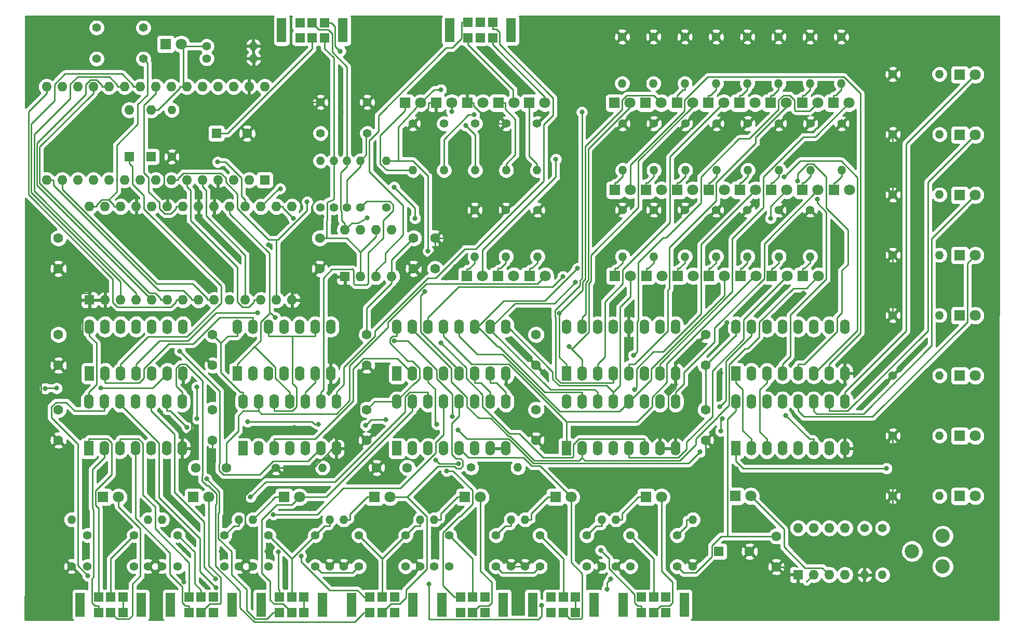
<source format=gbr>
%TF.GenerationSoftware,KiCad,Pcbnew,(5.1.9)-1*%
%TF.CreationDate,2023-03-04T14:05:38+01:00*%
%TF.ProjectId,plc14500,706c6331-3435-4303-902e-6b696361645f,rev?*%
%TF.SameCoordinates,Original*%
%TF.FileFunction,Copper,L2,Bot*%
%TF.FilePolarity,Positive*%
%FSLAX46Y46*%
G04 Gerber Fmt 4.6, Leading zero omitted, Abs format (unit mm)*
G04 Created by KiCad (PCBNEW (5.1.9)-1) date 2023-03-04 14:05:38*
%MOMM*%
%LPD*%
G01*
G04 APERTURE LIST*
%TA.AperFunction,ComponentPad*%
%ADD10C,2.340000*%
%TD*%
%TA.AperFunction,ComponentPad*%
%ADD11R,1.524000X4.000000*%
%TD*%
%TA.AperFunction,ComponentPad*%
%ADD12R,1.524000X1.524000*%
%TD*%
%TA.AperFunction,ComponentPad*%
%ADD13C,1.800000*%
%TD*%
%TA.AperFunction,ComponentPad*%
%ADD14R,1.800000X1.800000*%
%TD*%
%TA.AperFunction,ComponentPad*%
%ADD15C,1.600000*%
%TD*%
%TA.AperFunction,ComponentPad*%
%ADD16R,1.600000X1.600000*%
%TD*%
%TA.AperFunction,ComponentPad*%
%ADD17O,1.400000X1.400000*%
%TD*%
%TA.AperFunction,ComponentPad*%
%ADD18C,1.400000*%
%TD*%
%TA.AperFunction,ComponentPad*%
%ADD19O,1.600000X2.400000*%
%TD*%
%TA.AperFunction,ComponentPad*%
%ADD20R,1.600000X2.400000*%
%TD*%
%TA.AperFunction,ComponentPad*%
%ADD21O,1.600000X1.600000*%
%TD*%
%TA.AperFunction,ComponentPad*%
%ADD22C,1.397000*%
%TD*%
%TA.AperFunction,ViaPad*%
%ADD23C,5.000000*%
%TD*%
%TA.AperFunction,ViaPad*%
%ADD24C,0.800000*%
%TD*%
%TA.AperFunction,Conductor*%
%ADD25C,0.250000*%
%TD*%
%TA.AperFunction,Conductor*%
%ADD26C,0.254000*%
%TD*%
%TA.AperFunction,Conductor*%
%ADD27C,0.100000*%
%TD*%
G04 APERTURE END LIST*
D10*
%TO.P,RV1,1*%
%TO.N,Net-(R15-Pad1)*%
X221800000Y-133660000D03*
%TO.P,RV1,2*%
%TO.N,+5V*%
X216800000Y-131160000D03*
%TO.P,RV1,3*%
%TO.N,N/C*%
X221800000Y-128660000D03*
%TD*%
D11*
%TO.P,S5,9*%
%TO.N,N/C*%
X91150000Y-139890000D03*
%TO.P,S5,8*%
X81150000Y-139890000D03*
D12*
%TO.P,S5,7*%
%TO.N,Net-(S5-Pad3)*%
X88150000Y-138640000D03*
%TO.P,S5,6*%
%TO.N,Net-(R1-Pad2)*%
X86150000Y-138640000D03*
%TO.P,S5,5*%
%TO.N,Net-(S5-Pad5)*%
X84150000Y-138640000D03*
%TO.P,S5,3*%
%TO.N,Net-(S5-Pad3)*%
X88150000Y-141140000D03*
%TO.P,S5,2*%
%TO.N,/Input/Output/IN0*%
X86150000Y-141140000D03*
%TO.P,S5,1*%
%TO.N,Net-(S5-Pad1)*%
X84150000Y-141140000D03*
%TD*%
D11*
%TO.P,S6,9*%
%TO.N,N/C*%
X105905000Y-139890000D03*
%TO.P,S6,8*%
X95905000Y-139890000D03*
D12*
%TO.P,S6,7*%
%TO.N,Net-(S6-Pad3)*%
X102905000Y-138640000D03*
%TO.P,S6,6*%
%TO.N,Net-(R2-Pad2)*%
X100905000Y-138640000D03*
%TO.P,S6,5*%
%TO.N,Net-(S6-Pad5)*%
X98905000Y-138640000D03*
%TO.P,S6,3*%
%TO.N,Net-(S6-Pad3)*%
X102905000Y-141140000D03*
%TO.P,S6,2*%
%TO.N,/Input/Output/IN1*%
X100905000Y-141140000D03*
%TO.P,S6,1*%
%TO.N,Net-(S6-Pad1)*%
X98905000Y-141140000D03*
%TD*%
D11*
%TO.P,S7,9*%
%TO.N,N/C*%
X120660000Y-139890000D03*
%TO.P,S7,8*%
X110660000Y-139890000D03*
D12*
%TO.P,S7,7*%
%TO.N,Net-(S7-Pad3)*%
X117660000Y-138640000D03*
%TO.P,S7,6*%
%TO.N,Net-(R3-Pad2)*%
X115660000Y-138640000D03*
%TO.P,S7,5*%
%TO.N,Net-(S7-Pad5)*%
X113660000Y-138640000D03*
%TO.P,S7,3*%
%TO.N,Net-(S7-Pad3)*%
X117660000Y-141140000D03*
%TO.P,S7,2*%
%TO.N,/Input/Output/IN2*%
X115660000Y-141140000D03*
%TO.P,S7,1*%
%TO.N,Net-(S7-Pad1)*%
X113660000Y-141140000D03*
%TD*%
D11*
%TO.P,S8,9*%
%TO.N,N/C*%
X135415000Y-139890000D03*
%TO.P,S8,8*%
X125415000Y-139890000D03*
D12*
%TO.P,S8,7*%
%TO.N,Net-(S8-Pad3)*%
X132415000Y-138640000D03*
%TO.P,S8,6*%
%TO.N,Net-(R4-Pad2)*%
X130415000Y-138640000D03*
%TO.P,S8,5*%
%TO.N,Net-(S8-Pad5)*%
X128415000Y-138640000D03*
%TO.P,S8,3*%
%TO.N,Net-(S8-Pad3)*%
X132415000Y-141140000D03*
%TO.P,S8,2*%
%TO.N,/Input/Output/IN3*%
X130415000Y-141140000D03*
%TO.P,S8,1*%
%TO.N,Net-(S8-Pad1)*%
X128415000Y-141140000D03*
%TD*%
D11*
%TO.P,S12,9*%
%TO.N,N/C*%
X150170000Y-139890000D03*
%TO.P,S12,8*%
X140170000Y-139890000D03*
D12*
%TO.P,S12,7*%
%TO.N,Net-(S12-Pad3)*%
X147170000Y-138640000D03*
%TO.P,S12,6*%
%TO.N,Net-(R9-Pad2)*%
X145170000Y-138640000D03*
%TO.P,S12,5*%
%TO.N,Net-(S12-Pad5)*%
X143170000Y-138640000D03*
%TO.P,S12,3*%
%TO.N,Net-(S12-Pad3)*%
X147170000Y-141140000D03*
%TO.P,S12,2*%
%TO.N,/Input/Output/IN4*%
X145170000Y-141140000D03*
%TO.P,S12,1*%
%TO.N,Net-(S12-Pad1)*%
X143170000Y-141140000D03*
%TD*%
D11*
%TO.P,S13,9*%
%TO.N,N/C*%
X164925000Y-139890000D03*
%TO.P,S13,8*%
X154925000Y-139890000D03*
D12*
%TO.P,S13,7*%
%TO.N,Net-(S13-Pad3)*%
X161925000Y-138640000D03*
%TO.P,S13,6*%
%TO.N,Net-(R10-Pad2)*%
X159925000Y-138640000D03*
%TO.P,S13,5*%
%TO.N,Net-(S13-Pad5)*%
X157925000Y-138640000D03*
%TO.P,S13,3*%
%TO.N,Net-(S13-Pad3)*%
X161925000Y-141140000D03*
%TO.P,S13,2*%
%TO.N,/Input/Output/IN5*%
X159925000Y-141140000D03*
%TO.P,S13,1*%
%TO.N,Net-(S13-Pad1)*%
X157925000Y-141140000D03*
%TD*%
D11*
%TO.P,S14,9*%
%TO.N,N/C*%
X179680000Y-139890000D03*
%TO.P,S14,8*%
X169680000Y-139890000D03*
D12*
%TO.P,S14,7*%
%TO.N,Net-(S14-Pad3)*%
X176680000Y-138640000D03*
%TO.P,S14,6*%
%TO.N,Net-(R11-Pad2)*%
X174680000Y-138640000D03*
%TO.P,S14,5*%
%TO.N,Net-(S14-Pad5)*%
X172680000Y-138640000D03*
%TO.P,S14,3*%
%TO.N,Net-(S14-Pad3)*%
X176680000Y-141140000D03*
%TO.P,S14,2*%
%TO.N,/Input/Output/IN6*%
X174680000Y-141140000D03*
%TO.P,S14,1*%
%TO.N,Net-(S14-Pad1)*%
X172680000Y-141140000D03*
%TD*%
D11*
%TO.P,S16,9*%
%TO.N,N/C*%
X114010000Y-46130000D03*
%TO.P,S16,8*%
X124010000Y-46130000D03*
D12*
%TO.P,S16,7*%
X117010000Y-47380000D03*
%TO.P,S16,6*%
%TO.N,Net-(C7-Pad1)*%
X119010000Y-47380000D03*
%TO.P,S16,5*%
%TO.N,Net-(C10-Pad1)*%
X121010000Y-47380000D03*
%TO.P,S16,3*%
%TO.N,Net-(R29-Pad1)*%
X117010000Y-44880000D03*
%TO.P,S16,2*%
%TO.N,+5V*%
X119010000Y-44880000D03*
%TO.P,S16,1*%
%TO.N,Net-(R28-Pad1)*%
X121010000Y-44880000D03*
%TD*%
D11*
%TO.P,S18,9*%
%TO.N,N/C*%
X141420000Y-46110000D03*
%TO.P,S18,8*%
X151420000Y-46110000D03*
D12*
%TO.P,S18,7*%
%TO.N,Net-(D28-PadA)*%
X144420000Y-47360000D03*
%TO.P,S18,6*%
%TO.N,+5V*%
X146420000Y-47360000D03*
%TO.P,S18,5*%
%TO.N,Net-(D33-PadA)*%
X148420000Y-47360000D03*
%TO.P,S18,3*%
%TO.N,Net-(S18-Pad3)*%
X144420000Y-44860000D03*
%TO.P,S18,2*%
%TO.N,CLK*%
X146420000Y-44860000D03*
%TO.P,S18,1*%
%TO.N,Net-(S18-Pad1)*%
X148420000Y-44860000D03*
%TD*%
D13*
%TO.P,D49,A*%
%TO.N,Net-(D49-PadA)*%
X201560000Y-86214300D03*
D14*
%TO.P,D49,K*%
%TO.N,Net-(D49-PadK)*%
X199020000Y-86214300D03*
%TD*%
D13*
%TO.P,D48,A*%
%TO.N,Net-(D48-PadA)*%
X196450000Y-86214300D03*
D14*
%TO.P,D48,K*%
%TO.N,Net-(D48-PadK)*%
X193910000Y-86214300D03*
%TD*%
D13*
%TO.P,D47,A*%
%TO.N,Net-(D47-PadA)*%
X191340000Y-86214300D03*
D14*
%TO.P,D47,K*%
%TO.N,Net-(D47-PadK)*%
X188800000Y-86214300D03*
%TD*%
D13*
%TO.P,D46,A*%
%TO.N,Net-(D46-PadA)*%
X186230000Y-86214300D03*
D14*
%TO.P,D46,K*%
%TO.N,Net-(D46-PadK)*%
X183690000Y-86214300D03*
%TD*%
D13*
%TO.P,D45,A*%
%TO.N,Net-(D45-PadA)*%
X181120000Y-86214300D03*
D14*
%TO.P,D45,K*%
%TO.N,Net-(D45-PadK)*%
X178580000Y-86214300D03*
%TD*%
D13*
%TO.P,D44,A*%
%TO.N,Net-(D44-PadA)*%
X176010000Y-86214300D03*
D14*
%TO.P,D44,K*%
%TO.N,Net-(D44-PadK)*%
X173470000Y-86214300D03*
%TD*%
D13*
%TO.P,D43,A*%
%TO.N,Net-(D43-PadA)*%
X170900000Y-86214300D03*
D14*
%TO.P,D43,K*%
%TO.N,Net-(D43-PadK)*%
X168360000Y-86214300D03*
%TD*%
D13*
%TO.P,D42,A*%
%TO.N,W*%
X157000000Y-86214300D03*
D14*
%TO.P,D42,K*%
%TO.N,Net-(D42-PadK)*%
X154460000Y-86214300D03*
%TD*%
D13*
%TO.P,D41,A*%
%TO.N,RR*%
X151860000Y-86214300D03*
D14*
%TO.P,D41,K*%
%TO.N,Net-(D41-PadK)*%
X149320000Y-86214300D03*
%TD*%
D13*
%TO.P,D39,A*%
%TO.N,JMP*%
X146780000Y-86234300D03*
D14*
%TO.P,D39,K*%
%TO.N,Net-(D39-PadK)*%
X144240000Y-86234300D03*
%TD*%
D13*
%TO.P,D38,A*%
%TO.N,CLK*%
X136690000Y-57980000D03*
D14*
%TO.P,D38,K*%
%TO.N,Net-(D38-PadK)*%
X134150000Y-57980000D03*
%TD*%
D13*
%TO.P,D37,A*%
%TO.N,D7*%
X206590000Y-72200000D03*
D14*
%TO.P,D37,K*%
%TO.N,Net-(D37-PadK)*%
X204050000Y-72200000D03*
%TD*%
D13*
%TO.P,D36,A*%
%TO.N,A7*%
X206520000Y-57980000D03*
D14*
%TO.P,D36,K*%
%TO.N,Net-(D36-PadK)*%
X203980000Y-57980000D03*
%TD*%
D13*
%TO.P,D35,A*%
%TO.N,D6*%
X201489000Y-72200000D03*
D14*
%TO.P,D35,K*%
%TO.N,Net-(D35-PadK)*%
X198949000Y-72200000D03*
%TD*%
D13*
%TO.P,D34,A*%
%TO.N,A6*%
X201419000Y-57980000D03*
D14*
%TO.P,D34,K*%
%TO.N,Net-(D34-PadK)*%
X198879000Y-57980000D03*
%TD*%
D13*
%TO.P,D33,A*%
%TO.N,Net-(D33-PadA)*%
X156950000Y-57980000D03*
D14*
%TO.P,D33,K*%
%TO.N,Net-(D33-PadK)*%
X154410000Y-57980000D03*
%TD*%
D13*
%TO.P,D32,A*%
%TO.N,D5*%
X196387000Y-72200000D03*
D14*
%TO.P,D32,K*%
%TO.N,Net-(D32-PadK)*%
X193847000Y-72200000D03*
%TD*%
D13*
%TO.P,D31,A*%
%TO.N,A5*%
X196317000Y-57980000D03*
D14*
%TO.P,D31,K*%
%TO.N,Net-(D31-PadK)*%
X193777000Y-57980000D03*
%TD*%
D13*
%TO.P,D30,A*%
%TO.N,D4*%
X191286000Y-72200000D03*
D14*
%TO.P,D30,K*%
%TO.N,Net-(D30-PadK)*%
X188746000Y-72200000D03*
%TD*%
D13*
%TO.P,D29,A*%
%TO.N,A4*%
X191216000Y-57980000D03*
D14*
%TO.P,D29,K*%
%TO.N,Net-(D29-PadK)*%
X188676000Y-57980000D03*
%TD*%
D13*
%TO.P,D28,A*%
%TO.N,Net-(D28-PadA)*%
X151885000Y-57980000D03*
D14*
%TO.P,D28,K*%
%TO.N,Net-(D28-PadK)*%
X149345000Y-57980000D03*
%TD*%
D13*
%TO.P,D27,A*%
%TO.N,D3*%
X186184000Y-72200000D03*
D14*
%TO.P,D27,K*%
%TO.N,Net-(D27-PadK)*%
X183644000Y-72200000D03*
%TD*%
D13*
%TO.P,D26,A*%
%TO.N,A3*%
X186114000Y-57980000D03*
D14*
%TO.P,D26,K*%
%TO.N,Net-(D26-PadK)*%
X183574000Y-57980000D03*
%TD*%
D13*
%TO.P,D25,A*%
%TO.N,D2*%
X181083000Y-72200000D03*
D14*
%TO.P,D25,K*%
%TO.N,Net-(D25-PadK)*%
X178543000Y-72200000D03*
%TD*%
D13*
%TO.P,D24,A*%
%TO.N,A2*%
X181013000Y-57980000D03*
D14*
%TO.P,D24,K*%
%TO.N,Net-(D24-PadK)*%
X178473000Y-57980000D03*
%TD*%
D13*
%TO.P,D23,A*%
%TO.N,D1*%
X175981000Y-72200000D03*
D14*
%TO.P,D23,K*%
%TO.N,Net-(D23-PadK)*%
X173441000Y-72200000D03*
%TD*%
D13*
%TO.P,D22,A*%
%TO.N,A1*%
X175911000Y-57980000D03*
D14*
%TO.P,D22,K*%
%TO.N,Net-(D22-PadK)*%
X173371000Y-57980000D03*
%TD*%
D13*
%TO.P,D21,A*%
%TO.N,D0*%
X170880000Y-72200000D03*
D14*
%TO.P,D21,K*%
%TO.N,Net-(D21-PadK)*%
X168340000Y-72200000D03*
%TD*%
D13*
%TO.P,D20,A*%
%TO.N,A0*%
X170810000Y-57980000D03*
D14*
%TO.P,D20,K*%
%TO.N,Net-(D20-PadK)*%
X168270000Y-57980000D03*
%TD*%
D13*
%TO.P,D19,A*%
%TO.N,Net-(D19-PadA)*%
X146820000Y-57980000D03*
D14*
%TO.P,D19,K*%
%TO.N,GND*%
X144280000Y-57980000D03*
%TD*%
D13*
%TO.P,D18,A*%
%TO.N,Net-(D18-PadA)*%
X141755000Y-57980000D03*
D14*
%TO.P,D18,K*%
%TO.N,GND*%
X139215000Y-57980000D03*
%TD*%
D13*
%TO.P,D17,A*%
%TO.N,RES*%
X97650000Y-48380000D03*
D14*
%TO.P,D17,K*%
%TO.N,Net-(D17-PadK)*%
X95110000Y-48380000D03*
%TD*%
D13*
%TO.P,D16,A*%
%TO.N,Net-(D16-PadA)*%
X227120000Y-53350000D03*
D14*
%TO.P,D16,K*%
%TO.N,Net-(D16-PadK)*%
X224580000Y-53350000D03*
%TD*%
D13*
%TO.P,D15,A*%
%TO.N,Net-(D15-PadA)*%
X227120000Y-63178600D03*
D14*
%TO.P,D15,K*%
%TO.N,Net-(D15-PadK)*%
X224580000Y-63178600D03*
%TD*%
D13*
%TO.P,D14,A*%
%TO.N,Net-(D14-PadA)*%
X227120000Y-73007100D03*
D14*
%TO.P,D14,K*%
%TO.N,Net-(D14-PadK)*%
X224580000Y-73007100D03*
%TD*%
D13*
%TO.P,D13,A*%
%TO.N,Net-(D13-PadA)*%
X227120000Y-82835700D03*
D14*
%TO.P,D13,K*%
%TO.N,Net-(D13-PadK)*%
X224580000Y-82835700D03*
%TD*%
D13*
%TO.P,D12,A*%
%TO.N,Net-(D12-PadA)*%
X227120000Y-92664300D03*
D14*
%TO.P,D12,K*%
%TO.N,Net-(D12-PadK)*%
X224580000Y-92664300D03*
%TD*%
D13*
%TO.P,D11,A*%
%TO.N,Net-(D11-PadA)*%
X227120000Y-102493000D03*
D14*
%TO.P,D11,K*%
%TO.N,Net-(D11-PadK)*%
X224580000Y-102493000D03*
%TD*%
D13*
%TO.P,D10,A*%
%TO.N,Net-(D10-PadA)*%
X227120000Y-112321000D03*
D14*
%TO.P,D10,K*%
%TO.N,Net-(D10-PadK)*%
X224580000Y-112321000D03*
%TD*%
D13*
%TO.P,D9,A*%
%TO.N,TMR0-TRG*%
X227120000Y-122150000D03*
D14*
%TO.P,D9,K*%
%TO.N,Net-(D9-PadK)*%
X224580000Y-122150000D03*
%TD*%
D13*
%TO.P,D8,A*%
%TO.N,IN7*%
X190500000Y-122150000D03*
D14*
%TO.P,D8,K*%
%TO.N,Net-(D8-PadK)*%
X187960000Y-122150000D03*
%TD*%
D13*
%TO.P,D7,A*%
%TO.N,/Input/Output/IN6*%
X175945000Y-122310000D03*
D14*
%TO.P,D7,K*%
%TO.N,Net-(D7-PadK)*%
X173405000Y-122310000D03*
%TD*%
D13*
%TO.P,D6,A*%
%TO.N,/Input/Output/IN5*%
X161190000Y-122310000D03*
D14*
%TO.P,D6,K*%
%TO.N,Net-(D6-PadK)*%
X158650000Y-122310000D03*
%TD*%
D13*
%TO.P,D5,A*%
%TO.N,/Input/Output/IN4*%
X146435000Y-122310000D03*
D14*
%TO.P,D5,K*%
%TO.N,Net-(D5-PadK)*%
X143895000Y-122310000D03*
%TD*%
D13*
%TO.P,D4,A*%
%TO.N,/Input/Output/IN3*%
X131680000Y-122310000D03*
D14*
%TO.P,D4,K*%
%TO.N,Net-(D4-PadK)*%
X129140000Y-122310000D03*
%TD*%
D13*
%TO.P,D3,A*%
%TO.N,/Input/Output/IN2*%
X116925000Y-122310000D03*
D14*
%TO.P,D3,K*%
%TO.N,Net-(D3-PadK)*%
X114385000Y-122310000D03*
%TD*%
D13*
%TO.P,D2,A*%
%TO.N,/Input/Output/IN1*%
X102170000Y-122310000D03*
D14*
%TO.P,D2,K*%
%TO.N,Net-(D2-PadK)*%
X99630000Y-122310000D03*
%TD*%
D13*
%TO.P,D1,A*%
%TO.N,/Input/Output/IN0*%
X87415000Y-122310000D03*
D14*
%TO.P,D1,K*%
%TO.N,Net-(D1-PadK)*%
X84875000Y-122310000D03*
%TD*%
D15*
%TO.P,C3,2*%
%TO.N,+5V*%
X127871000Y-108030000D03*
%TO.P,C3,1*%
%TO.N,GND*%
X127871000Y-113030000D03*
%TD*%
%TO.P,C4,2*%
%TO.N,GND*%
X190310000Y-131185000D03*
D16*
%TO.P,C4,1*%
%TO.N,Net-(C4-Pad1)*%
X185310000Y-131185000D03*
%TD*%
D15*
%TO.P,C5,2*%
%TO.N,GND*%
X194670000Y-133685000D03*
%TO.P,C5,1*%
%TO.N,+5V*%
X194670000Y-128685000D03*
%TD*%
%TO.P,C6,2*%
%TO.N,GND*%
X183122000Y-113030000D03*
%TO.P,C6,1*%
%TO.N,+5V*%
X183122000Y-108030000D03*
%TD*%
%TO.P,C7,2*%
%TO.N,GND*%
X108370000Y-62940000D03*
D16*
%TO.P,C7,1*%
%TO.N,Net-(C7-Pad1)*%
X103370000Y-62940000D03*
%TD*%
D15*
%TO.P,C8,2*%
%TO.N,GND*%
X155497000Y-100805000D03*
%TO.P,C8,1*%
%TO.N,+5V*%
X155497000Y-95805000D03*
%TD*%
%TO.P,C9,2*%
%TO.N,+5V*%
X77620000Y-80025000D03*
%TO.P,C9,1*%
%TO.N,GND*%
X77620000Y-85025000D03*
%TD*%
%TO.P,C10,2*%
%TO.N,GND*%
X120220000Y-85025000D03*
%TO.P,C10,1*%
%TO.N,Net-(C10-Pad1)*%
X120220000Y-80025000D03*
%TD*%
%TO.P,C11,2*%
%TO.N,GND*%
X139020000Y-80025000D03*
%TO.P,C11,1*%
%TO.N,Net-(C11-Pad1)*%
X139020000Y-85025000D03*
%TD*%
%TO.P,C12,2*%
%TO.N,+5V*%
X135530000Y-80025000D03*
%TO.P,C12,1*%
%TO.N,GND*%
X135530000Y-85025000D03*
%TD*%
%TO.P,C13,2*%
%TO.N,Net-(C13-Pad2)*%
X134510000Y-117510000D03*
%TO.P,C13,1*%
%TO.N,GND*%
X129510000Y-117510000D03*
%TD*%
%TO.P,C14,2*%
%TO.N,GND*%
X183122000Y-95805000D03*
%TO.P,C14,1*%
%TO.N,+5V*%
X183122000Y-100805000D03*
%TD*%
%TO.P,C15,2*%
%TO.N,W*%
X104980000Y-117510000D03*
%TO.P,C15,1*%
%TO.N,Net-(C15-Pad1)*%
X99980000Y-117510000D03*
%TD*%
%TO.P,C16,2*%
%TO.N,GND*%
X127871000Y-100805000D03*
%TO.P,C16,1*%
%TO.N,+5V*%
X127871000Y-95805000D03*
%TD*%
%TO.P,C17,2*%
%TO.N,GND*%
X155497000Y-113030000D03*
%TO.P,C17,1*%
%TO.N,+5V*%
X155497000Y-108030000D03*
%TD*%
D17*
%TO.P,R1,2*%
%TO.N,Net-(R1-Pad2)*%
X92210000Y-125980000D03*
D18*
%TO.P,R1,1*%
%TO.N,GND*%
X92210000Y-133600000D03*
%TD*%
D17*
%TO.P,R2,2*%
%TO.N,Net-(R2-Pad2)*%
X107018000Y-125980000D03*
D18*
%TO.P,R2,1*%
%TO.N,GND*%
X107018000Y-133600000D03*
%TD*%
D17*
%TO.P,R3,2*%
%TO.N,Net-(R3-Pad2)*%
X121827000Y-125980000D03*
D18*
%TO.P,R3,1*%
%TO.N,GND*%
X121827000Y-133600000D03*
%TD*%
D17*
%TO.P,R4,2*%
%TO.N,Net-(R4-Pad2)*%
X136635000Y-125980000D03*
D18*
%TO.P,R4,1*%
%TO.N,GND*%
X136635000Y-133600000D03*
%TD*%
D17*
%TO.P,R5,2*%
%TO.N,Net-(D1-PadK)*%
X79750000Y-125980000D03*
D18*
%TO.P,R5,1*%
%TO.N,GND*%
X79750000Y-133600000D03*
%TD*%
D17*
%TO.P,R6,2*%
%TO.N,Net-(D2-PadK)*%
X94541700Y-125980000D03*
D18*
%TO.P,R6,1*%
%TO.N,GND*%
X94541700Y-133600000D03*
%TD*%
D17*
%TO.P,R7,2*%
%TO.N,Net-(D3-PadK)*%
X109333000Y-125980000D03*
D18*
%TO.P,R7,1*%
%TO.N,GND*%
X109333000Y-133600000D03*
%TD*%
D17*
%TO.P,R8,2*%
%TO.N,Net-(D4-PadK)*%
X124125000Y-125980000D03*
D18*
%TO.P,R8,1*%
%TO.N,GND*%
X124125000Y-133600000D03*
%TD*%
D17*
%TO.P,R9,2*%
%TO.N,Net-(R9-Pad2)*%
X151443000Y-125980000D03*
D18*
%TO.P,R9,1*%
%TO.N,GND*%
X151443000Y-133600000D03*
%TD*%
D17*
%TO.P,R10,2*%
%TO.N,Net-(R10-Pad2)*%
X166252000Y-125980000D03*
D18*
%TO.P,R10,1*%
%TO.N,GND*%
X166252000Y-133600000D03*
%TD*%
D17*
%TO.P,R11,2*%
%TO.N,Net-(R11-Pad2)*%
X181060000Y-125980000D03*
D18*
%TO.P,R11,1*%
%TO.N,GND*%
X181060000Y-133600000D03*
%TD*%
D17*
%TO.P,R12,2*%
%TO.N,Net-(D5-PadK)*%
X138917000Y-125980000D03*
D18*
%TO.P,R12,1*%
%TO.N,GND*%
X138917000Y-133600000D03*
%TD*%
D17*
%TO.P,R13,2*%
%TO.N,Net-(D6-PadK)*%
X153708000Y-125980000D03*
D18*
%TO.P,R13,1*%
%TO.N,GND*%
X153708000Y-133600000D03*
%TD*%
D17*
%TO.P,R14,2*%
%TO.N,Net-(D7-PadK)*%
X168500000Y-125980000D03*
D18*
%TO.P,R14,1*%
%TO.N,GND*%
X168500000Y-133600000D03*
%TD*%
D17*
%TO.P,R15,2*%
%TO.N,Net-(C4-Pad1)*%
X211970000Y-134995000D03*
D18*
%TO.P,R15,1*%
%TO.N,Net-(R15-Pad1)*%
X211970000Y-127375000D03*
%TD*%
D17*
%TO.P,R16,2*%
%TO.N,GND*%
X209060000Y-134995000D03*
D18*
%TO.P,R16,1*%
%TO.N,Net-(D8-PadK)*%
X209060000Y-127375000D03*
%TD*%
D17*
%TO.P,R17,2*%
%TO.N,Net-(D9-PadK)*%
X221290000Y-122150000D03*
D18*
%TO.P,R17,1*%
%TO.N,GND*%
X213670000Y-122150000D03*
%TD*%
D17*
%TO.P,R18,2*%
%TO.N,Net-(D10-PadK)*%
X221290000Y-112311000D03*
D18*
%TO.P,R18,1*%
%TO.N,GND*%
X213670000Y-112311000D03*
%TD*%
D17*
%TO.P,R19,2*%
%TO.N,Net-(D11-PadK)*%
X221290000Y-102473000D03*
D18*
%TO.P,R19,1*%
%TO.N,GND*%
X213670000Y-102473000D03*
%TD*%
D17*
%TO.P,R20,2*%
%TO.N,Net-(D12-PadK)*%
X221290000Y-92634300D03*
D18*
%TO.P,R20,1*%
%TO.N,GND*%
X213670000Y-92634300D03*
%TD*%
D17*
%TO.P,R21,2*%
%TO.N,Net-(D13-PadK)*%
X221290000Y-82795700D03*
D18*
%TO.P,R21,1*%
%TO.N,GND*%
X213670000Y-82795700D03*
%TD*%
D17*
%TO.P,R23,2*%
%TO.N,Net-(D14-PadK)*%
X221290000Y-72957100D03*
D18*
%TO.P,R23,1*%
%TO.N,GND*%
X213670000Y-72957100D03*
%TD*%
D17*
%TO.P,R24,2*%
%TO.N,Net-(D15-PadK)*%
X221290000Y-63118600D03*
D18*
%TO.P,R24,1*%
%TO.N,GND*%
X213670000Y-63118600D03*
%TD*%
D17*
%TO.P,R25,2*%
%TO.N,Net-(D16-PadK)*%
X221280000Y-53280000D03*
D18*
%TO.P,R25,1*%
%TO.N,GND*%
X213660000Y-53280000D03*
%TD*%
D17*
%TO.P,R26,2*%
%TO.N,GND*%
X109400000Y-48700000D03*
D18*
%TO.P,R26,1*%
%TO.N,RES*%
X101780000Y-48700000D03*
%TD*%
D17*
%TO.P,R27,2*%
%TO.N,GND*%
X109420000Y-50710000D03*
D18*
%TO.P,R27,1*%
%TO.N,Net-(D17-PadK)*%
X101800000Y-50710000D03*
%TD*%
D17*
%TO.P,R28,2*%
%TO.N,Net-(D19-PadA)*%
X140490000Y-68960000D03*
D18*
%TO.P,R28,1*%
%TO.N,Net-(R28-Pad1)*%
X140490000Y-61340000D03*
%TD*%
D17*
%TO.P,R29,2*%
%TO.N,Net-(D18-PadA)*%
X145555000Y-68960000D03*
D18*
%TO.P,R29,1*%
%TO.N,Net-(R29-Pad1)*%
X145555000Y-61340000D03*
%TD*%
D17*
%TO.P,R30,2*%
%TO.N,+5V*%
X120355000Y-67420000D03*
D18*
%TO.P,R30,1*%
%TO.N,Net-(R30-Pad1)*%
X120355000Y-75040000D03*
%TD*%
D17*
%TO.P,R31,2*%
%TO.N,Net-(C10-Pad1)*%
X122510000Y-67420000D03*
D18*
%TO.P,R31,1*%
%TO.N,Net-(R30-Pad1)*%
X122510000Y-75040000D03*
%TD*%
D17*
%TO.P,R32,2*%
%TO.N,Net-(D20-PadK)*%
X169545000Y-54790000D03*
D18*
%TO.P,R32,1*%
%TO.N,GND*%
X169545000Y-47170000D03*
%TD*%
D17*
%TO.P,R33,2*%
%TO.N,Net-(D21-PadK)*%
X169615000Y-68960000D03*
D18*
%TO.P,R33,1*%
%TO.N,GND*%
X169615000Y-61340000D03*
%TD*%
D17*
%TO.P,R34,2*%
%TO.N,Net-(D22-PadK)*%
X174646000Y-54790000D03*
D18*
%TO.P,R34,1*%
%TO.N,GND*%
X174646000Y-47170000D03*
%TD*%
D17*
%TO.P,R35,2*%
%TO.N,Net-(D23-PadK)*%
X174716000Y-68960000D03*
D18*
%TO.P,R35,1*%
%TO.N,GND*%
X174716000Y-61340000D03*
%TD*%
D17*
%TO.P,R36,2*%
%TO.N,Net-(D24-PadK)*%
X179748000Y-54790000D03*
D18*
%TO.P,R36,1*%
%TO.N,GND*%
X179748000Y-47170000D03*
%TD*%
D17*
%TO.P,R37,2*%
%TO.N,Net-(D25-PadK)*%
X179818000Y-68960000D03*
D18*
%TO.P,R37,1*%
%TO.N,GND*%
X179818000Y-61340000D03*
%TD*%
D17*
%TO.P,R38,2*%
%TO.N,Net-(D26-PadK)*%
X184849000Y-54790000D03*
D18*
%TO.P,R38,1*%
%TO.N,GND*%
X184849000Y-47170000D03*
%TD*%
D17*
%TO.P,R39,2*%
%TO.N,Net-(D27-PadK)*%
X184919000Y-68960000D03*
D18*
%TO.P,R39,1*%
%TO.N,GND*%
X184919000Y-61340000D03*
%TD*%
D17*
%TO.P,R40,2*%
%TO.N,Net-(D28-PadK)*%
X150620000Y-68960000D03*
D18*
%TO.P,R40,1*%
%TO.N,GND*%
X150620000Y-61340000D03*
%TD*%
D17*
%TO.P,R41,2*%
%TO.N,Net-(D29-PadK)*%
X189951000Y-54790000D03*
D18*
%TO.P,R41,1*%
%TO.N,GND*%
X189951000Y-47170000D03*
%TD*%
D17*
%TO.P,R42,2*%
%TO.N,Net-(D30-PadK)*%
X190021000Y-68960000D03*
D18*
%TO.P,R42,1*%
%TO.N,GND*%
X190021000Y-61340000D03*
%TD*%
D17*
%TO.P,R43,2*%
%TO.N,Net-(D31-PadK)*%
X195052000Y-54790000D03*
D18*
%TO.P,R43,1*%
%TO.N,GND*%
X195052000Y-47170000D03*
%TD*%
D17*
%TO.P,R44,2*%
%TO.N,Net-(D32-PadK)*%
X195122000Y-68960000D03*
D18*
%TO.P,R44,1*%
%TO.N,GND*%
X195122000Y-61340000D03*
%TD*%
D17*
%TO.P,R45,2*%
%TO.N,Net-(D33-PadK)*%
X155685000Y-68960000D03*
D18*
%TO.P,R45,1*%
%TO.N,GND*%
X155685000Y-61340000D03*
%TD*%
D17*
%TO.P,R46,2*%
%TO.N,Net-(D34-PadK)*%
X200154000Y-54790000D03*
D18*
%TO.P,R46,1*%
%TO.N,GND*%
X200154000Y-47170000D03*
%TD*%
D17*
%TO.P,R47,2*%
%TO.N,Net-(D35-PadK)*%
X200224000Y-68960000D03*
D18*
%TO.P,R47,1*%
%TO.N,GND*%
X200224000Y-61340000D03*
%TD*%
D17*
%TO.P,R48,2*%
%TO.N,Net-(D36-PadK)*%
X205255000Y-54790000D03*
D18*
%TO.P,R48,1*%
%TO.N,GND*%
X205255000Y-47170000D03*
%TD*%
D17*
%TO.P,R49,2*%
%TO.N,Net-(D37-PadK)*%
X205325000Y-68960000D03*
D18*
%TO.P,R49,1*%
%TO.N,GND*%
X205325000Y-61340000D03*
%TD*%
D17*
%TO.P,R50,2*%
%TO.N,+5V*%
X124665000Y-67420000D03*
D18*
%TO.P,R50,1*%
%TO.N,Net-(R50-Pad1)*%
X124665000Y-75040000D03*
%TD*%
D17*
%TO.P,R51,2*%
%TO.N,Net-(R50-Pad1)*%
X126820000Y-67420000D03*
D18*
%TO.P,R51,1*%
%TO.N,Net-(C13-Pad2)*%
X126820000Y-75040000D03*
%TD*%
D17*
%TO.P,R52,2*%
%TO.N,Net-(D38-PadK)*%
X135425000Y-68960000D03*
D18*
%TO.P,R52,1*%
%TO.N,GND*%
X135425000Y-61340000D03*
%TD*%
D17*
%TO.P,R53,2*%
%TO.N,CLK*%
X131130000Y-67420000D03*
D18*
%TO.P,R53,1*%
%TO.N,Net-(R53-Pad1)*%
X131130000Y-75040000D03*
%TD*%
D17*
%TO.P,R55,2*%
%TO.N,Net-(D39-PadK)*%
X145515000Y-83070000D03*
D18*
%TO.P,R55,1*%
%TO.N,GND*%
X145515000Y-75450000D03*
%TD*%
D17*
%TO.P,R57,2*%
%TO.N,Net-(D41-PadK)*%
X150595000Y-83050000D03*
D18*
%TO.P,R57,1*%
%TO.N,GND*%
X150595000Y-75430000D03*
%TD*%
D17*
%TO.P,R58,2*%
%TO.N,Net-(D42-PadK)*%
X155735000Y-83050000D03*
D18*
%TO.P,R58,1*%
%TO.N,GND*%
X155735000Y-75430000D03*
%TD*%
D17*
%TO.P,R59,2*%
%TO.N,Net-(C15-Pad1)*%
X120670000Y-117510000D03*
D18*
%TO.P,R59,1*%
%TO.N,GND*%
X113050000Y-117510000D03*
%TD*%
D17*
%TO.P,R60,2*%
%TO.N,Net-(D43-PadK)*%
X169575000Y-83050000D03*
D18*
%TO.P,R60,1*%
%TO.N,GND*%
X169575000Y-75430000D03*
%TD*%
D17*
%TO.P,R61,2*%
%TO.N,Net-(D44-PadK)*%
X174674000Y-83050000D03*
D18*
%TO.P,R61,1*%
%TO.N,GND*%
X174674000Y-75430000D03*
%TD*%
D17*
%TO.P,R62,2*%
%TO.N,Net-(D45-PadK)*%
X179772000Y-83050000D03*
D18*
%TO.P,R62,1*%
%TO.N,GND*%
X179772000Y-75430000D03*
%TD*%
D17*
%TO.P,R63,2*%
%TO.N,Net-(D46-PadK)*%
X184871000Y-83050000D03*
D18*
%TO.P,R63,1*%
%TO.N,GND*%
X184871000Y-75430000D03*
%TD*%
D17*
%TO.P,R64,2*%
%TO.N,Net-(D47-PadK)*%
X189969000Y-83050000D03*
D18*
%TO.P,R64,1*%
%TO.N,GND*%
X189969000Y-75430000D03*
%TD*%
D17*
%TO.P,R65,2*%
%TO.N,Net-(D48-PadK)*%
X195068000Y-83050000D03*
D18*
%TO.P,R65,1*%
%TO.N,GND*%
X195068000Y-75430000D03*
%TD*%
D17*
%TO.P,R66,2*%
%TO.N,Net-(D49-PadK)*%
X200166000Y-83050000D03*
D18*
%TO.P,R66,1*%
%TO.N,GND*%
X200166000Y-75430000D03*
%TD*%
D19*
%TO.P,U2,16*%
%TO.N,+5V*%
X132809000Y-106735000D03*
%TO.P,U2,8*%
%TO.N,GND*%
X150589000Y-114355000D03*
%TO.P,U2,15*%
%TO.N,/Input/Output/IN2*%
X135349000Y-106735000D03*
%TO.P,U2,7*%
%TO.N,GND*%
X148049000Y-114355000D03*
%TO.P,U2,14*%
%TO.N,/Input/Output/IN1*%
X137889000Y-106735000D03*
%TO.P,U2,6*%
%TO.N,IN-WINH*%
X145509000Y-114355000D03*
%TO.P,U2,13*%
%TO.N,/Input/Output/IN0*%
X140429000Y-106735000D03*
%TO.P,U2,5*%
%TO.N,/Input/Output/IN5*%
X142969000Y-114355000D03*
%TO.P,U2,12*%
%TO.N,/Input/Output/IN3*%
X142969000Y-106735000D03*
%TO.P,U2,4*%
%TO.N,IN7*%
X140429000Y-114355000D03*
%TO.P,U2,11*%
%TO.N,D4*%
X145509000Y-106735000D03*
%TO.P,U2,3*%
%TO.N,Net-(R22-Pad1)*%
X137889000Y-114355000D03*
%TO.P,U2,10*%
%TO.N,D5*%
X148049000Y-106735000D03*
%TO.P,U2,2*%
%TO.N,/Input/Output/IN6*%
X135349000Y-114355000D03*
%TO.P,U2,9*%
%TO.N,D6*%
X150589000Y-106735000D03*
D20*
%TO.P,U2,1*%
%TO.N,/Input/Output/IN4*%
X132809000Y-114355000D03*
%TD*%
D21*
%TO.P,U4,8*%
%TO.N,+5V*%
X198210000Y-127365000D03*
%TO.P,U4,4*%
%TO.N,!RES*%
X205830000Y-134985000D03*
%TO.P,U4,7*%
%TO.N,Net-(C4-Pad1)*%
X200750000Y-127365000D03*
%TO.P,U4,3*%
%TO.N,IN7*%
X203290000Y-134985000D03*
%TO.P,U4,6*%
%TO.N,Net-(C4-Pad1)*%
X203290000Y-127365000D03*
%TO.P,U4,2*%
%TO.N,Net-(U11-Pad6)*%
X200750000Y-134985000D03*
%TO.P,U4,5*%
%TO.N,N/C*%
X205830000Y-127365000D03*
D16*
%TO.P,U4,1*%
%TO.N,GND*%
X198210000Y-134985000D03*
%TD*%
D19*
%TO.P,U5,16*%
%TO.N,+5V*%
X188060000Y-106735000D03*
%TO.P,U5,8*%
%TO.N,GND*%
X205840000Y-114355000D03*
%TO.P,U5,15*%
%TO.N,Net-(D10-PadA)*%
X190600000Y-106735000D03*
%TO.P,U5,7*%
%TO.N,D6*%
X203300000Y-114355000D03*
%TO.P,U5,14*%
%TO.N,Net-(D11-PadA)*%
X193140000Y-106735000D03*
%TO.P,U5,6*%
%TO.N,D5*%
X200760000Y-114355000D03*
%TO.P,U5,13*%
%TO.N,Net-(D12-PadA)*%
X195680000Y-106735000D03*
%TO.P,U5,5*%
%TO.N,D4*%
X198220000Y-114355000D03*
%TO.P,U5,12*%
%TO.N,Net-(D13-PadA)*%
X198220000Y-106735000D03*
%TO.P,U5,4*%
%TO.N,OUT-WD*%
X195680000Y-114355000D03*
%TO.P,U5,11*%
%TO.N,Net-(D14-PadA)*%
X200760000Y-106735000D03*
%TO.P,U5,3*%
%TO.N,D*%
X193140000Y-114355000D03*
%TO.P,U5,10*%
%TO.N,Net-(D15-PadA)*%
X203300000Y-106735000D03*
%TO.P,U5,2*%
%TO.N,RES*%
X190600000Y-114355000D03*
%TO.P,U5,9*%
%TO.N,Net-(D16-PadA)*%
X205840000Y-106735000D03*
D20*
%TO.P,U5,1*%
%TO.N,TMR0-TRG*%
X188060000Y-114355000D03*
%TD*%
D21*
%TO.P,U6,16*%
%TO.N,A3*%
X75690000Y-55310000D03*
%TO.P,U6,15*%
%TO.N,A2*%
X75690000Y-70550000D03*
%TO.P,U6,30*%
%TO.N,N/C*%
X111250000Y-55310000D03*
%TO.P,U6,14*%
%TO.N,A1*%
X78230000Y-70550000D03*
%TO.P,U6,29*%
%TO.N,GND*%
X108710000Y-55310000D03*
%TO.P,U6,13*%
%TO.N,A0*%
X80770000Y-70550000D03*
%TO.P,U6,28*%
%TO.N,N/C*%
X106170000Y-55310000D03*
%TO.P,U6,12*%
%TO.N,D7*%
X83310000Y-70550000D03*
%TO.P,U6,27*%
%TO.N,+5V*%
X103630000Y-55310000D03*
%TO.P,U6,11*%
%TO.N,D6*%
X85850000Y-70550000D03*
%TO.P,U6,26*%
%TO.N,N/C*%
X101090000Y-55310000D03*
%TO.P,U6,10*%
%TO.N,D5*%
X88390000Y-70550000D03*
%TO.P,U6,25*%
%TO.N,RES*%
X98550000Y-55310000D03*
%TO.P,U6,9*%
%TO.N,D4*%
X90930000Y-70550000D03*
%TO.P,U6,24*%
%TO.N,WEN*%
X96010000Y-55310000D03*
%TO.P,U6,8*%
%TO.N,D3*%
X93470000Y-70550000D03*
%TO.P,U6,23*%
%TO.N,PRG*%
X93470000Y-55310000D03*
%TO.P,U6,7*%
%TO.N,D2*%
X96010000Y-70550000D03*
%TO.P,U6,22*%
%TO.N,A7*%
X90930000Y-55310000D03*
%TO.P,U6,6*%
%TO.N,D1*%
X98550000Y-70550000D03*
%TO.P,U6,21*%
%TO.N,A6*%
X88390000Y-55310000D03*
%TO.P,U6,5*%
%TO.N,D0*%
X101090000Y-70550000D03*
%TO.P,U6,20*%
%TO.N,A5*%
X85850000Y-55310000D03*
%TO.P,U6,4*%
%TO.N,GND*%
X103630000Y-70550000D03*
%TO.P,U6,19*%
%TO.N,A4*%
X83310000Y-55310000D03*
%TO.P,U6,3*%
%TO.N,N/C*%
X106170000Y-70550000D03*
%TO.P,U6,18*%
X80770000Y-55310000D03*
%TO.P,U6,2*%
X108710000Y-70550000D03*
%TO.P,U6,17*%
X78230000Y-55310000D03*
D16*
%TO.P,U6,1*%
X111250000Y-70550000D03*
%TD*%
D19*
%TO.P,U7,16*%
%TO.N,+5V*%
X160434000Y-94510000D03*
%TO.P,U7,8*%
%TO.N,GND*%
X178214000Y-102130000D03*
%TO.P,U7,15*%
%TO.N,A0*%
X162974000Y-94510000D03*
%TO.P,U7,7*%
%TO.N,A7*%
X175674000Y-102130000D03*
%TO.P,U7,14*%
%TO.N,PRG*%
X165514000Y-94510000D03*
%TO.P,U7,6*%
%TO.N,A6*%
X173134000Y-102130000D03*
%TO.P,U7,13*%
%TO.N,CLK*%
X168054000Y-94510000D03*
%TO.P,U7,5*%
%TO.N,A5*%
X170594000Y-102130000D03*
%TO.P,U7,12*%
%TO.N,GND*%
X170594000Y-94510000D03*
%TO.P,U7,4*%
%TO.N,A4*%
X168054000Y-102130000D03*
%TO.P,U7,11*%
%TO.N,CLK*%
X173134000Y-94510000D03*
%TO.P,U7,3*%
%TO.N,A3*%
X165514000Y-102130000D03*
%TO.P,U7,10*%
%TO.N,Net-(U11-Pad4)*%
X175674000Y-94510000D03*
%TO.P,U7,2*%
%TO.N,A2*%
X162974000Y-102130000D03*
%TO.P,U7,9*%
%TO.N,N/C*%
X178214000Y-94510000D03*
D20*
%TO.P,U7,1*%
%TO.N,A1*%
X160434000Y-102130000D03*
%TD*%
D21*
%TO.P,U8,28*%
%TO.N,+5V*%
X82690000Y-74910000D03*
%TO.P,U8,14*%
%TO.N,GND*%
X115710000Y-90150000D03*
%TO.P,U8,27*%
%TO.N,WEN*%
X85230000Y-74910000D03*
%TO.P,U8,13*%
%TO.N,D2*%
X113170000Y-90150000D03*
%TO.P,U8,26*%
%TO.N,+5V*%
X87770000Y-74910000D03*
%TO.P,U8,12*%
%TO.N,D1*%
X110630000Y-90150000D03*
%TO.P,U8,25*%
%TO.N,GND*%
X90310000Y-74910000D03*
%TO.P,U8,11*%
%TO.N,D0*%
X108090000Y-90150000D03*
%TO.P,U8,24*%
%TO.N,GND*%
X92850000Y-74910000D03*
%TO.P,U8,10*%
%TO.N,A0*%
X105550000Y-90150000D03*
%TO.P,U8,23*%
%TO.N,GND*%
X95390000Y-74910000D03*
%TO.P,U8,9*%
%TO.N,A1*%
X103010000Y-90150000D03*
%TO.P,U8,22*%
%TO.N,PRG*%
X97930000Y-74910000D03*
%TO.P,U8,8*%
%TO.N,A2*%
X100470000Y-90150000D03*
%TO.P,U8,21*%
%TO.N,GND*%
X100470000Y-74910000D03*
%TO.P,U8,7*%
%TO.N,A3*%
X97930000Y-90150000D03*
%TO.P,U8,20*%
%TO.N,GND*%
X103010000Y-74910000D03*
%TO.P,U8,6*%
%TO.N,A4*%
X95390000Y-90150000D03*
%TO.P,U8,19*%
%TO.N,D7*%
X105550000Y-74910000D03*
%TO.P,U8,5*%
%TO.N,A5*%
X92850000Y-90150000D03*
%TO.P,U8,18*%
%TO.N,D6*%
X108090000Y-74910000D03*
%TO.P,U8,4*%
%TO.N,A6*%
X90310000Y-90150000D03*
%TO.P,U8,17*%
%TO.N,D5*%
X110630000Y-74910000D03*
%TO.P,U8,3*%
%TO.N,A7*%
X87770000Y-90150000D03*
%TO.P,U8,16*%
%TO.N,D4*%
X113170000Y-74910000D03*
%TO.P,U8,2*%
%TO.N,GND*%
X85230000Y-90150000D03*
%TO.P,U8,15*%
%TO.N,D3*%
X115710000Y-74910000D03*
D16*
%TO.P,U8,1*%
%TO.N,GND*%
X82690000Y-90150000D03*
%TD*%
D21*
%TO.P,U9,8*%
%TO.N,+5V*%
X124350000Y-78705000D03*
%TO.P,U9,4*%
X131970000Y-86325000D03*
%TO.P,U9,7*%
%TO.N,Net-(R30-Pad1)*%
X126890000Y-78705000D03*
%TO.P,U9,3*%
%TO.N,Net-(S18-Pad3)*%
X129430000Y-86325000D03*
%TO.P,U9,6*%
%TO.N,Net-(C10-Pad1)*%
X129430000Y-78705000D03*
%TO.P,U9,2*%
X126890000Y-86325000D03*
%TO.P,U9,5*%
%TO.N,Net-(C11-Pad1)*%
X131970000Y-78705000D03*
D16*
%TO.P,U9,1*%
%TO.N,GND*%
X124350000Y-86325000D03*
%TD*%
D19*
%TO.P,U10,16*%
%TO.N,+5V*%
X188060000Y-94510000D03*
%TO.P,U10,8*%
%TO.N,GND*%
X205840000Y-102130000D03*
%TO.P,U10,15*%
%TO.N,RR*%
X190600000Y-94510000D03*
%TO.P,U10,7*%
%TO.N,D0*%
X203300000Y-102130000D03*
%TO.P,U10,14*%
%TO.N,Net-(R53-Pad1)*%
X193140000Y-94510000D03*
%TO.P,U10,6*%
%TO.N,D1*%
X200760000Y-102130000D03*
%TO.P,U10,13*%
%TO.N,CLK*%
X195680000Y-94510000D03*
%TO.P,U10,5*%
%TO.N,D2*%
X198220000Y-102130000D03*
%TO.P,U10,12*%
%TO.N,JMP*%
X198220000Y-94510000D03*
%TO.P,U10,4*%
%TO.N,D3*%
X195680000Y-102130000D03*
%TO.P,U10,11*%
%TO.N,N/C*%
X200760000Y-94510000D03*
%TO.P,U10,3*%
%TO.N,D*%
X193140000Y-102130000D03*
%TO.P,U10,10*%
%TO.N,N/C*%
X203300000Y-94510000D03*
%TO.P,U10,2*%
%TO.N,W*%
X190600000Y-102130000D03*
%TO.P,U10,9*%
%TO.N,N/C*%
X205840000Y-94510000D03*
D20*
%TO.P,U10,1*%
%TO.N,RES*%
X188060000Y-102130000D03*
%TD*%
D19*
%TO.P,U13,16*%
%TO.N,+5V*%
X132809000Y-94510000D03*
%TO.P,U13,8*%
%TO.N,GND*%
X150589000Y-102130000D03*
%TO.P,U13,15*%
%TO.N,Net-(D49-PadA)*%
X135349000Y-94510000D03*
%TO.P,U13,7*%
%TO.N,D6*%
X148049000Y-102130000D03*
%TO.P,U13,14*%
%TO.N,Net-(D48-PadA)*%
X137889000Y-94510000D03*
%TO.P,U13,6*%
%TO.N,D5*%
X145509000Y-102130000D03*
%TO.P,U13,13*%
%TO.N,Net-(D47-PadA)*%
X140429000Y-94510000D03*
%TO.P,U13,5*%
%TO.N,D4*%
X142969000Y-102130000D03*
%TO.P,U13,12*%
%TO.N,Net-(D46-PadA)*%
X142969000Y-94510000D03*
%TO.P,U13,4*%
%TO.N,SRAM-WD*%
X140429000Y-102130000D03*
%TO.P,U13,11*%
%TO.N,Net-(D45-PadA)*%
X145509000Y-94510000D03*
%TO.P,U13,3*%
%TO.N,D*%
X137889000Y-102130000D03*
%TO.P,U13,10*%
%TO.N,Net-(D44-PadA)*%
X148049000Y-94510000D03*
%TO.P,U13,2*%
%TO.N,RES*%
X135349000Y-102130000D03*
%TO.P,U13,9*%
%TO.N,Net-(D43-PadA)*%
X150589000Y-94510000D03*
D20*
%TO.P,U13,1*%
%TO.N,N/C*%
X132809000Y-102130000D03*
%TD*%
D19*
%TO.P,U14,16*%
%TO.N,+5V*%
X160434000Y-106735000D03*
%TO.P,U14,8*%
%TO.N,GND*%
X178214000Y-114355000D03*
%TO.P,U14,15*%
%TO.N,Net-(D45-PadA)*%
X162974000Y-106735000D03*
%TO.P,U14,7*%
%TO.N,GND*%
X175674000Y-114355000D03*
%TO.P,U14,14*%
%TO.N,Net-(D44-PadA)*%
X165514000Y-106735000D03*
%TO.P,U14,6*%
%TO.N,SPRAM-WINH*%
X173134000Y-114355000D03*
%TO.P,U14,13*%
%TO.N,Net-(D43-PadA)*%
X168054000Y-106735000D03*
%TO.P,U14,5*%
%TO.N,Net-(D48-PadA)*%
X170594000Y-114355000D03*
%TO.P,U14,12*%
%TO.N,Net-(D46-PadA)*%
X170594000Y-106735000D03*
%TO.P,U14,4*%
%TO.N,RR*%
X168054000Y-114355000D03*
%TO.P,U14,11*%
%TO.N,D4*%
X173134000Y-106735000D03*
%TO.P,U14,3*%
%TO.N,D*%
X165514000Y-114355000D03*
%TO.P,U14,10*%
%TO.N,D5*%
X175674000Y-106735000D03*
%TO.P,U14,2*%
%TO.N,Net-(D49-PadA)*%
X162974000Y-114355000D03*
%TO.P,U14,9*%
%TO.N,D6*%
X178214000Y-106735000D03*
D20*
%TO.P,U14,1*%
%TO.N,Net-(D47-PadA)*%
X160434000Y-114355000D03*
%TD*%
D15*
%TO.P,C1,2*%
%TO.N,+5V*%
X77620000Y-108030000D03*
%TO.P,C1,1*%
%TO.N,GND*%
X77620000Y-113030000D03*
%TD*%
%TO.P,C2,2*%
%TO.N,+5V*%
X102746000Y-108030000D03*
%TO.P,C2,1*%
%TO.N,GND*%
X102746000Y-113030000D03*
%TD*%
D19*
%TO.P,U1,14*%
%TO.N,+5V*%
X82557800Y-106735000D03*
%TO.P,U1,7*%
%TO.N,GND*%
X97797800Y-114355000D03*
%TO.P,U1,13*%
%TO.N,Net-(S13-Pad5)*%
X85097800Y-106735000D03*
%TO.P,U1,6*%
%TO.N,Net-(S7-Pad1)*%
X95257800Y-114355000D03*
%TO.P,U1,12*%
%TO.N,Net-(S13-Pad1)*%
X87637800Y-106735000D03*
%TO.P,U1,5*%
%TO.N,Net-(S7-Pad5)*%
X92717800Y-114355000D03*
%TO.P,U1,11*%
%TO.N,Net-(S12-Pad5)*%
X90177800Y-106735000D03*
%TO.P,U1,4*%
%TO.N,Net-(S6-Pad1)*%
X90177800Y-114355000D03*
%TO.P,U1,10*%
%TO.N,Net-(S12-Pad1)*%
X92717800Y-106735000D03*
%TO.P,U1,3*%
%TO.N,Net-(S6-Pad5)*%
X87637800Y-114355000D03*
%TO.P,U1,9*%
%TO.N,Net-(S8-Pad5)*%
X95257800Y-106735000D03*
%TO.P,U1,2*%
%TO.N,Net-(S5-Pad1)*%
X85097800Y-114355000D03*
%TO.P,U1,8*%
%TO.N,Net-(S8-Pad1)*%
X97797800Y-106735000D03*
D20*
%TO.P,U1,1*%
%TO.N,Net-(S5-Pad5)*%
X82557800Y-114355000D03*
%TD*%
D19*
%TO.P,U3,14*%
%TO.N,+5V*%
X107683000Y-106735000D03*
%TO.P,U3,7*%
%TO.N,GND*%
X122923000Y-114355000D03*
%TO.P,U3,13*%
%TO.N,W*%
X110223000Y-106735000D03*
%TO.P,U3,6*%
%TO.N,Net-(U11-Pad9)*%
X120383000Y-114355000D03*
%TO.P,U3,12*%
%TO.N,Net-(U12-Pad12)*%
X112763000Y-106735000D03*
%TO.P,U3,5*%
%TO.N,Net-(C15-Pad1)*%
X117843000Y-114355000D03*
%TO.P,U3,11*%
%TO.N,D7*%
X115303000Y-106735000D03*
%TO.P,U3,4*%
%TO.N,!RES*%
X115303000Y-114355000D03*
%TO.P,U3,10*%
%TO.N,Net-(U12-Pad6)*%
X117843000Y-106735000D03*
%TO.P,U3,3*%
%TO.N,RES*%
X112763000Y-114355000D03*
%TO.P,U3,9*%
%TO.N,Net-(C13-Pad2)*%
X120383000Y-106735000D03*
%TO.P,U3,2*%
%TO.N,Net-(S14-Pad1)*%
X110223000Y-114355000D03*
%TO.P,U3,8*%
%TO.N,Net-(S18-Pad1)*%
X122923000Y-106735000D03*
D20*
%TO.P,U3,1*%
%TO.N,Net-(S14-Pad5)*%
X107683000Y-114355000D03*
%TD*%
D15*
%TO.P,C18,2*%
%TO.N,+5V*%
X77620000Y-95805000D03*
%TO.P,C18,1*%
%TO.N,GND*%
X77620000Y-100805000D03*
%TD*%
%TO.P,C19,2*%
%TO.N,+5V*%
X102746000Y-95805000D03*
%TO.P,C19,1*%
%TO.N,GND*%
X102746000Y-100805000D03*
%TD*%
D19*
%TO.P,U11,14*%
%TO.N,+5V*%
X82690000Y-94510000D03*
%TO.P,U11,7*%
%TO.N,GND*%
X97930000Y-102130000D03*
%TO.P,U11,13*%
%TO.N,N/C*%
X85230000Y-94510000D03*
%TO.P,U11,6*%
%TO.N,Net-(U11-Pad6)*%
X95390000Y-102130000D03*
%TO.P,U11,12*%
%TO.N,N/C*%
X87770000Y-94510000D03*
%TO.P,U11,5*%
%TO.N,TMR0-TRG*%
X92850000Y-102130000D03*
%TO.P,U11,11*%
%TO.N,N/C*%
X90310000Y-94510000D03*
%TO.P,U11,4*%
%TO.N,Net-(U11-Pad4)*%
X90310000Y-102130000D03*
%TO.P,U11,10*%
%TO.N,N/C*%
X92850000Y-94510000D03*
%TO.P,U11,3*%
%TO.N,Net-(D40-Pad1)*%
X87770000Y-102130000D03*
%TO.P,U11,9*%
%TO.N,Net-(U11-Pad9)*%
X95390000Y-94510000D03*
%TO.P,U11,2*%
%TO.N,Net-(U11-Pad2)*%
X85230000Y-102130000D03*
%TO.P,U11,8*%
%TO.N,Net-(U11-Pad8)*%
X97930000Y-94510000D03*
D20*
%TO.P,U11,1*%
%TO.N,D7*%
X82690000Y-102130000D03*
%TD*%
D19*
%TO.P,U12,14*%
%TO.N,+5V*%
X106780000Y-94510000D03*
%TO.P,U12,7*%
%TO.N,GND*%
X122020000Y-102130000D03*
%TO.P,U12,13*%
%TO.N,Net-(U11-Pad2)*%
X109320000Y-94510000D03*
%TO.P,U12,6*%
%TO.N,Net-(U12-Pad6)*%
X119480000Y-102130000D03*
%TO.P,U12,12*%
%TO.N,Net-(U12-Pad12)*%
X111860000Y-94510000D03*
%TO.P,U12,5*%
%TO.N,Net-(U11-Pad8)*%
X116940000Y-102130000D03*
%TO.P,U12,11*%
%TO.N,SPRAM-WINH*%
X114400000Y-94510000D03*
%TO.P,U12,4*%
%TO.N,SRAM-WD*%
X114400000Y-102130000D03*
%TO.P,U12,10*%
%TO.N,IN-WINH*%
X116940000Y-94510000D03*
%TO.P,U12,3*%
%TO.N,OUT-WD*%
X111860000Y-102130000D03*
%TO.P,U12,9*%
%TO.N,Net-(U12-Pad12)*%
X119480000Y-94510000D03*
%TO.P,U12,2*%
%TO.N,Net-(U11-Pad8)*%
X109320000Y-102130000D03*
%TO.P,U12,8*%
%TO.N,D7*%
X122020000Y-94510000D03*
D20*
%TO.P,U12,1*%
X106780000Y-102130000D03*
%TD*%
D21*
%TO.P,D40,2*%
%TO.N,JMP*%
X89185000Y-59130000D03*
D16*
%TO.P,D40,1*%
%TO.N,Net-(D40-Pad1)*%
X89185000Y-66750000D03*
%TD*%
D21*
%TO.P,D51,2*%
%TO.N,RES*%
X92735000Y-59130000D03*
D16*
%TO.P,D51,1*%
%TO.N,Net-(D40-Pad1)*%
X92735000Y-66750000D03*
%TD*%
D17*
%TO.P,R54,2*%
%TO.N,Net-(D40-Pad1)*%
X96085000Y-59130000D03*
D18*
%TO.P,R54,1*%
%TO.N,GND*%
X96085000Y-66750000D03*
%TD*%
D22*
%TO.P,S1,2*%
%TO.N,+5V*%
X82340000Y-133620000D03*
%TO.P,S1,1*%
%TO.N,Net-(R1-Pad2)*%
X82340000Y-128540000D03*
%TO.P,S1,2*%
%TO.N,+5V*%
X89960000Y-133620000D03*
%TO.P,S1,1*%
%TO.N,Net-(R1-Pad2)*%
X89960000Y-128540000D03*
%TD*%
%TO.P,S2,1*%
%TO.N,Net-(R2-Pad2)*%
X104715000Y-128540000D03*
%TO.P,S2,2*%
%TO.N,+5V*%
X104715000Y-133620000D03*
%TO.P,S2,1*%
%TO.N,Net-(R2-Pad2)*%
X97095000Y-128540000D03*
%TO.P,S2,2*%
%TO.N,+5V*%
X97095000Y-133620000D03*
%TD*%
%TO.P,S3,1*%
%TO.N,Net-(R3-Pad2)*%
X119470000Y-128540000D03*
%TO.P,S3,2*%
%TO.N,+5V*%
X119470000Y-133620000D03*
%TO.P,S3,1*%
%TO.N,Net-(R3-Pad2)*%
X111850000Y-128540000D03*
%TO.P,S3,2*%
%TO.N,+5V*%
X111850000Y-133620000D03*
%TD*%
%TO.P,S4,2*%
%TO.N,+5V*%
X126605000Y-133620000D03*
%TO.P,S4,1*%
%TO.N,Net-(R4-Pad2)*%
X126605000Y-128540000D03*
%TO.P,S4,2*%
%TO.N,+5V*%
X134225000Y-133620000D03*
%TO.P,S4,1*%
%TO.N,Net-(R4-Pad2)*%
X134225000Y-128540000D03*
%TD*%
%TO.P,S9,2*%
%TO.N,+5V*%
X141360000Y-133620000D03*
%TO.P,S9,1*%
%TO.N,Net-(R9-Pad2)*%
X141360000Y-128540000D03*
%TO.P,S9,2*%
%TO.N,+5V*%
X148980000Y-133620000D03*
%TO.P,S9,1*%
%TO.N,Net-(R9-Pad2)*%
X148980000Y-128540000D03*
%TD*%
%TO.P,S10,2*%
%TO.N,+5V*%
X156115000Y-133620000D03*
%TO.P,S10,1*%
%TO.N,Net-(R10-Pad2)*%
X156115000Y-128540000D03*
%TO.P,S10,2*%
%TO.N,+5V*%
X163735000Y-133620000D03*
%TO.P,S10,1*%
%TO.N,Net-(R10-Pad2)*%
X163735000Y-128540000D03*
%TD*%
%TO.P,S11,2*%
%TO.N,+5V*%
X170870000Y-133620000D03*
%TO.P,S11,1*%
%TO.N,Net-(R11-Pad2)*%
X170870000Y-128540000D03*
%TO.P,S11,2*%
%TO.N,+5V*%
X178490000Y-133620000D03*
%TO.P,S11,1*%
%TO.N,Net-(R11-Pad2)*%
X178490000Y-128540000D03*
%TD*%
%TO.P,S15,1*%
%TO.N,RES*%
X91460000Y-45690000D03*
%TO.P,S15,2*%
%TO.N,+5V*%
X91460000Y-50770000D03*
%TO.P,S15,1*%
%TO.N,RES*%
X83840000Y-45690000D03*
%TO.P,S15,2*%
%TO.N,+5V*%
X83840000Y-50770000D03*
%TD*%
%TO.P,S17,1*%
%TO.N,GND*%
X127970000Y-57840000D03*
%TO.P,S17,2*%
%TO.N,Net-(R50-Pad1)*%
X127970000Y-62920000D03*
%TO.P,S17,1*%
%TO.N,GND*%
X120350000Y-57840000D03*
%TO.P,S17,2*%
%TO.N,Net-(R50-Pad1)*%
X120350000Y-62920000D03*
%TD*%
D18*
%TO.P,R22,1*%
%TO.N,Net-(R22-Pad1)*%
X144930000Y-117490000D03*
D17*
%TO.P,R22,2*%
%TO.N,D*%
X152550000Y-117490000D03*
%TD*%
D23*
%TO.N,GND*%
X75570000Y-46300000D03*
X227110000Y-46300000D03*
X227110000Y-138950000D03*
X186150000Y-138950000D03*
X75570000Y-138950000D03*
D24*
X132420000Y-47620000D03*
X165260000Y-56430000D03*
X130020000Y-53170000D03*
X172160000Y-55090000D03*
X177430000Y-55180000D03*
X187580000Y-54900000D03*
X192460000Y-54900000D03*
X197540000Y-55370000D03*
X203000000Y-54800000D03*
X150610000Y-52790000D03*
X123700000Y-59490000D03*
X84440000Y-67440000D03*
X100050000Y-80470000D03*
X111900000Y-81140000D03*
X112820000Y-77920000D03*
X116110000Y-110910000D03*
X84990000Y-111240000D03*
X86720000Y-126140000D03*
X88180000Y-118490000D03*
X81930000Y-120020000D03*
X82200000Y-131390000D03*
X92440000Y-118620000D03*
X84660000Y-118020000D03*
X91240000Y-123940000D03*
X99150000Y-125600000D03*
X100820000Y-124210000D03*
X115450000Y-128800000D03*
X118640000Y-124210000D03*
X137200000Y-122680000D03*
X138720000Y-128860000D03*
X145380000Y-129730000D03*
X111590000Y-131190000D03*
X89110000Y-131660000D03*
X203320000Y-89860000D03*
X199500000Y-97640000D03*
X191730000Y-98040000D03*
X188190000Y-117680000D03*
X194260000Y-124300000D03*
X190280000Y-126010000D03*
X179900000Y-93690000D03*
X178870000Y-91290000D03*
X174890000Y-91290000D03*
X167840000Y-91420000D03*
X199110000Y-89010000D03*
X196990000Y-90290000D03*
X194570000Y-92690000D03*
X192480000Y-91700000D03*
X190540000Y-90440000D03*
X188510000Y-92340000D03*
X183950000Y-90560000D03*
X186600000Y-93840000D03*
X185620000Y-102070000D03*
X87030000Y-97830000D03*
X95460000Y-99760000D03*
X105370000Y-99270000D03*
X108070000Y-112080000D03*
X105460000Y-111400000D03*
X105270000Y-105750000D03*
X102430000Y-106030000D03*
X104170000Y-131170000D03*
X98130000Y-130940000D03*
X101340000Y-136510000D03*
X98100000Y-136160000D03*
X114530000Y-132790000D03*
X151970000Y-97060000D03*
X157640000Y-97010000D03*
X153790000Y-93260000D03*
X152114300Y-109415700D03*
X181430000Y-106420000D03*
X133080000Y-111930000D03*
X136550000Y-110500000D03*
X130550000Y-105380000D03*
X125150000Y-94750000D03*
X132750000Y-88970000D03*
X140410000Y-82690000D03*
X142390000Y-84730000D03*
X140810000Y-86580000D03*
X135070000Y-82420000D03*
X120560000Y-76550000D03*
X122460000Y-77190000D03*
X82660000Y-60340000D03*
X128460000Y-136680000D03*
X166420000Y-69130000D03*
X153130000Y-69190000D03*
X147930000Y-69190000D03*
X143080000Y-69000000D03*
X138380000Y-69080000D03*
%TO.N,+5V*%
X127930000Y-76750000D03*
%TO.N,/Input/Output/IN0*%
X112672300Y-125154200D03*
%TO.N,/Input/Output/IN1*%
X108946900Y-122310000D03*
%TO.N,Net-(D18-PadA)*%
X144020000Y-61690000D03*
X141720000Y-59370000D03*
%TO.N,Net-(D19-PadA)*%
X145390000Y-59930011D03*
%TO.N,A1*%
X159304600Y-92334900D03*
%TO.N,D1*%
X195976700Y-70056600D03*
%TO.N,A2*%
X160896100Y-97740200D03*
%TO.N,D2*%
X118166400Y-74122100D03*
X198182500Y-70693400D03*
%TO.N,D3*%
X201329200Y-73717100D03*
%TO.N,A4*%
X162967200Y-59478300D03*
%TO.N,D4*%
X137386000Y-88787000D03*
X115899600Y-76782400D03*
X171600300Y-104723900D03*
%TO.N,D5*%
X196233000Y-108991900D03*
X193730700Y-76802000D03*
X135751200Y-76802000D03*
X132340000Y-71710000D03*
X113787660Y-71962340D03*
%TO.N,A6*%
X171380700Y-99200700D03*
%TO.N,D6*%
X103574700Y-67626100D03*
%TO.N,Net-(R28-Pad1)*%
X123582800Y-49531300D03*
%TO.N,CLK*%
X137893600Y-82154000D03*
X139958500Y-55826400D03*
%TO.N,Net-(S7-Pad5)*%
X113495400Y-131252600D03*
%TO.N,Net-(S8-Pad5)*%
X117168400Y-131913700D03*
X98618700Y-110971800D03*
%TO.N,Net-(S13-Pad5)*%
X82424900Y-135153900D03*
%TO.N,D*%
X139330000Y-110450000D03*
%TO.N,TMR0-TRG*%
X212630000Y-117650000D03*
X182230000Y-114940000D03*
X142750000Y-111350000D03*
X130980000Y-109640000D03*
X127710000Y-110600000D03*
X119980000Y-110410000D03*
X108450000Y-110020000D03*
X100160000Y-109500000D03*
X100180000Y-104350000D03*
%TO.N,Net-(D44-PadA)*%
X161945300Y-87277000D03*
%TO.N,Net-(D45-PadA)*%
X162221800Y-84989000D03*
%TO.N,Net-(D48-PadA)*%
X159868500Y-86312400D03*
%TO.N,Net-(S7-Pad1)*%
X101770800Y-119364700D03*
%TO.N,Net-(S12-Pad1)*%
X103265600Y-135663200D03*
%TO.N,Net-(S12-Pad5)*%
X140926600Y-118045021D03*
%TO.N,Net-(S13-Pad1)*%
X103327775Y-137144989D03*
%TO.N,Net-(S14-Pad1)*%
X166014700Y-130991500D03*
%TO.N,IN-WINH*%
X141824200Y-109182400D03*
X132385500Y-96831100D03*
%TO.N,Net-(U11-Pad9)*%
X97382600Y-98462700D03*
%TO.N,D7*%
X112939000Y-92984700D03*
%TO.N,SPRAM-WINH*%
X140018600Y-97122500D03*
%TO.N,JMP*%
X158728700Y-67160800D03*
%TO.N,Net-(U11-Pad4)*%
X110108900Y-92249200D03*
%TO.N,Net-(R22-Pad1)*%
X139170000Y-116290000D03*
X142830000Y-116870000D03*
%TO.N,Net-(U11-Pad6)*%
X84530000Y-104490000D03*
X77330000Y-104550000D03*
X75480000Y-104580000D03*
X138050000Y-136550000D03*
X156410000Y-139960000D03*
X167060000Y-137340000D03*
X167700000Y-135630000D03*
%TO.N,RR*%
X185600000Y-111530000D03*
X185860000Y-109480000D03*
X185470000Y-107560000D03*
%TD*%
D25*
%TO.N,GND*%
X97930000Y-103655300D02*
X99344000Y-105069300D01*
X99344000Y-105069300D02*
X99344000Y-111283500D01*
X99344000Y-111283500D02*
X97797800Y-112829700D01*
X108066800Y-132551200D02*
X107018000Y-133600000D01*
X108066800Y-122052200D02*
X108066800Y-132551200D01*
X109333000Y-133600000D02*
X108284200Y-132551200D01*
X108284200Y-132551200D02*
X108066800Y-132551200D01*
X108066800Y-122052200D02*
X107259900Y-122052200D01*
X102746000Y-117538300D02*
X102746000Y-113030000D01*
X113050000Y-117510000D02*
X112609000Y-117510000D01*
X112609000Y-117510000D02*
X108066800Y-122052200D01*
X122923000Y-114355000D02*
X122374600Y-114355000D01*
X122374600Y-114355000D02*
X119219600Y-117510000D01*
X119219600Y-117510000D02*
X113050000Y-117510000D01*
X122020000Y-102130000D02*
X122020000Y-100604700D01*
X124350000Y-86325000D02*
X124350000Y-98274700D01*
X124350000Y-98274700D02*
X122020000Y-100604700D01*
X213670000Y-115880300D02*
X213670000Y-122150000D01*
X213670000Y-112311000D02*
X213670000Y-115880300D01*
X213670000Y-115880300D02*
X205840000Y-115880300D01*
X205840000Y-114355000D02*
X205840000Y-115880300D01*
X198210000Y-134985000D02*
X197084700Y-134985000D01*
X194670000Y-133685000D02*
X195784700Y-133685000D01*
X195784700Y-133685000D02*
X197084700Y-134985000D01*
X150589000Y-102130000D02*
X150589000Y-103655300D01*
X150589000Y-103655300D02*
X152114300Y-105180600D01*
X152114300Y-105180600D02*
X152114300Y-109415700D01*
X152114300Y-109647300D02*
X155497000Y-113030000D01*
X145515000Y-75450000D02*
X140940000Y-80025000D01*
X140940000Y-80025000D02*
X139020000Y-80025000D01*
X144060000Y-57980000D02*
X145285300Y-57980000D01*
X150620000Y-61340000D02*
X148185800Y-61340000D01*
X148185800Y-61340000D02*
X145285300Y-58439500D01*
X145285300Y-58439500D02*
X145285300Y-57980000D01*
X122923000Y-114355000D02*
X122923000Y-112829700D01*
X122923000Y-112829700D02*
X126023600Y-112829700D01*
X126023600Y-112829700D02*
X126723400Y-112129900D01*
X126723400Y-112129900D02*
X126970900Y-112129900D01*
X126970900Y-112129900D02*
X127871000Y-113030000D01*
X127871000Y-100805000D02*
X126723400Y-101952600D01*
X126723400Y-101952600D02*
X126723400Y-112129900D01*
X82690000Y-90150000D02*
X82690000Y-91275300D01*
X77620000Y-100805000D02*
X81564700Y-96860300D01*
X81564700Y-96860300D02*
X81564700Y-92400600D01*
X81564700Y-92400600D02*
X82690000Y-91275300D01*
X82690000Y-90150000D02*
X82690000Y-89024700D01*
X82690000Y-89024700D02*
X81619700Y-89024700D01*
X81619700Y-89024700D02*
X77620000Y-85025000D01*
X181060000Y-133600000D02*
X183122000Y-131538000D01*
X183122000Y-131538000D02*
X183122000Y-113030000D01*
X178214000Y-102130000D02*
X178214000Y-100604700D01*
X178214000Y-100604700D02*
X178322300Y-100604700D01*
X178322300Y-100604700D02*
X183122000Y-95805000D01*
X178214000Y-112829700D02*
X177084900Y-111700600D01*
X177084900Y-111700600D02*
X177084900Y-105701900D01*
X177084900Y-105701900D02*
X178214000Y-104572800D01*
X178214000Y-104572800D02*
X178214000Y-102130000D01*
X135530000Y-85025000D02*
X136059500Y-85025000D01*
X136059500Y-85025000D02*
X139020000Y-82064500D01*
X139020000Y-82064500D02*
X139020000Y-80025000D01*
X178214000Y-114355000D02*
X178214000Y-112829700D01*
X95390000Y-74910000D02*
X95390000Y-73784700D01*
X96085000Y-66750000D02*
X94872800Y-67962200D01*
X94872800Y-67962200D02*
X94872800Y-73267500D01*
X94872800Y-73267500D02*
X95390000Y-73784700D01*
X108370000Y-62940000D02*
X113470000Y-57840000D01*
X113470000Y-57840000D02*
X120350000Y-57840000D01*
X213670000Y-122150000D02*
X213670000Y-129359700D01*
X213670000Y-129359700D02*
X209060000Y-133969700D01*
X209060000Y-134995000D02*
X209060000Y-133969700D01*
X213670000Y-72957100D02*
X213670000Y-63118600D01*
X151443000Y-133600000D02*
X153708000Y-133600000D01*
X205840000Y-102130000D02*
X205840000Y-100604700D01*
X205840000Y-100604700D02*
X213670000Y-92774700D01*
X213670000Y-92774700D02*
X213670000Y-92634300D01*
X213670000Y-92634300D02*
X213670000Y-82795700D01*
X139210000Y-57980000D02*
X137984700Y-57980000D01*
X135425000Y-61340000D02*
X137984700Y-58780300D01*
X137984700Y-58780300D02*
X137984700Y-57980000D01*
X103630000Y-70550000D02*
X103630000Y-71675300D01*
X103010000Y-74910000D02*
X103010000Y-72295300D01*
X103010000Y-72295300D02*
X103630000Y-71675300D01*
X115710000Y-90150000D02*
X115710000Y-89024700D01*
X115710000Y-89024700D02*
X116220300Y-89024700D01*
X116220300Y-89024700D02*
X120220000Y-85025000D01*
X97797800Y-114355000D02*
X97797800Y-112829700D01*
X97930000Y-102130000D02*
X97930000Y-103655300D01*
X152114300Y-109415700D02*
X152114300Y-109647300D01*
X77620000Y-113030000D02*
X74754998Y-110164998D01*
X74754998Y-103670002D02*
X77620000Y-100805000D01*
X74754998Y-110164998D02*
X74754998Y-103670002D01*
%TO.N,+5V*%
X132809000Y-94510000D02*
X132809000Y-96035300D01*
X132809000Y-96035300D02*
X132110700Y-96035300D01*
X132110700Y-96035300D02*
X131650800Y-96495200D01*
X131650800Y-96495200D02*
X131650800Y-97147300D01*
X131650800Y-97147300D02*
X134587200Y-100083700D01*
X134587200Y-100083700D02*
X135295000Y-100083700D01*
X135295000Y-100083700D02*
X136511000Y-101299700D01*
X136511000Y-101299700D02*
X136511000Y-102960200D01*
X136511000Y-102960200D02*
X135815800Y-103655400D01*
X135815800Y-103655400D02*
X135714100Y-103655400D01*
X135714100Y-103655400D02*
X132809000Y-106560500D01*
X132809000Y-106560500D02*
X132809000Y-106735000D01*
X127871000Y-108030000D02*
X129166000Y-106735000D01*
X129166000Y-106735000D02*
X132809000Y-106735000D01*
X183122000Y-100805000D02*
X183122000Y-108030000D01*
X188060000Y-96035300D02*
X187891700Y-96035300D01*
X187891700Y-96035300D02*
X183122000Y-100805000D01*
X148980000Y-133620000D02*
X149998300Y-134638300D01*
X149998300Y-134638300D02*
X155096700Y-134638300D01*
X155096700Y-134638300D02*
X156115000Y-133620000D01*
X131970000Y-86325000D02*
X131970000Y-87375000D01*
X127871000Y-95805000D02*
X127871000Y-91474000D01*
X127871000Y-91474000D02*
X131970000Y-87375000D01*
X85800800Y-73784700D02*
X86644700Y-74628600D01*
X86644700Y-74628600D02*
X86644700Y-74910000D01*
X83815300Y-74910000D02*
X83815300Y-74628700D01*
X83815300Y-74628700D02*
X84659300Y-73784700D01*
X84659300Y-73784700D02*
X85800800Y-73784700D01*
X85800800Y-73784700D02*
X87120000Y-72465500D01*
X87120000Y-72465500D02*
X87120000Y-64884100D01*
X87120000Y-64884100D02*
X90558200Y-61445900D01*
X90558200Y-61445900D02*
X90558200Y-58217100D01*
X90558200Y-58217100D02*
X92107500Y-56667800D01*
X92107500Y-56667800D02*
X92107500Y-51417500D01*
X92107500Y-51417500D02*
X91460000Y-50770000D01*
X87770000Y-74910000D02*
X86644700Y-74910000D01*
X82690000Y-74910000D02*
X83815300Y-74910000D01*
X188060000Y-94510000D02*
X188060000Y-96035300D01*
X119470000Y-133620000D02*
X120479500Y-134629500D01*
X120479500Y-134629500D02*
X125595500Y-134629500D01*
X125595500Y-134629500D02*
X126605000Y-133620000D01*
X106780000Y-94510000D02*
X106780000Y-96035300D01*
X104115500Y-97174500D02*
X104115500Y-101988200D01*
X104115500Y-101988200D02*
X107337000Y-105209700D01*
X107337000Y-105209700D02*
X107683000Y-105209700D01*
X102746000Y-95805000D02*
X104115500Y-97174500D01*
X106780000Y-96035300D02*
X105254700Y-96035300D01*
X105254700Y-96035300D02*
X104115500Y-97174500D01*
X186701400Y-128685000D02*
X185711600Y-128685000D01*
X185711600Y-128685000D02*
X184146400Y-130250200D01*
X184146400Y-130250200D02*
X184146400Y-132023500D01*
X184146400Y-132023500D02*
X181535400Y-134634500D01*
X181535400Y-134634500D02*
X179504500Y-134634500D01*
X179504500Y-134634500D02*
X178490000Y-133620000D01*
X194670000Y-128685000D02*
X186701400Y-128685000D01*
X186701400Y-128685000D02*
X186701400Y-109618900D01*
X186701400Y-109618900D02*
X188060000Y-108260300D01*
X188060000Y-106735000D02*
X188060000Y-108260300D01*
X131970000Y-86325000D02*
X131970000Y-83585000D01*
X131970000Y-83585000D02*
X135530000Y-80025000D01*
X124350000Y-78705000D02*
X124350000Y-77655000D01*
X124665000Y-67420000D02*
X124665000Y-68370000D01*
X123827000Y-77132000D02*
X124350000Y-77655000D01*
X119010000Y-44880000D02*
X120097400Y-45967400D01*
X120097400Y-45967400D02*
X121597400Y-45967400D01*
X121597400Y-45967400D02*
X122284800Y-46654800D01*
X122284800Y-46654800D02*
X122284800Y-49687300D01*
X122284800Y-49687300D02*
X124665000Y-52067500D01*
X124665000Y-52067500D02*
X124665000Y-67420000D01*
X82557800Y-106735000D02*
X82557800Y-105209700D01*
X82690000Y-94510000D02*
X82690000Y-96035300D01*
X82690000Y-96035300D02*
X83815300Y-97160600D01*
X83815300Y-97160600D02*
X83815300Y-103952200D01*
X83815300Y-103952200D02*
X82557800Y-105209700D01*
X107683000Y-106735000D02*
X107683000Y-105209700D01*
X123639999Y-69395001D02*
X123927500Y-69107500D01*
X123827000Y-77132000D02*
X123827000Y-75719002D01*
X123827000Y-75719002D02*
X123639999Y-75532001D01*
X123927500Y-69107500D02*
X123827000Y-69208000D01*
X123639999Y-75532001D02*
X123639999Y-69395001D01*
X124665000Y-68370000D02*
X123927500Y-69107500D01*
X125475001Y-77579999D02*
X124350000Y-78705000D01*
X126435001Y-77579999D02*
X125475001Y-77579999D01*
X127930000Y-76750000D02*
X126435001Y-77579999D01*
%TO.N,W*%
X157000000Y-86214300D02*
X155714000Y-87500300D01*
X155714000Y-87500300D02*
X137645100Y-87500300D01*
X137645100Y-87500300D02*
X131383700Y-93761700D01*
X131383700Y-93761700D02*
X131383700Y-94578100D01*
X131383700Y-94578100D02*
X125084900Y-100876900D01*
X125084900Y-100876900D02*
X125084900Y-106575200D01*
X125084900Y-106575200D02*
X122935800Y-108724300D01*
X122935800Y-108724300D02*
X110687000Y-108724300D01*
X110687000Y-108724300D02*
X110223000Y-108260300D01*
X110223000Y-106735000D02*
X110223000Y-108260300D01*
X106974998Y-109041998D02*
X106974998Y-111508302D01*
X107756696Y-108260300D02*
X106974998Y-109041998D01*
X104980000Y-113503300D02*
X104980000Y-117510000D01*
X106974998Y-111508302D02*
X104980000Y-113503300D01*
X110223000Y-108260300D02*
X107756696Y-108260300D01*
%TO.N,/Input/Output/IN0*%
X87415000Y-122310000D02*
X87415000Y-123865700D01*
X87415000Y-123865700D02*
X90993200Y-127443900D01*
X90993200Y-127443900D02*
X90993200Y-135173600D01*
X90993200Y-135173600D02*
X89650000Y-136516800D01*
X89650000Y-136516800D02*
X89650000Y-141636900D01*
X89650000Y-141636900D02*
X89059500Y-142227400D01*
X89059500Y-142227400D02*
X87237400Y-142227400D01*
X87237400Y-142227400D02*
X86150000Y-141140000D01*
X140429000Y-106735000D02*
X140429000Y-112154800D01*
X140429000Y-112154800D02*
X139159000Y-113424800D01*
X139159000Y-113424800D02*
X139159000Y-115113000D01*
X139159000Y-115113000D02*
X133403700Y-120868300D01*
X133403700Y-120868300D02*
X124095500Y-120868300D01*
X124095500Y-120868300D02*
X119809700Y-125154100D01*
X119809700Y-125154100D02*
X112672300Y-125154100D01*
X112672300Y-125154100D02*
X112672300Y-125154200D01*
%TO.N,/Input/Output/IN1*%
X137889000Y-105209700D02*
X134882600Y-105209700D01*
X134882600Y-105209700D02*
X134155700Y-105936600D01*
X134155700Y-105936600D02*
X134155700Y-108388000D01*
X134155700Y-108388000D02*
X122734200Y-119809500D01*
X122734200Y-119809500D02*
X111447400Y-119809500D01*
X111447400Y-119809500D02*
X108946900Y-122310000D01*
X137889000Y-106735000D02*
X137889000Y-105209700D01*
X102170000Y-123582792D02*
X102170000Y-122310000D01*
X102170000Y-133541800D02*
X102170000Y-123582792D01*
X104052776Y-139545224D02*
X104052776Y-135424576D01*
X103870600Y-139727400D02*
X104052776Y-139545224D01*
X102317600Y-139727400D02*
X103870600Y-139727400D01*
X100905000Y-141140000D02*
X102317600Y-139727400D01*
X104052776Y-135424576D02*
X102170000Y-133541800D01*
%TO.N,/Input/Output/IN2*%
X135349000Y-106735000D02*
X135349000Y-108260300D01*
X135349000Y-108260300D02*
X121299300Y-122310000D01*
X121299300Y-122310000D02*
X116925000Y-122310000D01*
X115660000Y-141140000D02*
X114247300Y-139727300D01*
X114247300Y-139727300D02*
X112763200Y-139727300D01*
X112763200Y-139727300D02*
X112160000Y-139124100D01*
X112160000Y-139124100D02*
X112160000Y-136052700D01*
X112160000Y-136052700D02*
X110805700Y-134698400D01*
X110805700Y-134698400D02*
X110805700Y-125994700D01*
X110805700Y-125994700D02*
X113258600Y-123541800D01*
X113258600Y-123541800D02*
X115693200Y-123541800D01*
X115693200Y-123541800D02*
X116925000Y-122310000D01*
%TO.N,Net-(D3-PadK)*%
X109333000Y-125980000D02*
X113003000Y-122310000D01*
X113003000Y-122310000D02*
X114385000Y-122310000D01*
%TO.N,Net-(D4-PadK)*%
X124125000Y-125980000D02*
X125150300Y-125980000D01*
X129140000Y-122310000D02*
X127914700Y-122310000D01*
X125150300Y-125980000D02*
X125150300Y-125074400D01*
X125150300Y-125074400D02*
X127914700Y-122310000D01*
%TO.N,/Input/Output/IN3*%
X134466000Y-122310000D02*
X131680000Y-122310000D01*
X134466000Y-122310000D02*
X137684800Y-125528800D01*
X137684800Y-125528800D02*
X137684800Y-134074000D01*
X137684800Y-134074000D02*
X134327600Y-137431200D01*
X134327600Y-137431200D02*
X134327600Y-138722900D01*
X134327600Y-138722900D02*
X133323100Y-139727400D01*
X133323100Y-139727400D02*
X131827600Y-139727400D01*
X131827600Y-139727400D02*
X130415000Y-141140000D01*
X143575002Y-116461998D02*
X143158002Y-116044998D01*
X141789200Y-110243200D02*
X142969000Y-109063400D01*
X134466000Y-122310000D02*
X139455989Y-117320011D01*
X141789200Y-115372200D02*
X141789200Y-110243200D01*
X143575002Y-117208002D02*
X143575002Y-116461998D01*
X143188002Y-117595002D02*
X143575002Y-117208002D01*
X142481998Y-117595002D02*
X143188002Y-117595002D01*
X142207007Y-117320011D02*
X142481998Y-117595002D01*
X139455989Y-117320011D02*
X142207007Y-117320011D01*
X143158002Y-116044998D02*
X142461998Y-116044998D01*
X142461998Y-116044998D02*
X141789200Y-115372200D01*
X142969000Y-109063400D02*
X142969000Y-108185000D01*
X142969000Y-108185000D02*
X142969000Y-106735000D01*
%TO.N,Net-(D5-PadK)*%
X138917000Y-125980000D02*
X139942300Y-125980000D01*
X143895000Y-122310000D02*
X142669700Y-122310000D01*
X139942300Y-125980000D02*
X139942300Y-125037400D01*
X139942300Y-125037400D02*
X142669700Y-122310000D01*
%TO.N,/Input/Output/IN4*%
X145170000Y-141140000D02*
X146257400Y-140052600D01*
X146257400Y-140052600D02*
X147757400Y-140052600D01*
X147757400Y-140052600D02*
X148257400Y-139552600D01*
X148257400Y-139552600D02*
X148257400Y-136184400D01*
X148257400Y-136184400D02*
X146435000Y-134362000D01*
X146435000Y-134362000D02*
X146435000Y-122310000D01*
%TO.N,Net-(D6-PadK)*%
X153708000Y-125980000D02*
X154733300Y-125980000D01*
X158650000Y-122310000D02*
X157424700Y-122310000D01*
X154733300Y-125980000D02*
X154733300Y-125001400D01*
X154733300Y-125001400D02*
X157424700Y-122310000D01*
%TO.N,/Input/Output/IN5*%
X144494300Y-115880300D02*
X153468894Y-115880300D01*
X153468894Y-115880300D02*
X154836413Y-117247818D01*
X154836413Y-117247818D02*
X156127819Y-117247819D01*
X156127819Y-117247819D02*
X161190000Y-122310000D01*
X142969000Y-114355000D02*
X144494300Y-115880300D01*
X163012400Y-134800500D02*
X161190000Y-132978100D01*
X161012001Y-142227001D02*
X162822099Y-142227001D01*
X159925000Y-141140000D02*
X161012001Y-142227001D01*
X162822099Y-142227001D02*
X163012400Y-142036700D01*
X163012400Y-142036700D02*
X163012400Y-134800500D01*
X161190000Y-132978100D02*
X161190000Y-122310000D01*
%TO.N,/Input/Output/IN6*%
X174680000Y-141140000D02*
X175767400Y-140052600D01*
X175767400Y-140052600D02*
X177267400Y-140052600D01*
X177267400Y-140052600D02*
X177767400Y-139552600D01*
X177767400Y-139552600D02*
X177767400Y-136184400D01*
X177767400Y-136184400D02*
X175945000Y-134362000D01*
X175945000Y-134362000D02*
X175945000Y-122310000D01*
%TO.N,Net-(D7-PadK)*%
X168500000Y-125980000D02*
X169525300Y-125980000D01*
X173405000Y-122310000D02*
X172179700Y-122310000D01*
X169525300Y-125980000D02*
X169525300Y-124964400D01*
X169525300Y-124964400D02*
X172179700Y-122310000D01*
%TO.N,RES*%
X112763000Y-114355000D02*
X112763000Y-112829700D01*
X112763000Y-112829700D02*
X119467300Y-112829700D01*
X119467300Y-112829700D02*
X125645600Y-106651400D01*
X125645600Y-106651400D02*
X125645600Y-101395500D01*
X125645600Y-101395500D02*
X127376500Y-99664600D01*
X127376500Y-99664600D02*
X132883600Y-99664600D01*
X132883600Y-99664600D02*
X135349000Y-102130000D01*
X97987400Y-48717400D02*
X97650000Y-48380000D01*
X97987400Y-55310000D02*
X97987400Y-48717400D01*
X97987400Y-48717400D02*
X101762600Y-48717400D01*
X101762600Y-48717400D02*
X101780000Y-48700000D01*
X97987400Y-55310000D02*
X97424700Y-55310000D01*
X98550000Y-55310000D02*
X97987400Y-55310000D01*
X92735000Y-59130000D02*
X93860300Y-59130000D01*
X93860300Y-59130000D02*
X97424700Y-55565600D01*
X97424700Y-55565600D02*
X97424700Y-55310000D01*
X190600000Y-114355000D02*
X190600000Y-112829700D01*
X188060000Y-102130000D02*
X188060000Y-103655300D01*
X188060000Y-103655300D02*
X189185300Y-104780600D01*
X189185300Y-104780600D02*
X189185300Y-111415000D01*
X189185300Y-111415000D02*
X190600000Y-112829700D01*
%TO.N,Net-(D18-PadA)*%
X145555000Y-68960000D02*
X145555000Y-67934700D01*
X145555000Y-63225000D02*
X144020000Y-61690000D01*
X145555000Y-67934700D02*
X145555000Y-63225000D01*
X141720000Y-58015000D02*
X141755000Y-57980000D01*
X141720000Y-59370000D02*
X141720000Y-58015000D01*
%TO.N,Net-(D19-PadA)*%
X140490000Y-63944315D02*
X144504304Y-59930011D01*
X140490000Y-68960000D02*
X140490000Y-63944315D01*
X144504304Y-59930011D02*
X145390000Y-59930011D01*
%TO.N,Net-(D21-PadK)*%
X168340000Y-72200000D02*
X168340000Y-70974700D01*
X169615000Y-68960000D02*
X169615000Y-69985300D01*
X169615000Y-69985300D02*
X168625600Y-70974700D01*
X168625600Y-70974700D02*
X168340000Y-70974700D01*
%TO.N,A0*%
X162974000Y-92984700D02*
X163571200Y-92387500D01*
X163571200Y-92387500D02*
X163571200Y-87304400D01*
X163571200Y-87304400D02*
X163983500Y-86892100D01*
X163983500Y-86892100D02*
X163983500Y-65496000D01*
X163983500Y-65496000D02*
X170810000Y-58669500D01*
X170810000Y-58669500D02*
X170810000Y-57980000D01*
X162974000Y-94510000D02*
X162974000Y-92984700D01*
%TO.N,D0*%
X203300000Y-102130000D02*
X203300000Y-100604700D01*
X170880000Y-72200000D02*
X170880000Y-68113000D01*
X170880000Y-68113000D02*
X179698400Y-59294600D01*
X179698400Y-59294600D02*
X179698400Y-57519700D01*
X179698400Y-57519700D02*
X183512700Y-53705400D01*
X183512700Y-53705400D02*
X205652400Y-53705400D01*
X205652400Y-53705400D02*
X208391200Y-56444200D01*
X208391200Y-56444200D02*
X208391200Y-95513500D01*
X208391200Y-95513500D02*
X203300000Y-100604700D01*
X101090000Y-70550000D02*
X101090000Y-71675300D01*
X108090000Y-90150000D02*
X108090000Y-82810600D01*
X108090000Y-82810600D02*
X101688400Y-76409000D01*
X101688400Y-76409000D02*
X101688400Y-72273700D01*
X101688400Y-72273700D02*
X101090000Y-71675300D01*
%TO.N,A1*%
X159304600Y-92334900D02*
X163120900Y-88518600D01*
X163120900Y-88518600D02*
X163120900Y-87117800D01*
X163120900Y-87117800D02*
X163533200Y-86705500D01*
X163533200Y-86705500D02*
X163533200Y-65035600D01*
X163533200Y-65035600D02*
X169495400Y-59073400D01*
X169495400Y-59073400D02*
X169495400Y-57551600D01*
X169495400Y-57551600D02*
X170292400Y-56754600D01*
X170292400Y-56754600D02*
X174685600Y-56754600D01*
X174685600Y-56754600D02*
X175911000Y-57980000D01*
X160434000Y-100604700D02*
X159304600Y-99475300D01*
X159304600Y-99475300D02*
X159304600Y-92334900D01*
X160434000Y-102130000D02*
X160434000Y-100604700D01*
X103010000Y-90150000D02*
X101884700Y-90150000D01*
X101884700Y-90150000D02*
X101884700Y-89868600D01*
X101884700Y-89868600D02*
X99505500Y-87489400D01*
X99505500Y-87489400D02*
X93652300Y-87489400D01*
X93652300Y-87489400D02*
X78230000Y-72067100D01*
X78230000Y-72067100D02*
X78230000Y-70550000D01*
%TO.N,Net-(D23-PadK)*%
X173441000Y-72200000D02*
X173441000Y-70974700D01*
X174716000Y-68960000D02*
X174716000Y-69985300D01*
X174716000Y-69985300D02*
X173726600Y-70974700D01*
X173726600Y-70974700D02*
X173441000Y-70974700D01*
%TO.N,Net-(D24-PadK)*%
X179748000Y-54790000D02*
X179748000Y-55815300D01*
X178473000Y-57980000D02*
X178473000Y-56754700D01*
X179748000Y-55815300D02*
X179412400Y-55815300D01*
X179412400Y-55815300D02*
X178473000Y-56754700D01*
%TO.N,D1*%
X98550000Y-70550000D02*
X98550000Y-71675300D01*
X110630000Y-90150000D02*
X109504700Y-90150000D01*
X109504700Y-90150000D02*
X109504700Y-90431300D01*
X109504700Y-90431300D02*
X108659200Y-91276800D01*
X108659200Y-91276800D02*
X107607100Y-91276800D01*
X107607100Y-91276800D02*
X106820000Y-90489700D01*
X106820000Y-90489700D02*
X106820000Y-84797300D01*
X106820000Y-84797300D02*
X99148400Y-77125700D01*
X99148400Y-77125700D02*
X99148400Y-72273700D01*
X99148400Y-72273700D02*
X98550000Y-71675300D01*
X195976700Y-70056600D02*
X198574900Y-67458400D01*
X198574900Y-67458400D02*
X205274400Y-67458400D01*
X205274400Y-67458400D02*
X207912700Y-70096700D01*
X207912700Y-70096700D02*
X207912700Y-95111700D01*
X207912700Y-95111700D02*
X200894400Y-102130000D01*
X200894400Y-102130000D02*
X200760000Y-102130000D01*
%TO.N,Net-(D25-PadK)*%
X178543000Y-72200000D02*
X178543000Y-70974700D01*
X179818000Y-68960000D02*
X179818000Y-69985300D01*
X179818000Y-69985300D02*
X178828600Y-70974700D01*
X178828600Y-70974700D02*
X178543000Y-70974700D01*
%TO.N,Net-(D26-PadK)*%
X183574000Y-57980000D02*
X183574000Y-56754700D01*
X184849000Y-54790000D02*
X184849000Y-55815300D01*
X184849000Y-55815300D02*
X183909600Y-56754700D01*
X183909600Y-56754700D02*
X183574000Y-56754700D01*
%TO.N,A2*%
X160896100Y-97740200D02*
X161329700Y-98173700D01*
X161329700Y-98173700D02*
X164116200Y-95387200D01*
X164116200Y-95387200D02*
X164116200Y-87396300D01*
X164116200Y-87396300D02*
X164433800Y-87078700D01*
X164433800Y-87078700D02*
X164433800Y-82803400D01*
X164433800Y-82803400D02*
X172165500Y-75071700D01*
X172165500Y-75071700D02*
X172165500Y-67464400D01*
X172165500Y-67464400D02*
X181013000Y-58616900D01*
X181013000Y-58616900D02*
X181013000Y-57980000D01*
X162974000Y-100604700D02*
X162974000Y-99818100D01*
X162974000Y-99818100D02*
X161329700Y-98173700D01*
X162974000Y-102130000D02*
X162974000Y-100604700D01*
X99344700Y-90150000D02*
X99344700Y-89928900D01*
X99344700Y-89928900D02*
X97990200Y-88574400D01*
X97990200Y-88574400D02*
X93995700Y-88574400D01*
X93995700Y-88574400D02*
X76815300Y-71394000D01*
X76815300Y-71394000D02*
X76815300Y-70550000D01*
X75690000Y-70550000D02*
X76815300Y-70550000D01*
X100470000Y-90150000D02*
X99344700Y-90150000D01*
%TO.N,Net-(D27-PadK)*%
X183644000Y-72200000D02*
X183644000Y-70974700D01*
X184919000Y-68960000D02*
X184919000Y-69985300D01*
X184919000Y-69985300D02*
X183929600Y-70974700D01*
X183929600Y-70974700D02*
X183644000Y-70974700D01*
%TO.N,D2*%
X113170000Y-80304700D02*
X113408300Y-80304700D01*
X113408300Y-80304700D02*
X118166400Y-75546600D01*
X118166400Y-75546600D02*
X118166400Y-74122100D01*
X97135300Y-70550000D02*
X97135300Y-70268600D01*
X97135300Y-70268600D02*
X97979200Y-69424700D01*
X97979200Y-69424700D02*
X104120900Y-69424700D01*
X104120900Y-69424700D02*
X104900000Y-70203800D01*
X104900000Y-70203800D02*
X104900000Y-70888400D01*
X104900000Y-70888400D02*
X106820000Y-72808400D01*
X106820000Y-72808400D02*
X106820000Y-75255900D01*
X106820000Y-75255900D02*
X111868800Y-80304700D01*
X111868800Y-80304700D02*
X113170000Y-80304700D01*
X113170000Y-80304700D02*
X113170000Y-90150000D01*
X96010000Y-70550000D02*
X97135300Y-70550000D01*
X198220000Y-100604700D02*
X199268600Y-100604700D01*
X199268600Y-100604700D02*
X204570000Y-95303300D01*
X204570000Y-95303300D02*
X204570000Y-92984600D01*
X204570000Y-92984600D02*
X205355400Y-92199200D01*
X205355400Y-92199200D02*
X205355400Y-85326400D01*
X205355400Y-85326400D02*
X206344800Y-84337000D01*
X206344800Y-84337000D02*
X206344800Y-78670600D01*
X206344800Y-78670600D02*
X202774500Y-75100300D01*
X202774500Y-75100300D02*
X202774500Y-70028600D01*
X202774500Y-70028600D02*
X200680500Y-67934600D01*
X200680500Y-67934600D02*
X199757100Y-67934600D01*
X199757100Y-67934600D02*
X198182500Y-69509200D01*
X198182500Y-69509200D02*
X198182500Y-70693400D01*
X198220000Y-102130000D02*
X198220000Y-100604700D01*
%TO.N,Net-(D28-PadK)*%
X149230000Y-57980000D02*
X150455300Y-57980000D01*
X150620000Y-68960000D02*
X150620000Y-67934700D01*
X150620000Y-67934700D02*
X152119000Y-66435700D01*
X152119000Y-66435700D02*
X152119000Y-60643800D01*
X152119000Y-60643800D02*
X150455300Y-58980100D01*
X150455300Y-58980100D02*
X150455300Y-57980000D01*
%TO.N,A3*%
X75690000Y-55310000D02*
X75690000Y-56435300D01*
X97930000Y-90150000D02*
X96804700Y-90150000D01*
X96804700Y-90150000D02*
X96804700Y-90431300D01*
X96804700Y-90431300D02*
X95938000Y-91298000D01*
X95938000Y-91298000D02*
X87267100Y-91298000D01*
X87267100Y-91298000D02*
X86500000Y-90530900D01*
X86500000Y-90530900D02*
X86500000Y-86703300D01*
X86500000Y-86703300D02*
X72734800Y-72938100D01*
X72734800Y-72938100D02*
X72734800Y-59390500D01*
X72734800Y-59390500D02*
X75690000Y-56435300D01*
X186114000Y-57980000D02*
X177317700Y-66776300D01*
X177317700Y-66776300D02*
X177317700Y-77513900D01*
X177317700Y-77513900D02*
X169585400Y-85246200D01*
X169585400Y-85246200D02*
X169585400Y-87528900D01*
X169585400Y-87528900D02*
X166697900Y-90416400D01*
X166697900Y-90416400D02*
X166697900Y-99420800D01*
X166697900Y-99420800D02*
X165514000Y-100604700D01*
X165514000Y-102130000D02*
X165514000Y-100604700D01*
%TO.N,Net-(D29-PadK)*%
X188676000Y-57980000D02*
X188676000Y-56754700D01*
X189951000Y-54790000D02*
X189951000Y-55815300D01*
X189951000Y-55815300D02*
X189011600Y-56754700D01*
X189011600Y-56754700D02*
X188676000Y-56754700D01*
%TO.N,D3*%
X201329200Y-73717100D02*
X201329200Y-74292000D01*
X201329200Y-74292000D02*
X202819800Y-75782600D01*
X202819800Y-75782600D02*
X202819800Y-86741900D01*
X202819800Y-86741900D02*
X196950000Y-92611700D01*
X196950000Y-92611700D02*
X196950000Y-99334700D01*
X196950000Y-99334700D02*
X195680000Y-100604700D01*
X195680000Y-102130000D02*
X195680000Y-100604700D01*
%TO.N,A4*%
X162967200Y-59478300D02*
X162967200Y-86634600D01*
X162967200Y-86634600D02*
X162670600Y-86931200D01*
X162670600Y-86931200D02*
X162670600Y-87714100D01*
X162670600Y-87714100D02*
X158569700Y-91815000D01*
X158569700Y-91815000D02*
X158569700Y-92831900D01*
X158569700Y-92831900D02*
X158714500Y-92976700D01*
X158714500Y-92976700D02*
X158714500Y-102870600D01*
X158714500Y-102870600D02*
X159499200Y-103655300D01*
X159499200Y-103655300D02*
X168054000Y-103655300D01*
X168054000Y-102130000D02*
X168054000Y-103655300D01*
X83310000Y-55310000D02*
X83310000Y-56435300D01*
X95390000Y-90150000D02*
X94264700Y-90150000D01*
X94264700Y-90150000D02*
X94264700Y-89868600D01*
X94264700Y-89868600D02*
X93420800Y-89024700D01*
X93420800Y-89024700D02*
X92523400Y-89024700D01*
X92523400Y-89024700D02*
X74564700Y-71066000D01*
X74564700Y-71066000D02*
X74564700Y-65180600D01*
X74564700Y-65180600D02*
X83310000Y-56435300D01*
%TO.N,Net-(D30-PadK)*%
X188746000Y-72200000D02*
X188746000Y-70974700D01*
X190021000Y-68960000D02*
X190021000Y-69985300D01*
X190021000Y-69985300D02*
X189031600Y-70974700D01*
X189031600Y-70974700D02*
X188746000Y-70974700D01*
%TO.N,D4*%
X142969000Y-102130000D02*
X142969000Y-101620500D01*
X142969000Y-101620500D02*
X136714900Y-95366400D01*
X136714900Y-95366400D02*
X136714900Y-89458100D01*
X136714900Y-89458100D02*
X137386000Y-88787000D01*
X113170000Y-74910000D02*
X114220000Y-74910000D01*
X114220000Y-74910000D02*
X114220000Y-75102800D01*
X114220000Y-75102800D02*
X115899600Y-76782400D01*
X191286000Y-72200000D02*
X182400900Y-81085100D01*
X182400900Y-81085100D02*
X182400900Y-92401900D01*
X182400900Y-92401900D02*
X176205900Y-98596900D01*
X176205900Y-98596900D02*
X174635000Y-98596900D01*
X174635000Y-98596900D02*
X171864000Y-101367900D01*
X171864000Y-101367900D02*
X171864000Y-104460200D01*
X171864000Y-104460200D02*
X171600300Y-104723900D01*
%TO.N,Net-(D31-PadK)*%
X193777000Y-57980000D02*
X193777000Y-56754700D01*
X195052000Y-54790000D02*
X195052000Y-55815300D01*
X195052000Y-55815300D02*
X194112600Y-56754700D01*
X194112600Y-56754700D02*
X193777000Y-56754700D01*
%TO.N,Net-(D32-PadK)*%
X193847000Y-72200000D02*
X193847000Y-70974700D01*
X195122000Y-68960000D02*
X195122000Y-69985300D01*
X195122000Y-69985300D02*
X194132600Y-70974700D01*
X194132600Y-70974700D02*
X193847000Y-70974700D01*
%TO.N,A5*%
X170594000Y-100604700D02*
X171602000Y-100604700D01*
X171602000Y-100604700D02*
X177010100Y-95196600D01*
X177010100Y-95196600D02*
X177010100Y-88542500D01*
X177010100Y-88542500D02*
X177235400Y-88317200D01*
X177235400Y-88317200D02*
X177235400Y-81552500D01*
X177235400Y-81552500D02*
X184869400Y-73918500D01*
X184869400Y-73918500D02*
X184869400Y-70966400D01*
X184869400Y-70966400D02*
X191302400Y-64533400D01*
X191302400Y-64533400D02*
X191302400Y-63631500D01*
X191302400Y-63631500D02*
X196317000Y-58616900D01*
X196317000Y-58616900D02*
X196317000Y-57980000D01*
X170594000Y-102130000D02*
X170594000Y-100604700D01*
X85850000Y-55310000D02*
X84724700Y-55310000D01*
X92850000Y-90150000D02*
X74108000Y-71408000D01*
X74108000Y-71408000D02*
X74108000Y-64507300D01*
X74108000Y-64507300D02*
X82040000Y-56575300D01*
X82040000Y-56575300D02*
X82040000Y-54988200D01*
X82040000Y-54988200D02*
X82843500Y-54184700D01*
X82843500Y-54184700D02*
X83880800Y-54184700D01*
X83880800Y-54184700D02*
X84724700Y-55028600D01*
X84724700Y-55028600D02*
X84724700Y-55310000D01*
%TO.N,D5*%
X200760000Y-114355000D02*
X200760000Y-112829700D01*
X196233000Y-108991900D02*
X200070800Y-112829700D01*
X200070800Y-112829700D02*
X200760000Y-112829700D01*
X196387000Y-72200000D02*
X193730700Y-74856300D01*
X193730700Y-74856300D02*
X193730700Y-76802000D01*
X145509000Y-102130000D02*
X145509000Y-103655300D01*
X148049000Y-106735000D02*
X148049000Y-105209700D01*
X145509000Y-103655300D02*
X146494600Y-103655300D01*
X146494600Y-103655300D02*
X148049000Y-105209700D01*
X135751200Y-76802000D02*
X135751200Y-75121200D01*
X132280000Y-71650000D02*
X132340000Y-71710000D01*
X135751200Y-75121200D02*
X132340000Y-71710000D01*
X110630000Y-74910000D02*
X113577660Y-71962340D01*
X113577660Y-71962340D02*
X113787660Y-71962340D01*
%TO.N,Net-(D33-PadK)*%
X155685000Y-68960000D02*
X155685000Y-67934700D01*
X155685000Y-67934700D02*
X154410000Y-66659700D01*
X154410000Y-66659700D02*
X154410000Y-57980000D01*
%TO.N,A6*%
X201419000Y-57980000D02*
X200133000Y-59266000D01*
X200133000Y-59266000D02*
X197818800Y-59266000D01*
X197818800Y-59266000D02*
X197653600Y-59100800D01*
X197653600Y-59100800D02*
X197653600Y-57517600D01*
X197653600Y-57517600D02*
X196865100Y-56729100D01*
X196865100Y-56729100D02*
X195828800Y-56729100D01*
X195828800Y-56729100D02*
X195052100Y-57505800D01*
X195052100Y-57505800D02*
X195052100Y-59023700D01*
X195052100Y-59023700D02*
X190259800Y-63816000D01*
X190259800Y-63816000D02*
X188603300Y-63816000D01*
X188603300Y-63816000D02*
X182368500Y-70050800D01*
X182368500Y-70050800D02*
X182368500Y-74319800D01*
X182368500Y-74319800D02*
X176704100Y-79984200D01*
X176704100Y-79984200D02*
X176249500Y-79984200D01*
X176249500Y-79984200D02*
X172180900Y-84052800D01*
X172180900Y-84052800D02*
X172180900Y-93471500D01*
X172180900Y-93471500D02*
X171983500Y-93668900D01*
X171983500Y-93668900D02*
X171983500Y-98597900D01*
X171983500Y-98597900D02*
X171380700Y-99200700D01*
X90310000Y-89024700D02*
X73655900Y-72370600D01*
X73655900Y-72370600D02*
X73655900Y-63124400D01*
X73655900Y-63124400D02*
X79544900Y-57235400D01*
X79544900Y-57235400D02*
X79544900Y-54937300D01*
X79544900Y-54937300D02*
X80762400Y-53719800D01*
X80762400Y-53719800D02*
X85955800Y-53719800D01*
X85955800Y-53719800D02*
X87264700Y-55028700D01*
X87264700Y-55028700D02*
X87264700Y-55310000D01*
X88390000Y-55310000D02*
X87264700Y-55310000D01*
X90310000Y-90150000D02*
X90310000Y-89024700D01*
%TO.N,Net-(D34-PadK)*%
X198879000Y-57980000D02*
X198879000Y-56754700D01*
X200154000Y-54790000D02*
X200154000Y-55815300D01*
X200154000Y-55815300D02*
X199214600Y-56754700D01*
X199214600Y-56754700D02*
X198879000Y-56754700D01*
%TO.N,Net-(D35-PadK)*%
X198949000Y-72200000D02*
X198949000Y-70974700D01*
X200224000Y-68960000D02*
X200224000Y-69985300D01*
X200224000Y-69985300D02*
X199234600Y-70974700D01*
X199234600Y-70974700D02*
X198949000Y-70974700D01*
%TO.N,D6*%
X108090000Y-74910000D02*
X108090000Y-73784700D01*
X108090000Y-73784700D02*
X107491600Y-73186300D01*
X107491600Y-73186300D02*
X107491600Y-70253700D01*
X107491600Y-70253700D02*
X104864000Y-67626100D01*
X104864000Y-67626100D02*
X103574700Y-67626100D01*
X201489000Y-72200000D02*
X192684600Y-81004400D01*
X192684600Y-81004400D02*
X192684600Y-86606200D01*
X192684600Y-86606200D02*
X184634200Y-94656600D01*
X184634200Y-94656600D02*
X184634200Y-96963300D01*
X184634200Y-96963300D02*
X179615700Y-101981800D01*
X179615700Y-101981800D02*
X179615700Y-103808000D01*
X179615700Y-103808000D02*
X178214000Y-105209700D01*
X178214000Y-106735000D02*
X178214000Y-105209700D01*
X148049000Y-102130000D02*
X148049000Y-103655300D01*
X150589000Y-106735000D02*
X150589000Y-105209700D01*
X148049000Y-103655300D02*
X149034600Y-103655300D01*
X149034600Y-103655300D02*
X150589000Y-105209700D01*
%TO.N,A7*%
X87770000Y-90150000D02*
X87770000Y-87176900D01*
X87770000Y-87176900D02*
X73198800Y-72605700D01*
X73198800Y-72605700D02*
X73198800Y-61394000D01*
X73198800Y-61394000D02*
X76960000Y-57632800D01*
X76960000Y-57632800D02*
X76960000Y-54955900D01*
X76960000Y-54955900D02*
X78676700Y-53239200D01*
X78676700Y-53239200D02*
X88015200Y-53239200D01*
X88015200Y-53239200D02*
X89804700Y-55028700D01*
X89804700Y-55028700D02*
X89804700Y-55310000D01*
X175674000Y-102130000D02*
X175674000Y-100604700D01*
X175674000Y-100604700D02*
X187508700Y-88770000D01*
X187508700Y-88770000D02*
X187508700Y-80116200D01*
X187508700Y-80116200D02*
X192560200Y-75064700D01*
X192560200Y-75064700D02*
X192560200Y-70055700D01*
X192560200Y-70055700D02*
X199118500Y-63497400D01*
X199118500Y-63497400D02*
X201002600Y-63497400D01*
X201002600Y-63497400D02*
X206520000Y-57980000D01*
X90930000Y-55310000D02*
X89804700Y-55310000D01*
%TO.N,Net-(D36-PadK)*%
X203980000Y-57980000D02*
X203980000Y-56754700D01*
X205255000Y-54790000D02*
X205255000Y-55815300D01*
X205255000Y-55815300D02*
X204315600Y-56754700D01*
X204315600Y-56754700D02*
X203980000Y-56754700D01*
%TO.N,Net-(D37-PadK)*%
X204050000Y-72200000D02*
X204050000Y-70974700D01*
X205325000Y-68960000D02*
X205325000Y-69985300D01*
X205325000Y-69985300D02*
X204335600Y-70974700D01*
X204335600Y-70974700D02*
X204050000Y-70974700D01*
%TO.N,Net-(D38-PadK)*%
X134150000Y-59205300D02*
X134150000Y-57980000D01*
X130104999Y-63250301D02*
X134150000Y-59205300D01*
X130104999Y-67912001D02*
X130104999Y-63250301D01*
X131152998Y-68960000D02*
X130104999Y-67912001D01*
X135425000Y-68960000D02*
X131152998Y-68960000D01*
%TO.N,Net-(D39-PadK)*%
X144240000Y-86234300D02*
X144240000Y-85009000D01*
X145515000Y-83070000D02*
X145515000Y-84095300D01*
X145515000Y-84095300D02*
X144601300Y-85009000D01*
X144601300Y-85009000D02*
X144240000Y-85009000D01*
%TO.N,Net-(R1-Pad2)*%
X86150000Y-138640000D02*
X86150000Y-132350000D01*
X86150000Y-132350000D02*
X89960000Y-128540000D01*
%TO.N,Net-(R2-Pad2)*%
X107018000Y-125980000D02*
X107018000Y-127005300D01*
X104715000Y-128540000D02*
X106249700Y-127005300D01*
X106249700Y-127005300D02*
X107018000Y-127005300D01*
X100905000Y-138640000D02*
X100905000Y-137552700D01*
X100905000Y-137552700D02*
X99817700Y-136465400D01*
X99817700Y-136465400D02*
X99817700Y-131262700D01*
X99817700Y-131262700D02*
X97095000Y-128540000D01*
%TO.N,Net-(R3-Pad2)*%
X115660000Y-132350000D02*
X119470000Y-128540000D01*
X115660000Y-138640000D02*
X115660000Y-132350000D01*
X111850000Y-128540000D02*
X115660000Y-132350000D01*
X121827000Y-125980000D02*
X121827000Y-127005300D01*
X119470000Y-128540000D02*
X121004700Y-127005300D01*
X121004700Y-127005300D02*
X121827000Y-127005300D01*
%TO.N,Net-(R4-Pad2)*%
X130415000Y-132350000D02*
X126605000Y-128540000D01*
X130415000Y-138640000D02*
X130415000Y-132350000D01*
X130415000Y-132350000D02*
X134225000Y-128540000D01*
X136635000Y-125980000D02*
X136635000Y-127005300D01*
X134225000Y-128540000D02*
X135759700Y-127005300D01*
X135759700Y-127005300D02*
X136635000Y-127005300D01*
%TO.N,Net-(R9-Pad2)*%
X145170000Y-138640000D02*
X145170000Y-132350000D01*
X145170000Y-132350000D02*
X141360000Y-128540000D01*
X151443000Y-125980000D02*
X151443000Y-127005300D01*
X148980000Y-128540000D02*
X150514700Y-127005300D01*
X150514700Y-127005300D02*
X151443000Y-127005300D01*
%TO.N,Net-(R10-Pad2)*%
X159925000Y-138640000D02*
X159925000Y-132350000D01*
X159925000Y-132350000D02*
X156115000Y-128540000D01*
X166252000Y-125980000D02*
X166252000Y-127005300D01*
X163735000Y-128540000D02*
X165269700Y-127005300D01*
X165269700Y-127005300D02*
X166252000Y-127005300D01*
%TO.N,Net-(R11-Pad2)*%
X174680000Y-138640000D02*
X174680000Y-132350000D01*
X174680000Y-132350000D02*
X170870000Y-128540000D01*
X181060000Y-125980000D02*
X180034700Y-125980000D01*
X178490000Y-128540000D02*
X180034700Y-126995300D01*
X180034700Y-126995300D02*
X180034700Y-125980000D01*
%TO.N,Net-(R28-Pad1)*%
X121010000Y-44880000D02*
X122097300Y-44880000D01*
X122097300Y-44880000D02*
X122735200Y-45517900D01*
X122735200Y-45517900D02*
X122735200Y-48683700D01*
X122735200Y-48683700D02*
X123582800Y-49531300D01*
%TO.N,CLK*%
X139958500Y-55826400D02*
X138843600Y-55826400D01*
X138843600Y-55826400D02*
X136690000Y-57980000D01*
X133070000Y-61910000D02*
X136690000Y-57980000D01*
X133070000Y-67410000D02*
X133070000Y-61910000D01*
X134549600Y-67420000D02*
X131130000Y-67420000D01*
X135402002Y-67420000D02*
X134549600Y-67420000D01*
X137893600Y-69911598D02*
X135402002Y-67420000D01*
X137893600Y-82154000D02*
X137893600Y-69911598D01*
%TO.N,Net-(S5-Pad5)*%
X82557800Y-114355000D02*
X82557800Y-112829700D01*
X82557800Y-112829700D02*
X85589100Y-112829700D01*
X85589100Y-112829700D02*
X86265600Y-113506200D01*
X86265600Y-113506200D02*
X86265600Y-118659200D01*
X86265600Y-118659200D02*
X83649700Y-121275100D01*
X83649700Y-121275100D02*
X83649700Y-123663400D01*
X83649700Y-123663400D02*
X84150000Y-124163700D01*
X84150000Y-124163700D02*
X84150000Y-138640000D01*
%TO.N,Net-(S6-Pad5)*%
X87637800Y-112829700D02*
X90662800Y-112829700D01*
X90662800Y-112829700D02*
X91368000Y-113534900D01*
X91368000Y-113534900D02*
X91368000Y-121917200D01*
X91368000Y-121917200D02*
X93375800Y-123925000D01*
X93375800Y-123925000D02*
X93375800Y-127482100D01*
X93375800Y-127482100D02*
X98905000Y-133011300D01*
X98905000Y-133011300D02*
X98905000Y-137552700D01*
X98905000Y-138640000D02*
X98905000Y-137552700D01*
X87637800Y-114355000D02*
X87637800Y-112829700D01*
%TO.N,Net-(S7-Pad5)*%
X113660000Y-137552700D02*
X113495400Y-137388100D01*
X113495400Y-137388100D02*
X113495400Y-131252600D01*
X113660000Y-138640000D02*
X113660000Y-137552700D01*
%TO.N,Net-(S8-Pad5)*%
X127327700Y-138640000D02*
X127327700Y-138504000D01*
X127327700Y-138504000D02*
X126376400Y-137552700D01*
X126376400Y-137552700D02*
X121864700Y-137552700D01*
X121864700Y-137552700D02*
X117168400Y-132856400D01*
X117168400Y-132856400D02*
X117168400Y-131913700D01*
X95257800Y-106735000D02*
X95257800Y-108260300D01*
X128415000Y-138640000D02*
X127327700Y-138640000D01*
X95257800Y-108260300D02*
X95907200Y-108260300D01*
X95907200Y-108260300D02*
X98618700Y-110971800D01*
%TO.N,Net-(S13-Pad5)*%
X85097800Y-108260300D02*
X80291800Y-108260300D01*
X80291800Y-108260300D02*
X78887800Y-106856300D01*
X78887800Y-106856300D02*
X77200800Y-106856300D01*
X77200800Y-106856300D02*
X76490700Y-107566400D01*
X76490700Y-107566400D02*
X76490700Y-109334800D01*
X76490700Y-109334800D02*
X80775400Y-113619500D01*
X80775400Y-113619500D02*
X80775400Y-133504400D01*
X80775400Y-133504400D02*
X82424900Y-135153900D01*
X85097800Y-106735000D02*
X85097800Y-108260300D01*
%TO.N,D*%
X193140000Y-103655300D02*
X192004800Y-104790500D01*
X192004800Y-104790500D02*
X192004800Y-111694500D01*
X192004800Y-111694500D02*
X193140000Y-112829700D01*
X193140000Y-102130000D02*
X193140000Y-103655300D01*
X193140000Y-114355000D02*
X193140000Y-112829700D01*
X137889000Y-103580000D02*
X137889000Y-102130000D01*
X139014010Y-104705010D02*
X137889000Y-103580000D01*
X139014010Y-110134010D02*
X139014010Y-104705010D01*
X139330000Y-110450000D02*
X139014010Y-110134010D01*
%TO.N,PRG*%
X93470000Y-55310000D02*
X93470000Y-56435300D01*
X97930000Y-74910000D02*
X96804700Y-74910000D01*
X96804700Y-74910000D02*
X96804700Y-75191300D01*
X96804700Y-75191300D02*
X95954800Y-76041200D01*
X95954800Y-76041200D02*
X94929500Y-76041200D01*
X94929500Y-76041200D02*
X94120000Y-75231700D01*
X94120000Y-75231700D02*
X94120000Y-74241800D01*
X94120000Y-74241800D02*
X92344600Y-72466400D01*
X92344600Y-72466400D02*
X92344600Y-70159600D01*
X92344600Y-70159600D02*
X91575000Y-69390000D01*
X91575000Y-69390000D02*
X91575000Y-58330300D01*
X91575000Y-58330300D02*
X93470000Y-56435300D01*
%TO.N,Net-(C10-Pad1)*%
X122510000Y-67420000D02*
X122510000Y-50604100D01*
X122510000Y-50604100D02*
X121010000Y-49104100D01*
X121010000Y-49104100D02*
X121010000Y-48467300D01*
X121634500Y-80025000D02*
X120220000Y-80025000D01*
X126890000Y-82295000D02*
X124620000Y-80025000D01*
X124620000Y-80025000D02*
X121634500Y-80025000D01*
X126890000Y-82295000D02*
X126890000Y-86325000D01*
X129430000Y-79755000D02*
X126890000Y-82295000D01*
X129430000Y-78705000D02*
X129430000Y-79755000D01*
X121010000Y-47380000D02*
X121010000Y-48467300D01*
X122510000Y-68370000D02*
X122510000Y-67420000D01*
X122510000Y-73665400D02*
X122510000Y-68370000D01*
X121420000Y-74180000D02*
X122510000Y-73665400D01*
X121390000Y-80030000D02*
X121420000Y-74180000D01*
%TO.N,Net-(C13-Pad2)*%
X127845001Y-74014999D02*
X126820000Y-75040000D01*
X131622001Y-74014999D02*
X127845001Y-74014999D01*
X132155001Y-74547999D02*
X131622001Y-74014999D01*
X130555001Y-77132001D02*
X132155001Y-75532001D01*
X132155001Y-75532001D02*
X132155001Y-74547999D01*
X130555001Y-80003499D02*
X130555001Y-77132001D01*
X128116600Y-82441900D02*
X130555001Y-80003499D01*
X120383000Y-106735000D02*
X120383000Y-105209700D01*
X120849400Y-104743300D02*
X120849400Y-86520600D01*
X125750000Y-87410000D02*
X125730000Y-87430000D01*
X120849400Y-86520600D02*
X122240000Y-85130000D01*
X127870000Y-87650000D02*
X128116600Y-87403400D01*
X125480000Y-85130000D02*
X125540000Y-85070000D01*
X120383000Y-105209700D02*
X120849400Y-104743300D01*
X125540000Y-85070000D02*
X125750000Y-85280000D01*
X122240000Y-85130000D02*
X125480000Y-85130000D01*
X125750000Y-85280000D02*
X125750000Y-87410000D01*
X128116600Y-87403400D02*
X128116600Y-82441900D01*
X125730000Y-87430000D02*
X125950000Y-87650000D01*
X125950000Y-87650000D02*
X127870000Y-87650000D01*
%TO.N,IN7*%
X195909600Y-127559600D02*
X190500000Y-122150000D01*
X203290000Y-134985000D02*
X202164600Y-133859600D01*
X199335400Y-133859600D02*
X195909600Y-130433800D01*
X202164600Y-133859600D02*
X199335400Y-133859600D01*
X195909600Y-130433800D02*
X195909600Y-127559600D01*
%TO.N,TMR0-TRG*%
X188060000Y-114355000D02*
X188060000Y-115880300D01*
X188060000Y-116476998D02*
X189233002Y-117650000D01*
X188060000Y-115880300D02*
X188060000Y-116476998D01*
X189233002Y-117650000D02*
X212630000Y-117650000D01*
X144229990Y-112829990D02*
X142750000Y-111350000D01*
X155022812Y-116797808D02*
X151054994Y-112829990D01*
X163258599Y-116801309D02*
X163255100Y-116797810D01*
X182230000Y-114940000D02*
X180368690Y-116801310D01*
X180368690Y-116801310D02*
X163258599Y-116801309D01*
X151054994Y-112829990D02*
X144229990Y-112829990D01*
X163255100Y-116797810D02*
X155022812Y-116797808D01*
X128670000Y-109640000D02*
X127710000Y-110600000D01*
X130980000Y-109640000D02*
X128670000Y-109640000D01*
X119414315Y-110410000D02*
X119024315Y-110020000D01*
X119980000Y-110410000D02*
X119414315Y-110410000D01*
X119024315Y-110020000D02*
X108450000Y-110020000D01*
X100160000Y-104370000D02*
X100180000Y-104350000D01*
X100160000Y-109500000D02*
X100160000Y-104370000D01*
%TO.N,Net-(D28-PadA)*%
X151770000Y-57980000D02*
X151770000Y-55797300D01*
X151770000Y-55797300D02*
X144420000Y-48447300D01*
X144420000Y-47360000D02*
X144420000Y-48447300D01*
%TO.N,Net-(D33-PadA)*%
X148420000Y-47360000D02*
X148420000Y-48447300D01*
X148420000Y-48447300D02*
X156950000Y-56977300D01*
X156950000Y-56977300D02*
X156950000Y-57980000D01*
%TO.N,Net-(D41-PadK)*%
X149320000Y-86214300D02*
X149320000Y-84989000D01*
X150595000Y-83050000D02*
X150595000Y-84075300D01*
X150595000Y-84075300D02*
X149681300Y-84989000D01*
X149681300Y-84989000D02*
X149320000Y-84989000D01*
%TO.N,Net-(D42-PadK)*%
X154460000Y-86214300D02*
X154460000Y-84989000D01*
X155735000Y-83050000D02*
X155735000Y-84075300D01*
X155735000Y-84075300D02*
X154821300Y-84989000D01*
X154821300Y-84989000D02*
X154460000Y-84989000D01*
%TO.N,Net-(D43-PadK)*%
X168360000Y-86214300D02*
X168360000Y-84989000D01*
X169575000Y-83050000D02*
X169575000Y-84075300D01*
X169575000Y-84075300D02*
X168661300Y-84989000D01*
X168661300Y-84989000D02*
X168360000Y-84989000D01*
%TO.N,Net-(D43-PadA)*%
X150589000Y-94510000D02*
X150868900Y-94510000D01*
X150868900Y-94510000D02*
X158208300Y-101849400D01*
X158208300Y-101849400D02*
X158208300Y-103039300D01*
X158208300Y-103039300D02*
X159274700Y-104105700D01*
X159274700Y-104105700D02*
X166950000Y-104105700D01*
X166950000Y-104105700D02*
X168054000Y-105209700D01*
X168054000Y-106735000D02*
X168054000Y-105209700D01*
X168054000Y-105209700D02*
X169179400Y-104084300D01*
X169179400Y-104084300D02*
X169179400Y-91323800D01*
X169179400Y-91323800D02*
X170900000Y-89603200D01*
X170900000Y-89603200D02*
X170900000Y-86214300D01*
%TO.N,Net-(D44-PadA)*%
X148049000Y-94726700D02*
X152046800Y-90728900D01*
X152046800Y-90728900D02*
X158493400Y-90728900D01*
X158493400Y-90728900D02*
X161945300Y-87277000D01*
X148049000Y-94726700D02*
X148049000Y-94943500D01*
X148049000Y-94510000D02*
X148049000Y-94726700D01*
X165514000Y-106735000D02*
X165514000Y-105209700D01*
X165514000Y-105209700D02*
X165063600Y-104759300D01*
X165063600Y-104759300D02*
X157822500Y-104759300D01*
X157822500Y-104759300D02*
X148049000Y-94985800D01*
X148049000Y-94985800D02*
X148049000Y-94943500D01*
%TO.N,Net-(D44-PadK)*%
X173470000Y-86214300D02*
X173470000Y-84989000D01*
X174674000Y-83050000D02*
X174674000Y-84075300D01*
X174674000Y-84075300D02*
X173760300Y-84989000D01*
X173760300Y-84989000D02*
X173470000Y-84989000D01*
%TO.N,Net-(D45-PadK)*%
X178580000Y-86214300D02*
X178580000Y-84989000D01*
X179772000Y-83050000D02*
X179772000Y-84075300D01*
X179772000Y-84075300D02*
X178858300Y-84989000D01*
X178858300Y-84989000D02*
X178580000Y-84989000D01*
%TO.N,Net-(D45-PadA)*%
X146025400Y-94507100D02*
X150254000Y-90278500D01*
X150254000Y-90278500D02*
X156932300Y-90278500D01*
X156932300Y-90278500D02*
X162221800Y-84989000D01*
X146025400Y-94507100D02*
X149218500Y-97700200D01*
X149218500Y-97700200D02*
X149424700Y-97700200D01*
X149424700Y-97700200D02*
X156934200Y-105209700D01*
X156934200Y-105209700D02*
X162974000Y-105209700D01*
X145509000Y-94510000D02*
X146022500Y-94510000D01*
X146022500Y-94510000D02*
X146025400Y-94507100D01*
X162974000Y-106735000D02*
X162974000Y-105209700D01*
%TO.N,Net-(D46-PadA)*%
X170594000Y-106811100D02*
X174259400Y-103145700D01*
X174259400Y-103145700D02*
X174259400Y-101382400D01*
X174259400Y-101382400D02*
X186230000Y-89411800D01*
X186230000Y-89411800D02*
X186230000Y-86214300D01*
X142969000Y-94510000D02*
X142969000Y-96035300D01*
X142969000Y-96035300D02*
X145926800Y-98993100D01*
X145926800Y-98993100D02*
X150080700Y-98993100D01*
X150080700Y-98993100D02*
X159391800Y-108304200D01*
X159391800Y-108304200D02*
X169100900Y-108304200D01*
X169100900Y-108304200D02*
X170594000Y-106811100D01*
X170594000Y-106735000D02*
X170594000Y-106811100D01*
%TO.N,Net-(D46-PadK)*%
X183690000Y-86214300D02*
X183690000Y-84989000D01*
X184871000Y-83050000D02*
X184871000Y-84075300D01*
X184871000Y-84075300D02*
X183957300Y-84989000D01*
X183957300Y-84989000D02*
X183690000Y-84989000D01*
%TO.N,Net-(D47-PadK)*%
X188800000Y-86214300D02*
X188800000Y-84989000D01*
X189969000Y-83050000D02*
X189969000Y-84075300D01*
X189969000Y-84075300D02*
X189055300Y-84989000D01*
X189055300Y-84989000D02*
X188800000Y-84989000D01*
%TO.N,Net-(D47-PadA)*%
X140429000Y-96035300D02*
X144998300Y-100604600D01*
X144998300Y-100604600D02*
X151055300Y-100604600D01*
X151055300Y-100604600D02*
X160434000Y-109983300D01*
X160434000Y-114355000D02*
X160434000Y-109983300D01*
X160434000Y-109983300D02*
X171941200Y-109983300D01*
X171941200Y-109983300D02*
X174404000Y-107520500D01*
X174404000Y-107520500D02*
X174404000Y-105997200D01*
X174404000Y-105997200D02*
X176805800Y-103595400D01*
X176805800Y-103595400D02*
X176805800Y-100524800D01*
X176805800Y-100524800D02*
X191116300Y-86214300D01*
X191116300Y-86214300D02*
X191340000Y-86214300D01*
X140429000Y-94510000D02*
X140429000Y-96035300D01*
%TO.N,Net-(D48-PadA)*%
X137889000Y-92984700D02*
X142882100Y-87991600D01*
X142882100Y-87991600D02*
X158189300Y-87991600D01*
X158189300Y-87991600D02*
X159868500Y-86312400D01*
X137889000Y-94510000D02*
X137889000Y-92984700D01*
X180066100Y-114507500D02*
X180066100Y-113307200D01*
X170594000Y-115805000D02*
X170669300Y-115880300D01*
X189330000Y-96593590D02*
X189330000Y-93334300D01*
X184247400Y-101676190D02*
X189330000Y-96593590D01*
X189330000Y-93334300D02*
X196450000Y-86214300D01*
X170669300Y-115880300D02*
X178693300Y-115880300D01*
X184247400Y-109125900D02*
X184247400Y-101676190D01*
X170594000Y-114355000D02*
X170594000Y-115805000D01*
X178693300Y-115880300D02*
X180066100Y-114507500D01*
X180066100Y-113307200D02*
X184247400Y-109125900D01*
%TO.N,Net-(D48-PadK)*%
X193910000Y-86214300D02*
X193910000Y-84989000D01*
X195068000Y-83050000D02*
X195068000Y-84075300D01*
X195068000Y-84075300D02*
X194154300Y-84989000D01*
X194154300Y-84989000D02*
X193910000Y-84989000D01*
%TO.N,Net-(D49-PadK)*%
X199020000Y-86214300D02*
X199020000Y-84989000D01*
X200166000Y-83050000D02*
X200166000Y-84075300D01*
X200166000Y-84075300D02*
X199252300Y-84989000D01*
X199252300Y-84989000D02*
X199020000Y-84989000D01*
%TO.N,Net-(D49-PadA)*%
X162974000Y-114355000D02*
X162974000Y-115880300D01*
X146156200Y-109463100D02*
X144239000Y-107545900D01*
X141699000Y-101260000D02*
X135349000Y-94910000D01*
X135349000Y-94910000D02*
X135349000Y-94510000D01*
X141699000Y-103457200D02*
X141699000Y-101260000D01*
X144239000Y-105997200D02*
X141699000Y-103457200D01*
X148070400Y-109463100D02*
X146156200Y-109463100D01*
X144239000Y-107545900D02*
X144239000Y-105997200D01*
X150987279Y-112379979D02*
X148070400Y-109463100D01*
X151241394Y-112379979D02*
X150987279Y-112379979D01*
X162506500Y-116347799D02*
X155209214Y-116347799D01*
X162974000Y-115880300D02*
X162506500Y-116347799D01*
X155209214Y-116347799D02*
X151241394Y-112379979D01*
X189988001Y-98065001D02*
X191870000Y-96183002D01*
X197426900Y-88218800D02*
X199555500Y-88218800D01*
X191870000Y-93775700D02*
X197426900Y-88218800D01*
X186934999Y-107331997D02*
X186934999Y-100732501D01*
X189602499Y-98065001D02*
X189988001Y-98065001D01*
X162974000Y-115880300D02*
X163445000Y-116351300D01*
X191870000Y-96183002D02*
X191870000Y-93775700D01*
X185134998Y-109290002D02*
X185134998Y-109131998D01*
X185134998Y-109131998D02*
X186934999Y-107331997D01*
X186934999Y-100732501D02*
X189602499Y-98065001D01*
X178940900Y-116351300D02*
X181582800Y-113709400D01*
X181582800Y-113709400D02*
X181582800Y-112842200D01*
X181582800Y-112842200D02*
X185134998Y-109290002D01*
X163445000Y-116351300D02*
X178940900Y-116351300D01*
X199555500Y-88218800D02*
X201560000Y-86214300D01*
%TO.N,Net-(S5-Pad1)*%
X85097800Y-115880300D02*
X83194000Y-117784100D01*
X83194000Y-117784100D02*
X83194000Y-124162800D01*
X83194000Y-124162800D02*
X83368300Y-124337100D01*
X83368300Y-124337100D02*
X83368300Y-135344400D01*
X83368300Y-135344400D02*
X83062700Y-135650000D01*
X83062700Y-135650000D02*
X83062700Y-139560100D01*
X83062700Y-139560100D02*
X83555300Y-140052700D01*
X83555300Y-140052700D02*
X84150000Y-140052700D01*
X84150000Y-141140000D02*
X84150000Y-140052700D01*
X85097800Y-114355000D02*
X85097800Y-115880300D01*
%TO.N,Net-(S5-Pad3)*%
X88150000Y-138640000D02*
X88150000Y-141140000D01*
%TO.N,Net-(S6-Pad1)*%
X98905000Y-141140000D02*
X98905000Y-140052700D01*
X90177800Y-114355000D02*
X90177800Y-125761200D01*
X90177800Y-125761200D02*
X95809500Y-131392900D01*
X95809500Y-131392900D02*
X95809500Y-134921300D01*
X95809500Y-134921300D02*
X97817700Y-136929500D01*
X97817700Y-136929500D02*
X97817700Y-139560100D01*
X97817700Y-139560100D02*
X98310300Y-140052700D01*
X98310300Y-140052700D02*
X98905000Y-140052700D01*
%TO.N,Net-(S7-Pad1)*%
X112572700Y-141140000D02*
X112572700Y-141274500D01*
X112572700Y-141274500D02*
X111631800Y-142215400D01*
X111631800Y-142215400D02*
X109699800Y-142215400D01*
X109699800Y-142215400D02*
X108282500Y-140798100D01*
X108282500Y-140798100D02*
X108282500Y-137385100D01*
X108282500Y-137385100D02*
X105875500Y-134978100D01*
X105875500Y-134978100D02*
X105875500Y-131216600D01*
X105875500Y-131216600D02*
X103686000Y-129027100D01*
X103686000Y-129027100D02*
X103686000Y-125035600D01*
X103686000Y-125035600D02*
X103854900Y-124866700D01*
X103854900Y-124866700D02*
X103854900Y-121448800D01*
X103854900Y-121448800D02*
X101770800Y-119364700D01*
X113660000Y-141140000D02*
X112572700Y-141140000D01*
%TO.N,Net-(S7-Pad3)*%
X117660000Y-138640000D02*
X117660000Y-141140000D01*
%TO.N,Net-(S8-Pad1)*%
X128415000Y-141140000D02*
X127327700Y-141140000D01*
X97797800Y-106735000D02*
X97797800Y-105209700D01*
X97797800Y-105209700D02*
X96768600Y-104180500D01*
X96768600Y-104180500D02*
X96768600Y-101299600D01*
X96768600Y-101299600D02*
X97488200Y-100580000D01*
X97488200Y-100580000D02*
X98411900Y-100580000D01*
X98411900Y-100580000D02*
X101121100Y-103289200D01*
X101121100Y-103289200D02*
X101121100Y-118806900D01*
X101121100Y-118806900D02*
X101004300Y-118923700D01*
X101004300Y-118923700D02*
X101004300Y-119624100D01*
X101004300Y-119624100D02*
X101808200Y-120428000D01*
X101808200Y-120428000D02*
X102026200Y-120428000D01*
X102026200Y-120428000D02*
X103404500Y-121806300D01*
X103404500Y-121806300D02*
X103404500Y-123366500D01*
X103404500Y-123366500D02*
X103200500Y-123570500D01*
X103200500Y-123570500D02*
X103200500Y-133568100D01*
X103200500Y-133568100D02*
X107253000Y-137620600D01*
X107253000Y-137620600D02*
X107253000Y-140405900D01*
X107253000Y-140405900D02*
X109561700Y-142714600D01*
X109561700Y-142714600D02*
X125889000Y-142714600D01*
X125889000Y-142714600D02*
X127327700Y-141275900D01*
X127327700Y-141275900D02*
X127327700Y-141140000D01*
%TO.N,Net-(S12-Pad1)*%
X92717800Y-108260300D02*
X96527800Y-112070300D01*
X96527800Y-112070300D02*
X96527800Y-121526600D01*
X96527800Y-121526600D02*
X101355400Y-126354200D01*
X101355400Y-126354200D02*
X101355400Y-133753000D01*
X101355400Y-133753000D02*
X103265600Y-135663200D01*
X92717800Y-106735000D02*
X92717800Y-108260300D01*
%TO.N,Net-(S12-Pad5)*%
X143170000Y-138640000D02*
X142158000Y-138640000D01*
X140280000Y-136762000D02*
X140280000Y-128169100D01*
X140280000Y-128169100D02*
X142959300Y-125489800D01*
X145120400Y-123466700D02*
X145120400Y-121196900D01*
X141968521Y-118045021D02*
X140926600Y-118045021D01*
X143097300Y-125489800D02*
X145120400Y-123466700D01*
X142158000Y-138640000D02*
X140280000Y-136762000D01*
X145120400Y-121196900D02*
X141968521Y-118045021D01*
X142959300Y-125489800D02*
X143097300Y-125489800D01*
%TO.N,Net-(S13-Pad3)*%
X161925000Y-138640000D02*
X161925000Y-141140000D01*
%TO.N,Net-(S13-Pad1)*%
X87637800Y-106735000D02*
X87637800Y-107135000D01*
X87637800Y-107135000D02*
X93987800Y-113485000D01*
X93987800Y-122336800D02*
X100696400Y-129045400D01*
X100696400Y-129045400D02*
X100696400Y-134513614D01*
X100696400Y-134513614D02*
X103327775Y-137144989D01*
X93987800Y-113485000D02*
X93987800Y-122336800D01*
%TO.N,Net-(S14-Pad1)*%
X172680000Y-141140000D02*
X172680000Y-140052700D01*
X172680000Y-140052700D02*
X172085300Y-140052700D01*
X172085300Y-140052700D02*
X171592700Y-139560100D01*
X171592700Y-139560100D02*
X171592700Y-138220800D01*
X171592700Y-138220800D02*
X167376100Y-134004200D01*
X167376100Y-134004200D02*
X167376100Y-132352900D01*
X167376100Y-132352900D02*
X166014700Y-130991500D01*
%TO.N,Net-(S18-Pad3)*%
X130881200Y-83823800D02*
X129430000Y-85275000D01*
X129430000Y-86325000D02*
X129430000Y-85275000D01*
X130881200Y-83823800D02*
X130881200Y-82488800D01*
X130881200Y-82488800D02*
X133810000Y-79560000D01*
X133810000Y-79560000D02*
X133810000Y-74720000D01*
X133810000Y-74720000D02*
X133809900Y-74720000D01*
X133809900Y-74720000D02*
X131809950Y-72720050D01*
X131809950Y-72720050D02*
X131981900Y-72892000D01*
X143408000Y-44860000D02*
X144420000Y-44860000D01*
X143332700Y-44935300D02*
X143408000Y-44860000D01*
X143332700Y-47472300D02*
X143332700Y-44935300D01*
X141811800Y-48993200D02*
X143332700Y-47472300D01*
X129800600Y-62604182D02*
X129800600Y-60049800D01*
X140857200Y-48993200D02*
X141811800Y-48993200D01*
X129800600Y-60049800D02*
X140857200Y-48993200D01*
X128270020Y-64134762D02*
X129800600Y-62604182D01*
X128270020Y-69180120D02*
X128270020Y-64134762D01*
X131809950Y-72720050D02*
X128270020Y-69180120D01*
%TO.N,Net-(S18-Pad1)*%
X148420000Y-45947300D02*
X149014700Y-45947300D01*
X149014700Y-45947300D02*
X149507300Y-46439900D01*
X149507300Y-46439900D02*
X149507300Y-48413200D01*
X149507300Y-48413200D02*
X158254700Y-57160600D01*
X158254700Y-57160600D02*
X158254700Y-59954100D01*
X158254700Y-59954100D02*
X156710400Y-61498400D01*
X156710400Y-61498400D02*
X156710400Y-70767600D01*
X156710400Y-70767600D02*
X145687900Y-81790100D01*
X145687900Y-81790100D02*
X143913200Y-81790100D01*
X143913200Y-81790100D02*
X139113200Y-86590100D01*
X139113200Y-86590100D02*
X137877300Y-86590100D01*
X137877300Y-86590100D02*
X129264300Y-95203100D01*
X129264300Y-95203100D02*
X129264300Y-96060600D01*
X129264300Y-96060600D02*
X124184300Y-101140600D01*
X124184300Y-101140600D02*
X124184300Y-103948400D01*
X124184300Y-103948400D02*
X122923000Y-105209700D01*
X122923000Y-106735000D02*
X122923000Y-105209700D01*
X148420000Y-44860000D02*
X148420000Y-45947300D01*
%TO.N,IN-WINH*%
X132385500Y-96831100D02*
X134588200Y-96831100D01*
X134588200Y-96831100D02*
X139297800Y-101540700D01*
X139297800Y-101540700D02*
X139297800Y-102999500D01*
X139297800Y-102999500D02*
X141824200Y-105525900D01*
X141824200Y-105525900D02*
X141824200Y-109182400D01*
%TO.N,Net-(U11-Pad9)*%
X97382600Y-98462700D02*
X103917700Y-104997800D01*
X103917700Y-104997800D02*
X103917700Y-116772100D01*
X103917700Y-116772100D02*
X103838400Y-116851400D01*
X103838400Y-116851400D02*
X103838400Y-117993800D01*
X103838400Y-117993800D02*
X104535700Y-118691100D01*
X104535700Y-118691100D02*
X110418500Y-118691100D01*
X110418500Y-118691100D02*
X112645700Y-116463900D01*
X112645700Y-116463900D02*
X118274100Y-116463900D01*
X118274100Y-116463900D02*
X120383000Y-114355000D01*
%TO.N,Net-(U12-Pad12)*%
X115770800Y-96035300D02*
X111860000Y-96035300D01*
X119480000Y-96035300D02*
X115770800Y-96035300D01*
X115770800Y-96035300D02*
X115770800Y-103756200D01*
X115770800Y-103756200D02*
X116476500Y-104461900D01*
X116476500Y-104461900D02*
X116476500Y-107585300D01*
X116476500Y-107585300D02*
X115801500Y-108260300D01*
X115801500Y-108260300D02*
X112763000Y-108260300D01*
X112763000Y-106735000D02*
X112763000Y-108260300D01*
X111860000Y-94510000D02*
X111860000Y-96035300D01*
X119480000Y-94510000D02*
X119480000Y-96035300D01*
%TO.N,D7*%
X109606700Y-97778000D02*
X110590000Y-96794700D01*
X110590000Y-96794700D02*
X110590000Y-93740900D01*
X110590000Y-93740900D02*
X112015300Y-92315600D01*
X106780000Y-100604700D02*
X109606700Y-97778000D01*
X109606700Y-97778000D02*
X112985400Y-101156800D01*
X112985400Y-101156800D02*
X112985400Y-102892100D01*
X112985400Y-102892100D02*
X115303000Y-105209700D01*
X115303000Y-106735000D02*
X115303000Y-105209700D01*
X106780000Y-102130000D02*
X106780000Y-100604700D01*
X112015300Y-92315600D02*
X112269900Y-92315600D01*
X112269900Y-92315600D02*
X112939000Y-92984700D01*
X105550000Y-76035300D02*
X112015300Y-82500600D01*
X112015300Y-82500600D02*
X112015300Y-92315600D01*
X105550000Y-74910000D02*
X105550000Y-76035300D01*
%TO.N,Net-(U12-Pad6)*%
X119480000Y-102130000D02*
X119480000Y-103655300D01*
X117843000Y-106735000D02*
X117843000Y-105209700D01*
X119480000Y-103655300D02*
X119397400Y-103655300D01*
X119397400Y-103655300D02*
X117843000Y-105209700D01*
%TO.N,Net-(U11-Pad2)*%
X85230000Y-103655300D02*
X90785700Y-103655300D01*
X90785700Y-103655300D02*
X91580000Y-102861000D01*
X91580000Y-102861000D02*
X91580000Y-101344300D01*
X91580000Y-101344300D02*
X95637300Y-97287000D01*
X95637300Y-97287000D02*
X99581400Y-97287000D01*
X99581400Y-97287000D02*
X103883700Y-92984700D01*
X103883700Y-92984700D02*
X109320000Y-92984700D01*
X85230000Y-102130000D02*
X85230000Y-103655300D01*
X109320000Y-94510000D02*
X109320000Y-92984700D01*
%TO.N,SPRAM-WINH*%
X173058700Y-112829700D02*
X162471000Y-112829700D01*
X162471000Y-112829700D02*
X161559400Y-113741300D01*
X173134000Y-114355000D02*
X173134000Y-112905000D01*
X144094400Y-101198300D02*
X140018600Y-97122500D01*
X161559400Y-113741300D02*
X161559400Y-115689700D01*
X152733668Y-111929968D02*
X151174168Y-111929968D01*
X161559400Y-115689700D02*
X161368800Y-115880300D01*
X161368800Y-115880300D02*
X156684000Y-115880300D01*
X146779000Y-107534800D02*
X146779000Y-105583100D01*
X173134000Y-112905000D02*
X173058700Y-112829700D01*
X151174168Y-111929968D02*
X146779000Y-107534800D01*
X146779000Y-105583100D02*
X144094400Y-102898500D01*
X156684000Y-115880300D02*
X152733668Y-111929968D01*
X144094400Y-102898500D02*
X144094400Y-101198300D01*
%TO.N,Net-(D13-PadA)*%
X198220000Y-106735000D02*
X198220000Y-108260300D01*
X198220000Y-108260300D02*
X199140900Y-109181200D01*
X199140900Y-109181200D02*
X210372200Y-109181200D01*
X210372200Y-109181200D02*
X225805400Y-93748000D01*
X225805400Y-93748000D02*
X225805400Y-84150300D01*
X225805400Y-84150300D02*
X227120000Y-82835700D01*
%TO.N,Net-(D14-PadA)*%
X200760000Y-106735000D02*
X200760000Y-108260300D01*
X200760000Y-108260300D02*
X201230500Y-108730800D01*
X201230500Y-108730800D02*
X208862600Y-108730800D01*
X208862600Y-108730800D02*
X220007400Y-97586000D01*
X220007400Y-97586000D02*
X220007400Y-80119700D01*
X220007400Y-80119700D02*
X227120000Y-73007100D01*
%TO.N,Net-(D15-PadA)*%
X203300000Y-106735000D02*
X203300000Y-108260300D01*
X203300000Y-108260300D02*
X206314500Y-108260300D01*
X206314500Y-108260300D02*
X219407200Y-95167600D01*
X219407200Y-95167600D02*
X219407200Y-70891400D01*
X219407200Y-70891400D02*
X227120000Y-63178600D01*
%TO.N,Net-(D16-PadA)*%
X227120000Y-53350000D02*
X215840600Y-64629400D01*
X215840600Y-64629400D02*
X215840600Y-95209100D01*
X215840600Y-95209100D02*
X205840000Y-105209700D01*
X205840000Y-106735000D02*
X205840000Y-105209700D01*
%TO.N,Net-(R50-Pad1)*%
X126820000Y-68370000D02*
X124665000Y-70525000D01*
X124665000Y-70525000D02*
X124665000Y-75040000D01*
X126820000Y-67420000D02*
X126820000Y-68370000D01*
X127820009Y-63069991D02*
X127820009Y-66419991D01*
X127820009Y-66419991D02*
X126820000Y-67420000D01*
X127970000Y-62920000D02*
X127820009Y-63069991D01*
%TO.N,Net-(C7-Pad1)*%
X119010000Y-47380000D02*
X119010000Y-49148300D01*
X119010000Y-49148300D02*
X105218300Y-62940000D01*
X105218300Y-62940000D02*
X103370000Y-62940000D01*
%TO.N,JMP*%
X146780000Y-82029600D02*
X146780000Y-86234300D01*
X158728700Y-70080900D02*
X146780000Y-82029600D01*
X158728700Y-67160800D02*
X158728700Y-70080900D01*
%TO.N,Net-(U11-Pad4)*%
X90310000Y-100604700D02*
X94078100Y-96836600D01*
X94078100Y-96836600D02*
X98748100Y-96836600D01*
X98748100Y-96836600D02*
X103335500Y-92249200D01*
X103335500Y-92249200D02*
X110108900Y-92249200D01*
X90310000Y-102130000D02*
X90310000Y-100604700D01*
%TO.N,Net-(D40-Pad1)*%
X89185000Y-67875300D02*
X89660000Y-68350300D01*
X89660000Y-68350300D02*
X89660000Y-71218200D01*
X89660000Y-71218200D02*
X91580000Y-73138200D01*
X91580000Y-73138200D02*
X91580000Y-75316600D01*
X91580000Y-75316600D02*
X104135800Y-87872400D01*
X104135800Y-87872400D02*
X104135800Y-90615700D01*
X104135800Y-90615700D02*
X98616600Y-96134900D01*
X98616600Y-96134900D02*
X92239800Y-96134900D01*
X92239800Y-96134900D02*
X87770000Y-100604700D01*
X87770000Y-102130000D02*
X87770000Y-100604700D01*
X89185000Y-66750000D02*
X89185000Y-67875300D01*
%TO.N,Net-(R22-Pad1)*%
X139750000Y-116870000D02*
X142830000Y-116870000D01*
X139170000Y-116290000D02*
X139750000Y-116870000D01*
%TO.N,Net-(U11-Pad6)*%
X93030000Y-104490000D02*
X84530000Y-104490000D01*
X95390000Y-102130000D02*
X93030000Y-104490000D01*
X75510000Y-104550000D02*
X75480000Y-104580000D01*
X77330000Y-104550000D02*
X75510000Y-104550000D01*
X199619195Y-136115805D02*
X200750000Y-134985000D01*
X138050000Y-136550000D02*
X138050000Y-142250000D01*
X156410000Y-141752002D02*
X156410000Y-139960000D01*
X155912002Y-142250000D02*
X156410000Y-141752002D01*
X138050000Y-142250000D02*
X155912002Y-142250000D01*
X167060000Y-136270000D02*
X167700000Y-135630000D01*
X167060000Y-137340000D02*
X167060000Y-136270000D01*
%TO.N,RR*%
X185600000Y-109740000D02*
X185860000Y-109480000D01*
X185600000Y-111530000D02*
X185600000Y-109740000D01*
X185470000Y-107560000D02*
X186484988Y-106545012D01*
X186484988Y-100075012D02*
X190600000Y-95960000D01*
X190600000Y-95960000D02*
X190600000Y-94510000D01*
X186484988Y-106545012D02*
X186484988Y-100075012D01*
%TD*%
D26*
%TO.N,GND*%
X77339567Y-78617669D02*
X77201426Y-78645147D01*
X76940273Y-78753320D01*
X76705241Y-78910363D01*
X76505363Y-79110241D01*
X76348320Y-79345273D01*
X76240147Y-79606426D01*
X76185000Y-79883665D01*
X76185000Y-80166335D01*
X76240147Y-80443574D01*
X76348320Y-80704727D01*
X76505363Y-80939759D01*
X76705241Y-81139637D01*
X76940273Y-81296680D01*
X77201426Y-81404853D01*
X77478665Y-81460000D01*
X77761335Y-81460000D01*
X78038574Y-81404853D01*
X78299727Y-81296680D01*
X78534759Y-81139637D01*
X78734637Y-80939759D01*
X78891680Y-80704727D01*
X78999853Y-80443574D01*
X79027331Y-80305433D01*
X85740001Y-87018103D01*
X85740000Y-88811474D01*
X85713087Y-88798754D01*
X85579039Y-88758096D01*
X85357000Y-88880085D01*
X85357000Y-90023000D01*
X85377000Y-90023000D01*
X85377000Y-90277000D01*
X85357000Y-90277000D01*
X85357000Y-91419915D01*
X85579039Y-91541904D01*
X85713087Y-91501246D01*
X85967420Y-91381037D01*
X86144256Y-91249957D01*
X86703301Y-91809002D01*
X86727099Y-91838001D01*
X86842824Y-91932974D01*
X86974853Y-92003546D01*
X87118114Y-92047003D01*
X87229767Y-92058000D01*
X87229776Y-92058000D01*
X87267099Y-92061676D01*
X87304422Y-92058000D01*
X95900678Y-92058000D01*
X95938000Y-92061676D01*
X95975322Y-92058000D01*
X95975333Y-92058000D01*
X96086986Y-92047003D01*
X96230247Y-92003546D01*
X96362276Y-91932974D01*
X96478001Y-91838001D01*
X96501803Y-91808998D01*
X97033778Y-91277023D01*
X97250273Y-91421680D01*
X97511426Y-91529853D01*
X97788665Y-91585000D01*
X98071335Y-91585000D01*
X98348574Y-91529853D01*
X98609727Y-91421680D01*
X98844759Y-91264637D01*
X99044637Y-91064759D01*
X99162187Y-90888833D01*
X99195714Y-90899003D01*
X99248053Y-90904158D01*
X99355363Y-91064759D01*
X99555241Y-91264637D01*
X99790273Y-91421680D01*
X100051426Y-91529853D01*
X100328665Y-91585000D01*
X100611335Y-91585000D01*
X100888574Y-91529853D01*
X101149727Y-91421680D01*
X101384759Y-91264637D01*
X101584637Y-91064759D01*
X101702187Y-90888833D01*
X101735714Y-90899003D01*
X101788053Y-90904158D01*
X101895363Y-91064759D01*
X102095241Y-91264637D01*
X102285161Y-91391537D01*
X99365000Y-94311699D01*
X99365000Y-94039508D01*
X99344236Y-93828691D01*
X99262182Y-93558192D01*
X99128932Y-93308899D01*
X98949607Y-93090392D01*
X98731100Y-92911068D01*
X98481807Y-92777818D01*
X98211308Y-92695764D01*
X97930000Y-92668057D01*
X97648691Y-92695764D01*
X97378192Y-92777818D01*
X97128899Y-92911068D01*
X96910392Y-93090393D01*
X96731068Y-93308900D01*
X96660000Y-93441858D01*
X96588932Y-93308899D01*
X96409607Y-93090392D01*
X96191100Y-92911068D01*
X95941807Y-92777818D01*
X95671308Y-92695764D01*
X95390000Y-92668057D01*
X95108691Y-92695764D01*
X94838192Y-92777818D01*
X94588899Y-92911068D01*
X94370392Y-93090393D01*
X94191068Y-93308900D01*
X94120000Y-93441858D01*
X94048932Y-93308899D01*
X93869607Y-93090392D01*
X93651100Y-92911068D01*
X93401807Y-92777818D01*
X93131308Y-92695764D01*
X92850000Y-92668057D01*
X92568691Y-92695764D01*
X92298192Y-92777818D01*
X92048899Y-92911068D01*
X91830392Y-93090393D01*
X91651068Y-93308900D01*
X91580000Y-93441858D01*
X91508932Y-93308899D01*
X91329607Y-93090392D01*
X91111100Y-92911068D01*
X90861807Y-92777818D01*
X90591308Y-92695764D01*
X90310000Y-92668057D01*
X90028691Y-92695764D01*
X89758192Y-92777818D01*
X89508899Y-92911068D01*
X89290392Y-93090393D01*
X89111068Y-93308900D01*
X89040000Y-93441858D01*
X88968932Y-93308899D01*
X88789607Y-93090392D01*
X88571100Y-92911068D01*
X88321807Y-92777818D01*
X88051308Y-92695764D01*
X87770000Y-92668057D01*
X87488691Y-92695764D01*
X87218192Y-92777818D01*
X86968899Y-92911068D01*
X86750392Y-93090393D01*
X86571068Y-93308900D01*
X86500000Y-93441858D01*
X86428932Y-93308899D01*
X86249607Y-93090392D01*
X86031100Y-92911068D01*
X85781807Y-92777818D01*
X85511308Y-92695764D01*
X85230000Y-92668057D01*
X84948691Y-92695764D01*
X84678192Y-92777818D01*
X84428899Y-92911068D01*
X84210392Y-93090393D01*
X84031068Y-93308900D01*
X83960000Y-93441858D01*
X83888932Y-93308899D01*
X83709607Y-93090392D01*
X83491100Y-92911068D01*
X83241807Y-92777818D01*
X82971308Y-92695764D01*
X82690000Y-92668057D01*
X82408691Y-92695764D01*
X82138192Y-92777818D01*
X81888899Y-92911068D01*
X81670392Y-93090393D01*
X81491068Y-93308900D01*
X81357818Y-93558193D01*
X81275764Y-93828692D01*
X81255000Y-94039509D01*
X81255000Y-94980492D01*
X81275764Y-95191309D01*
X81357818Y-95461808D01*
X81491068Y-95711101D01*
X81670393Y-95929608D01*
X81888900Y-96108932D01*
X81936059Y-96134139D01*
X81940998Y-96184286D01*
X81946661Y-96202954D01*
X81984454Y-96327546D01*
X82055026Y-96459576D01*
X82124602Y-96544354D01*
X82150000Y-96575301D01*
X82178998Y-96599099D01*
X83055300Y-97475402D01*
X83055300Y-100291928D01*
X81890000Y-100291928D01*
X81765518Y-100304188D01*
X81645820Y-100340498D01*
X81535506Y-100399463D01*
X81438815Y-100478815D01*
X81359463Y-100575506D01*
X81300498Y-100685820D01*
X81264188Y-100805518D01*
X81251928Y-100930000D01*
X81251928Y-103330000D01*
X81264188Y-103454482D01*
X81300498Y-103574180D01*
X81359463Y-103684494D01*
X81438815Y-103781185D01*
X81535506Y-103860537D01*
X81645820Y-103919502D01*
X81765518Y-103955812D01*
X81890000Y-103968072D01*
X82724626Y-103968072D01*
X82046798Y-104645901D01*
X82017800Y-104669699D01*
X81994002Y-104698697D01*
X81994001Y-104698698D01*
X81922826Y-104785424D01*
X81852254Y-104917454D01*
X81835018Y-104974276D01*
X81808798Y-105060714D01*
X81805404Y-105095174D01*
X81803859Y-105110860D01*
X81756699Y-105136068D01*
X81538192Y-105315393D01*
X81358868Y-105533900D01*
X81225618Y-105783193D01*
X81143564Y-106053692D01*
X81122800Y-106264509D01*
X81122800Y-107205492D01*
X81143564Y-107416309D01*
X81169042Y-107500300D01*
X80606602Y-107500300D01*
X79451604Y-106345303D01*
X79427801Y-106316299D01*
X79312076Y-106221326D01*
X79180047Y-106150754D01*
X79036786Y-106107297D01*
X78925133Y-106096300D01*
X78925122Y-106096300D01*
X78887800Y-106092624D01*
X78850478Y-106096300D01*
X77238122Y-106096300D01*
X77200799Y-106092624D01*
X77163476Y-106096300D01*
X77163467Y-106096300D01*
X77051814Y-106107297D01*
X76908553Y-106150754D01*
X76776523Y-106221326D01*
X76723905Y-106264509D01*
X76660799Y-106316299D01*
X76637001Y-106345298D01*
X75979702Y-107002597D01*
X75950699Y-107026399D01*
X75915127Y-107069744D01*
X75855726Y-107142124D01*
X75796112Y-107253654D01*
X75785154Y-107274154D01*
X75741697Y-107417415D01*
X75730700Y-107529068D01*
X75730700Y-107529078D01*
X75727024Y-107566400D01*
X75730700Y-107603723D01*
X75730701Y-109297468D01*
X75727024Y-109334800D01*
X75730701Y-109372133D01*
X75741698Y-109483786D01*
X75742969Y-109487976D01*
X75785154Y-109627046D01*
X75855726Y-109759076D01*
X75904843Y-109818924D01*
X75950700Y-109874801D01*
X75979698Y-109898599D01*
X77677176Y-111596077D01*
X77549488Y-111589783D01*
X77269870Y-111631213D01*
X77003708Y-111726397D01*
X76878486Y-111793329D01*
X76806903Y-112037298D01*
X77620000Y-112850395D01*
X77634143Y-112836253D01*
X77813748Y-113015858D01*
X77799605Y-113030000D01*
X78612702Y-113843097D01*
X78856671Y-113771514D01*
X78977571Y-113516004D01*
X79046300Y-113241816D01*
X79059295Y-112978197D01*
X80015400Y-113934302D01*
X80015401Y-124671638D01*
X79881486Y-124645000D01*
X79618514Y-124645000D01*
X79360595Y-124696304D01*
X79117641Y-124796939D01*
X78898987Y-124943038D01*
X78713038Y-125128987D01*
X78566939Y-125347641D01*
X78466304Y-125590595D01*
X78415000Y-125848514D01*
X78415000Y-126111486D01*
X78466304Y-126369405D01*
X78566939Y-126612359D01*
X78713038Y-126831013D01*
X78898987Y-127016962D01*
X79117641Y-127163061D01*
X79360595Y-127263696D01*
X79618514Y-127315000D01*
X79881486Y-127315000D01*
X80015401Y-127288362D01*
X80015401Y-132290611D01*
X79938260Y-132271817D01*
X79675527Y-132260610D01*
X79415656Y-132300875D01*
X79168634Y-132391065D01*
X79067797Y-132444963D01*
X79008336Y-132678731D01*
X79750000Y-133420395D01*
X79764143Y-133406253D01*
X79943748Y-133585858D01*
X79929605Y-133600000D01*
X80045298Y-133715693D01*
X80069854Y-133796646D01*
X80140426Y-133928676D01*
X80206007Y-134008586D01*
X80235400Y-134044401D01*
X80264398Y-134068199D01*
X81389900Y-135193702D01*
X81389900Y-135255839D01*
X81429674Y-135455798D01*
X81507695Y-135644156D01*
X81620963Y-135813674D01*
X81765126Y-135957837D01*
X81934644Y-136071105D01*
X82123002Y-136149126D01*
X82302700Y-136184870D01*
X82302700Y-137389177D01*
X82266494Y-137359463D01*
X82156180Y-137300498D01*
X82036482Y-137264188D01*
X81912000Y-137251928D01*
X80388000Y-137251928D01*
X80263518Y-137264188D01*
X80143820Y-137300498D01*
X80033506Y-137359463D01*
X79936815Y-137438815D01*
X79857463Y-137535506D01*
X79798498Y-137645820D01*
X79762188Y-137765518D01*
X79749928Y-137890000D01*
X79749928Y-141890000D01*
X79762188Y-142014482D01*
X79798498Y-142134180D01*
X79857463Y-142244494D01*
X79936815Y-142341185D01*
X80002389Y-142395000D01*
X72200459Y-142395000D01*
X72205973Y-134521269D01*
X79008336Y-134521269D01*
X79067797Y-134755037D01*
X79306242Y-134865934D01*
X79561740Y-134928183D01*
X79824473Y-134939390D01*
X80084344Y-134899125D01*
X80331366Y-134808935D01*
X80432203Y-134755037D01*
X80491664Y-134521269D01*
X79750000Y-133779605D01*
X79008336Y-134521269D01*
X72205973Y-134521269D01*
X72206567Y-133674473D01*
X78410610Y-133674473D01*
X78450875Y-133934344D01*
X78541065Y-134181366D01*
X78594963Y-134282203D01*
X78828731Y-134341664D01*
X79570395Y-133600000D01*
X78828731Y-132858336D01*
X78594963Y-132917797D01*
X78484066Y-133156242D01*
X78421817Y-133411740D01*
X78410610Y-133674473D01*
X72206567Y-133674473D01*
X72220333Y-114022702D01*
X76806903Y-114022702D01*
X76878486Y-114266671D01*
X77133996Y-114387571D01*
X77408184Y-114456300D01*
X77690512Y-114470217D01*
X77970130Y-114428787D01*
X78236292Y-114333603D01*
X78361514Y-114266671D01*
X78433097Y-114022702D01*
X77620000Y-113209605D01*
X76806903Y-114022702D01*
X72220333Y-114022702D01*
X72220979Y-113100512D01*
X76179783Y-113100512D01*
X76221213Y-113380130D01*
X76316397Y-113646292D01*
X76383329Y-113771514D01*
X76627298Y-113843097D01*
X77440395Y-113030000D01*
X76627298Y-112216903D01*
X76383329Y-112288486D01*
X76262429Y-112543996D01*
X76193700Y-112818184D01*
X76179783Y-113100512D01*
X72220979Y-113100512D01*
X72227019Y-104478061D01*
X74445000Y-104478061D01*
X74445000Y-104681939D01*
X74484774Y-104881898D01*
X74562795Y-105070256D01*
X74676063Y-105239774D01*
X74820226Y-105383937D01*
X74989744Y-105497205D01*
X75178102Y-105575226D01*
X75378061Y-105615000D01*
X75581939Y-105615000D01*
X75781898Y-105575226D01*
X75970256Y-105497205D01*
X76139774Y-105383937D01*
X76213711Y-105310000D01*
X76626289Y-105310000D01*
X76670226Y-105353937D01*
X76839744Y-105467205D01*
X77028102Y-105545226D01*
X77228061Y-105585000D01*
X77431939Y-105585000D01*
X77631898Y-105545226D01*
X77820256Y-105467205D01*
X77989774Y-105353937D01*
X78133937Y-105209774D01*
X78247205Y-105040256D01*
X78325226Y-104851898D01*
X78365000Y-104651939D01*
X78365000Y-104448061D01*
X78325226Y-104248102D01*
X78247205Y-104059744D01*
X78133937Y-103890226D01*
X77989774Y-103746063D01*
X77820256Y-103632795D01*
X77631898Y-103554774D01*
X77431939Y-103515000D01*
X77228061Y-103515000D01*
X77028102Y-103554774D01*
X76839744Y-103632795D01*
X76670226Y-103746063D01*
X76626289Y-103790000D01*
X76153711Y-103790000D01*
X76139774Y-103776063D01*
X75970256Y-103662795D01*
X75781898Y-103584774D01*
X75581939Y-103545000D01*
X75378061Y-103545000D01*
X75178102Y-103584774D01*
X74989744Y-103662795D01*
X74820226Y-103776063D01*
X74676063Y-103920226D01*
X74562795Y-104089744D01*
X74484774Y-104278102D01*
X74445000Y-104478061D01*
X72227019Y-104478061D01*
X72228896Y-101797702D01*
X76806903Y-101797702D01*
X76878486Y-102041671D01*
X77133996Y-102162571D01*
X77408184Y-102231300D01*
X77690512Y-102245217D01*
X77970130Y-102203787D01*
X78236292Y-102108603D01*
X78361514Y-102041671D01*
X78433097Y-101797702D01*
X77620000Y-100984605D01*
X76806903Y-101797702D01*
X72228896Y-101797702D01*
X72229542Y-100875512D01*
X76179783Y-100875512D01*
X76221213Y-101155130D01*
X76316397Y-101421292D01*
X76383329Y-101546514D01*
X76627298Y-101618097D01*
X77440395Y-100805000D01*
X77799605Y-100805000D01*
X78612702Y-101618097D01*
X78856671Y-101546514D01*
X78977571Y-101291004D01*
X79046300Y-101016816D01*
X79060217Y-100734488D01*
X79018787Y-100454870D01*
X78923603Y-100188708D01*
X78856671Y-100063486D01*
X78612702Y-99991903D01*
X77799605Y-100805000D01*
X77440395Y-100805000D01*
X76627298Y-99991903D01*
X76383329Y-100063486D01*
X76262429Y-100318996D01*
X76193700Y-100593184D01*
X76179783Y-100875512D01*
X72229542Y-100875512D01*
X72230286Y-99812298D01*
X76806903Y-99812298D01*
X77620000Y-100625395D01*
X78433097Y-99812298D01*
X78361514Y-99568329D01*
X78106004Y-99447429D01*
X77831816Y-99378700D01*
X77549488Y-99364783D01*
X77269870Y-99406213D01*
X77003708Y-99501397D01*
X76878486Y-99568329D01*
X76806903Y-99812298D01*
X72230286Y-99812298D01*
X72233192Y-95663665D01*
X76185000Y-95663665D01*
X76185000Y-95946335D01*
X76240147Y-96223574D01*
X76348320Y-96484727D01*
X76505363Y-96719759D01*
X76705241Y-96919637D01*
X76940273Y-97076680D01*
X77201426Y-97184853D01*
X77478665Y-97240000D01*
X77761335Y-97240000D01*
X78038574Y-97184853D01*
X78299727Y-97076680D01*
X78534759Y-96919637D01*
X78734637Y-96719759D01*
X78891680Y-96484727D01*
X78999853Y-96223574D01*
X79055000Y-95946335D01*
X79055000Y-95663665D01*
X78999853Y-95386426D01*
X78891680Y-95125273D01*
X78734637Y-94890241D01*
X78534759Y-94690363D01*
X78299727Y-94533320D01*
X78038574Y-94425147D01*
X77761335Y-94370000D01*
X77478665Y-94370000D01*
X77201426Y-94425147D01*
X76940273Y-94533320D01*
X76705241Y-94690363D01*
X76505363Y-94890241D01*
X76348320Y-95125273D01*
X76240147Y-95386426D01*
X76185000Y-95663665D01*
X72233192Y-95663665D01*
X72236493Y-90950000D01*
X81251928Y-90950000D01*
X81264188Y-91074482D01*
X81300498Y-91194180D01*
X81359463Y-91304494D01*
X81438815Y-91401185D01*
X81535506Y-91480537D01*
X81645820Y-91539502D01*
X81765518Y-91575812D01*
X81890000Y-91588072D01*
X82404250Y-91585000D01*
X82563000Y-91426250D01*
X82563000Y-90277000D01*
X82817000Y-90277000D01*
X82817000Y-91426250D01*
X82975750Y-91585000D01*
X83490000Y-91588072D01*
X83614482Y-91575812D01*
X83734180Y-91539502D01*
X83844494Y-91480537D01*
X83941185Y-91401185D01*
X84020537Y-91304494D01*
X84079502Y-91194180D01*
X84115812Y-91074482D01*
X84118231Y-91049920D01*
X84266586Y-91213519D01*
X84492580Y-91381037D01*
X84746913Y-91501246D01*
X84880961Y-91541904D01*
X85103000Y-91419915D01*
X85103000Y-90277000D01*
X82817000Y-90277000D01*
X82563000Y-90277000D01*
X81413750Y-90277000D01*
X81255000Y-90435750D01*
X81251928Y-90950000D01*
X72236493Y-90950000D01*
X72237614Y-89350000D01*
X81251928Y-89350000D01*
X81255000Y-89864250D01*
X81413750Y-90023000D01*
X82563000Y-90023000D01*
X82563000Y-88873750D01*
X82817000Y-88873750D01*
X82817000Y-90023000D01*
X85103000Y-90023000D01*
X85103000Y-88880085D01*
X84880961Y-88758096D01*
X84746913Y-88798754D01*
X84492580Y-88918963D01*
X84266586Y-89086481D01*
X84118231Y-89250080D01*
X84115812Y-89225518D01*
X84079502Y-89105820D01*
X84020537Y-88995506D01*
X83941185Y-88898815D01*
X83844494Y-88819463D01*
X83734180Y-88760498D01*
X83614482Y-88724188D01*
X83490000Y-88711928D01*
X82975750Y-88715000D01*
X82817000Y-88873750D01*
X82563000Y-88873750D01*
X82404250Y-88715000D01*
X81890000Y-88711928D01*
X81765518Y-88724188D01*
X81645820Y-88760498D01*
X81535506Y-88819463D01*
X81438815Y-88898815D01*
X81359463Y-88995506D01*
X81300498Y-89105820D01*
X81264188Y-89225518D01*
X81251928Y-89350000D01*
X72237614Y-89350000D01*
X72239949Y-86017702D01*
X76806903Y-86017702D01*
X76878486Y-86261671D01*
X77133996Y-86382571D01*
X77408184Y-86451300D01*
X77690512Y-86465217D01*
X77970130Y-86423787D01*
X78236292Y-86328603D01*
X78361514Y-86261671D01*
X78433097Y-86017702D01*
X77620000Y-85204605D01*
X76806903Y-86017702D01*
X72239949Y-86017702D01*
X72240596Y-85095512D01*
X76179783Y-85095512D01*
X76221213Y-85375130D01*
X76316397Y-85641292D01*
X76383329Y-85766514D01*
X76627298Y-85838097D01*
X77440395Y-85025000D01*
X77799605Y-85025000D01*
X78612702Y-85838097D01*
X78856671Y-85766514D01*
X78977571Y-85511004D01*
X79046300Y-85236816D01*
X79060217Y-84954488D01*
X79018787Y-84674870D01*
X78923603Y-84408708D01*
X78856671Y-84283486D01*
X78612702Y-84211903D01*
X77799605Y-85025000D01*
X77440395Y-85025000D01*
X76627298Y-84211903D01*
X76383329Y-84283486D01*
X76262429Y-84538996D01*
X76193700Y-84813184D01*
X76179783Y-85095512D01*
X72240596Y-85095512D01*
X72241340Y-84032298D01*
X76806903Y-84032298D01*
X77620000Y-84845395D01*
X78433097Y-84032298D01*
X78361514Y-83788329D01*
X78106004Y-83667429D01*
X77831816Y-83598700D01*
X77549488Y-83584783D01*
X77269870Y-83626213D01*
X77003708Y-83721397D01*
X76878486Y-83788329D01*
X76806903Y-84032298D01*
X72241340Y-84032298D01*
X72248700Y-73526801D01*
X77339567Y-78617669D01*
%TA.AperFunction,Conductor*%
D27*
G36*
X77339567Y-78617669D02*
G01*
X77201426Y-78645147D01*
X76940273Y-78753320D01*
X76705241Y-78910363D01*
X76505363Y-79110241D01*
X76348320Y-79345273D01*
X76240147Y-79606426D01*
X76185000Y-79883665D01*
X76185000Y-80166335D01*
X76240147Y-80443574D01*
X76348320Y-80704727D01*
X76505363Y-80939759D01*
X76705241Y-81139637D01*
X76940273Y-81296680D01*
X77201426Y-81404853D01*
X77478665Y-81460000D01*
X77761335Y-81460000D01*
X78038574Y-81404853D01*
X78299727Y-81296680D01*
X78534759Y-81139637D01*
X78734637Y-80939759D01*
X78891680Y-80704727D01*
X78999853Y-80443574D01*
X79027331Y-80305433D01*
X85740001Y-87018103D01*
X85740000Y-88811474D01*
X85713087Y-88798754D01*
X85579039Y-88758096D01*
X85357000Y-88880085D01*
X85357000Y-90023000D01*
X85377000Y-90023000D01*
X85377000Y-90277000D01*
X85357000Y-90277000D01*
X85357000Y-91419915D01*
X85579039Y-91541904D01*
X85713087Y-91501246D01*
X85967420Y-91381037D01*
X86144256Y-91249957D01*
X86703301Y-91809002D01*
X86727099Y-91838001D01*
X86842824Y-91932974D01*
X86974853Y-92003546D01*
X87118114Y-92047003D01*
X87229767Y-92058000D01*
X87229776Y-92058000D01*
X87267099Y-92061676D01*
X87304422Y-92058000D01*
X95900678Y-92058000D01*
X95938000Y-92061676D01*
X95975322Y-92058000D01*
X95975333Y-92058000D01*
X96086986Y-92047003D01*
X96230247Y-92003546D01*
X96362276Y-91932974D01*
X96478001Y-91838001D01*
X96501803Y-91808998D01*
X97033778Y-91277023D01*
X97250273Y-91421680D01*
X97511426Y-91529853D01*
X97788665Y-91585000D01*
X98071335Y-91585000D01*
X98348574Y-91529853D01*
X98609727Y-91421680D01*
X98844759Y-91264637D01*
X99044637Y-91064759D01*
X99162187Y-90888833D01*
X99195714Y-90899003D01*
X99248053Y-90904158D01*
X99355363Y-91064759D01*
X99555241Y-91264637D01*
X99790273Y-91421680D01*
X100051426Y-91529853D01*
X100328665Y-91585000D01*
X100611335Y-91585000D01*
X100888574Y-91529853D01*
X101149727Y-91421680D01*
X101384759Y-91264637D01*
X101584637Y-91064759D01*
X101702187Y-90888833D01*
X101735714Y-90899003D01*
X101788053Y-90904158D01*
X101895363Y-91064759D01*
X102095241Y-91264637D01*
X102285161Y-91391537D01*
X99365000Y-94311699D01*
X99365000Y-94039508D01*
X99344236Y-93828691D01*
X99262182Y-93558192D01*
X99128932Y-93308899D01*
X98949607Y-93090392D01*
X98731100Y-92911068D01*
X98481807Y-92777818D01*
X98211308Y-92695764D01*
X97930000Y-92668057D01*
X97648691Y-92695764D01*
X97378192Y-92777818D01*
X97128899Y-92911068D01*
X96910392Y-93090393D01*
X96731068Y-93308900D01*
X96660000Y-93441858D01*
X96588932Y-93308899D01*
X96409607Y-93090392D01*
X96191100Y-92911068D01*
X95941807Y-92777818D01*
X95671308Y-92695764D01*
X95390000Y-92668057D01*
X95108691Y-92695764D01*
X94838192Y-92777818D01*
X94588899Y-92911068D01*
X94370392Y-93090393D01*
X94191068Y-93308900D01*
X94120000Y-93441858D01*
X94048932Y-93308899D01*
X93869607Y-93090392D01*
X93651100Y-92911068D01*
X93401807Y-92777818D01*
X93131308Y-92695764D01*
X92850000Y-92668057D01*
X92568691Y-92695764D01*
X92298192Y-92777818D01*
X92048899Y-92911068D01*
X91830392Y-93090393D01*
X91651068Y-93308900D01*
X91580000Y-93441858D01*
X91508932Y-93308899D01*
X91329607Y-93090392D01*
X91111100Y-92911068D01*
X90861807Y-92777818D01*
X90591308Y-92695764D01*
X90310000Y-92668057D01*
X90028691Y-92695764D01*
X89758192Y-92777818D01*
X89508899Y-92911068D01*
X89290392Y-93090393D01*
X89111068Y-93308900D01*
X89040000Y-93441858D01*
X88968932Y-93308899D01*
X88789607Y-93090392D01*
X88571100Y-92911068D01*
X88321807Y-92777818D01*
X88051308Y-92695764D01*
X87770000Y-92668057D01*
X87488691Y-92695764D01*
X87218192Y-92777818D01*
X86968899Y-92911068D01*
X86750392Y-93090393D01*
X86571068Y-93308900D01*
X86500000Y-93441858D01*
X86428932Y-93308899D01*
X86249607Y-93090392D01*
X86031100Y-92911068D01*
X85781807Y-92777818D01*
X85511308Y-92695764D01*
X85230000Y-92668057D01*
X84948691Y-92695764D01*
X84678192Y-92777818D01*
X84428899Y-92911068D01*
X84210392Y-93090393D01*
X84031068Y-93308900D01*
X83960000Y-93441858D01*
X83888932Y-93308899D01*
X83709607Y-93090392D01*
X83491100Y-92911068D01*
X83241807Y-92777818D01*
X82971308Y-92695764D01*
X82690000Y-92668057D01*
X82408691Y-92695764D01*
X82138192Y-92777818D01*
X81888899Y-92911068D01*
X81670392Y-93090393D01*
X81491068Y-93308900D01*
X81357818Y-93558193D01*
X81275764Y-93828692D01*
X81255000Y-94039509D01*
X81255000Y-94980492D01*
X81275764Y-95191309D01*
X81357818Y-95461808D01*
X81491068Y-95711101D01*
X81670393Y-95929608D01*
X81888900Y-96108932D01*
X81936059Y-96134139D01*
X81940998Y-96184286D01*
X81946661Y-96202954D01*
X81984454Y-96327546D01*
X82055026Y-96459576D01*
X82124602Y-96544354D01*
X82150000Y-96575301D01*
X82178998Y-96599099D01*
X83055300Y-97475402D01*
X83055300Y-100291928D01*
X81890000Y-100291928D01*
X81765518Y-100304188D01*
X81645820Y-100340498D01*
X81535506Y-100399463D01*
X81438815Y-100478815D01*
X81359463Y-100575506D01*
X81300498Y-100685820D01*
X81264188Y-100805518D01*
X81251928Y-100930000D01*
X81251928Y-103330000D01*
X81264188Y-103454482D01*
X81300498Y-103574180D01*
X81359463Y-103684494D01*
X81438815Y-103781185D01*
X81535506Y-103860537D01*
X81645820Y-103919502D01*
X81765518Y-103955812D01*
X81890000Y-103968072D01*
X82724626Y-103968072D01*
X82046798Y-104645901D01*
X82017800Y-104669699D01*
X81994002Y-104698697D01*
X81994001Y-104698698D01*
X81922826Y-104785424D01*
X81852254Y-104917454D01*
X81835018Y-104974276D01*
X81808798Y-105060714D01*
X81805404Y-105095174D01*
X81803859Y-105110860D01*
X81756699Y-105136068D01*
X81538192Y-105315393D01*
X81358868Y-105533900D01*
X81225618Y-105783193D01*
X81143564Y-106053692D01*
X81122800Y-106264509D01*
X81122800Y-107205492D01*
X81143564Y-107416309D01*
X81169042Y-107500300D01*
X80606602Y-107500300D01*
X79451604Y-106345303D01*
X79427801Y-106316299D01*
X79312076Y-106221326D01*
X79180047Y-106150754D01*
X79036786Y-106107297D01*
X78925133Y-106096300D01*
X78925122Y-106096300D01*
X78887800Y-106092624D01*
X78850478Y-106096300D01*
X77238122Y-106096300D01*
X77200799Y-106092624D01*
X77163476Y-106096300D01*
X77163467Y-106096300D01*
X77051814Y-106107297D01*
X76908553Y-106150754D01*
X76776523Y-106221326D01*
X76723905Y-106264509D01*
X76660799Y-106316299D01*
X76637001Y-106345298D01*
X75979702Y-107002597D01*
X75950699Y-107026399D01*
X75915127Y-107069744D01*
X75855726Y-107142124D01*
X75796112Y-107253654D01*
X75785154Y-107274154D01*
X75741697Y-107417415D01*
X75730700Y-107529068D01*
X75730700Y-107529078D01*
X75727024Y-107566400D01*
X75730700Y-107603723D01*
X75730701Y-109297468D01*
X75727024Y-109334800D01*
X75730701Y-109372133D01*
X75741698Y-109483786D01*
X75742969Y-109487976D01*
X75785154Y-109627046D01*
X75855726Y-109759076D01*
X75904843Y-109818924D01*
X75950700Y-109874801D01*
X75979698Y-109898599D01*
X77677176Y-111596077D01*
X77549488Y-111589783D01*
X77269870Y-111631213D01*
X77003708Y-111726397D01*
X76878486Y-111793329D01*
X76806903Y-112037298D01*
X77620000Y-112850395D01*
X77634143Y-112836253D01*
X77813748Y-113015858D01*
X77799605Y-113030000D01*
X78612702Y-113843097D01*
X78856671Y-113771514D01*
X78977571Y-113516004D01*
X79046300Y-113241816D01*
X79059295Y-112978197D01*
X80015400Y-113934302D01*
X80015401Y-124671638D01*
X79881486Y-124645000D01*
X79618514Y-124645000D01*
X79360595Y-124696304D01*
X79117641Y-124796939D01*
X78898987Y-124943038D01*
X78713038Y-125128987D01*
X78566939Y-125347641D01*
X78466304Y-125590595D01*
X78415000Y-125848514D01*
X78415000Y-126111486D01*
X78466304Y-126369405D01*
X78566939Y-126612359D01*
X78713038Y-126831013D01*
X78898987Y-127016962D01*
X79117641Y-127163061D01*
X79360595Y-127263696D01*
X79618514Y-127315000D01*
X79881486Y-127315000D01*
X80015401Y-127288362D01*
X80015401Y-132290611D01*
X79938260Y-132271817D01*
X79675527Y-132260610D01*
X79415656Y-132300875D01*
X79168634Y-132391065D01*
X79067797Y-132444963D01*
X79008336Y-132678731D01*
X79750000Y-133420395D01*
X79764143Y-133406253D01*
X79943748Y-133585858D01*
X79929605Y-133600000D01*
X80045298Y-133715693D01*
X80069854Y-133796646D01*
X80140426Y-133928676D01*
X80206007Y-134008586D01*
X80235400Y-134044401D01*
X80264398Y-134068199D01*
X81389900Y-135193702D01*
X81389900Y-135255839D01*
X81429674Y-135455798D01*
X81507695Y-135644156D01*
X81620963Y-135813674D01*
X81765126Y-135957837D01*
X81934644Y-136071105D01*
X82123002Y-136149126D01*
X82302700Y-136184870D01*
X82302700Y-137389177D01*
X82266494Y-137359463D01*
X82156180Y-137300498D01*
X82036482Y-137264188D01*
X81912000Y-137251928D01*
X80388000Y-137251928D01*
X80263518Y-137264188D01*
X80143820Y-137300498D01*
X80033506Y-137359463D01*
X79936815Y-137438815D01*
X79857463Y-137535506D01*
X79798498Y-137645820D01*
X79762188Y-137765518D01*
X79749928Y-137890000D01*
X79749928Y-141890000D01*
X79762188Y-142014482D01*
X79798498Y-142134180D01*
X79857463Y-142244494D01*
X79936815Y-142341185D01*
X80002389Y-142395000D01*
X72200459Y-142395000D01*
X72205973Y-134521269D01*
X79008336Y-134521269D01*
X79067797Y-134755037D01*
X79306242Y-134865934D01*
X79561740Y-134928183D01*
X79824473Y-134939390D01*
X80084344Y-134899125D01*
X80331366Y-134808935D01*
X80432203Y-134755037D01*
X80491664Y-134521269D01*
X79750000Y-133779605D01*
X79008336Y-134521269D01*
X72205973Y-134521269D01*
X72206567Y-133674473D01*
X78410610Y-133674473D01*
X78450875Y-133934344D01*
X78541065Y-134181366D01*
X78594963Y-134282203D01*
X78828731Y-134341664D01*
X79570395Y-133600000D01*
X78828731Y-132858336D01*
X78594963Y-132917797D01*
X78484066Y-133156242D01*
X78421817Y-133411740D01*
X78410610Y-133674473D01*
X72206567Y-133674473D01*
X72220333Y-114022702D01*
X76806903Y-114022702D01*
X76878486Y-114266671D01*
X77133996Y-114387571D01*
X77408184Y-114456300D01*
X77690512Y-114470217D01*
X77970130Y-114428787D01*
X78236292Y-114333603D01*
X78361514Y-114266671D01*
X78433097Y-114022702D01*
X77620000Y-113209605D01*
X76806903Y-114022702D01*
X72220333Y-114022702D01*
X72220979Y-113100512D01*
X76179783Y-113100512D01*
X76221213Y-113380130D01*
X76316397Y-113646292D01*
X76383329Y-113771514D01*
X76627298Y-113843097D01*
X77440395Y-113030000D01*
X76627298Y-112216903D01*
X76383329Y-112288486D01*
X76262429Y-112543996D01*
X76193700Y-112818184D01*
X76179783Y-113100512D01*
X72220979Y-113100512D01*
X72227019Y-104478061D01*
X74445000Y-104478061D01*
X74445000Y-104681939D01*
X74484774Y-104881898D01*
X74562795Y-105070256D01*
X74676063Y-105239774D01*
X74820226Y-105383937D01*
X74989744Y-105497205D01*
X75178102Y-105575226D01*
X75378061Y-105615000D01*
X75581939Y-105615000D01*
X75781898Y-105575226D01*
X75970256Y-105497205D01*
X76139774Y-105383937D01*
X76213711Y-105310000D01*
X76626289Y-105310000D01*
X76670226Y-105353937D01*
X76839744Y-105467205D01*
X77028102Y-105545226D01*
X77228061Y-105585000D01*
X77431939Y-105585000D01*
X77631898Y-105545226D01*
X77820256Y-105467205D01*
X77989774Y-105353937D01*
X78133937Y-105209774D01*
X78247205Y-105040256D01*
X78325226Y-104851898D01*
X78365000Y-104651939D01*
X78365000Y-104448061D01*
X78325226Y-104248102D01*
X78247205Y-104059744D01*
X78133937Y-103890226D01*
X77989774Y-103746063D01*
X77820256Y-103632795D01*
X77631898Y-103554774D01*
X77431939Y-103515000D01*
X77228061Y-103515000D01*
X77028102Y-103554774D01*
X76839744Y-103632795D01*
X76670226Y-103746063D01*
X76626289Y-103790000D01*
X76153711Y-103790000D01*
X76139774Y-103776063D01*
X75970256Y-103662795D01*
X75781898Y-103584774D01*
X75581939Y-103545000D01*
X75378061Y-103545000D01*
X75178102Y-103584774D01*
X74989744Y-103662795D01*
X74820226Y-103776063D01*
X74676063Y-103920226D01*
X74562795Y-104089744D01*
X74484774Y-104278102D01*
X74445000Y-104478061D01*
X72227019Y-104478061D01*
X72228896Y-101797702D01*
X76806903Y-101797702D01*
X76878486Y-102041671D01*
X77133996Y-102162571D01*
X77408184Y-102231300D01*
X77690512Y-102245217D01*
X77970130Y-102203787D01*
X78236292Y-102108603D01*
X78361514Y-102041671D01*
X78433097Y-101797702D01*
X77620000Y-100984605D01*
X76806903Y-101797702D01*
X72228896Y-101797702D01*
X72229542Y-100875512D01*
X76179783Y-100875512D01*
X76221213Y-101155130D01*
X76316397Y-101421292D01*
X76383329Y-101546514D01*
X76627298Y-101618097D01*
X77440395Y-100805000D01*
X77799605Y-100805000D01*
X78612702Y-101618097D01*
X78856671Y-101546514D01*
X78977571Y-101291004D01*
X79046300Y-101016816D01*
X79060217Y-100734488D01*
X79018787Y-100454870D01*
X78923603Y-100188708D01*
X78856671Y-100063486D01*
X78612702Y-99991903D01*
X77799605Y-100805000D01*
X77440395Y-100805000D01*
X76627298Y-99991903D01*
X76383329Y-100063486D01*
X76262429Y-100318996D01*
X76193700Y-100593184D01*
X76179783Y-100875512D01*
X72229542Y-100875512D01*
X72230286Y-99812298D01*
X76806903Y-99812298D01*
X77620000Y-100625395D01*
X78433097Y-99812298D01*
X78361514Y-99568329D01*
X78106004Y-99447429D01*
X77831816Y-99378700D01*
X77549488Y-99364783D01*
X77269870Y-99406213D01*
X77003708Y-99501397D01*
X76878486Y-99568329D01*
X76806903Y-99812298D01*
X72230286Y-99812298D01*
X72233192Y-95663665D01*
X76185000Y-95663665D01*
X76185000Y-95946335D01*
X76240147Y-96223574D01*
X76348320Y-96484727D01*
X76505363Y-96719759D01*
X76705241Y-96919637D01*
X76940273Y-97076680D01*
X77201426Y-97184853D01*
X77478665Y-97240000D01*
X77761335Y-97240000D01*
X78038574Y-97184853D01*
X78299727Y-97076680D01*
X78534759Y-96919637D01*
X78734637Y-96719759D01*
X78891680Y-96484727D01*
X78999853Y-96223574D01*
X79055000Y-95946335D01*
X79055000Y-95663665D01*
X78999853Y-95386426D01*
X78891680Y-95125273D01*
X78734637Y-94890241D01*
X78534759Y-94690363D01*
X78299727Y-94533320D01*
X78038574Y-94425147D01*
X77761335Y-94370000D01*
X77478665Y-94370000D01*
X77201426Y-94425147D01*
X76940273Y-94533320D01*
X76705241Y-94690363D01*
X76505363Y-94890241D01*
X76348320Y-95125273D01*
X76240147Y-95386426D01*
X76185000Y-95663665D01*
X72233192Y-95663665D01*
X72236493Y-90950000D01*
X81251928Y-90950000D01*
X81264188Y-91074482D01*
X81300498Y-91194180D01*
X81359463Y-91304494D01*
X81438815Y-91401185D01*
X81535506Y-91480537D01*
X81645820Y-91539502D01*
X81765518Y-91575812D01*
X81890000Y-91588072D01*
X82404250Y-91585000D01*
X82563000Y-91426250D01*
X82563000Y-90277000D01*
X82817000Y-90277000D01*
X82817000Y-91426250D01*
X82975750Y-91585000D01*
X83490000Y-91588072D01*
X83614482Y-91575812D01*
X83734180Y-91539502D01*
X83844494Y-91480537D01*
X83941185Y-91401185D01*
X84020537Y-91304494D01*
X84079502Y-91194180D01*
X84115812Y-91074482D01*
X84118231Y-91049920D01*
X84266586Y-91213519D01*
X84492580Y-91381037D01*
X84746913Y-91501246D01*
X84880961Y-91541904D01*
X85103000Y-91419915D01*
X85103000Y-90277000D01*
X82817000Y-90277000D01*
X82563000Y-90277000D01*
X81413750Y-90277000D01*
X81255000Y-90435750D01*
X81251928Y-90950000D01*
X72236493Y-90950000D01*
X72237614Y-89350000D01*
X81251928Y-89350000D01*
X81255000Y-89864250D01*
X81413750Y-90023000D01*
X82563000Y-90023000D01*
X82563000Y-88873750D01*
X82817000Y-88873750D01*
X82817000Y-90023000D01*
X85103000Y-90023000D01*
X85103000Y-88880085D01*
X84880961Y-88758096D01*
X84746913Y-88798754D01*
X84492580Y-88918963D01*
X84266586Y-89086481D01*
X84118231Y-89250080D01*
X84115812Y-89225518D01*
X84079502Y-89105820D01*
X84020537Y-88995506D01*
X83941185Y-88898815D01*
X83844494Y-88819463D01*
X83734180Y-88760498D01*
X83614482Y-88724188D01*
X83490000Y-88711928D01*
X82975750Y-88715000D01*
X82817000Y-88873750D01*
X82563000Y-88873750D01*
X82404250Y-88715000D01*
X81890000Y-88711928D01*
X81765518Y-88724188D01*
X81645820Y-88760498D01*
X81535506Y-88819463D01*
X81438815Y-88898815D01*
X81359463Y-88995506D01*
X81300498Y-89105820D01*
X81264188Y-89225518D01*
X81251928Y-89350000D01*
X72237614Y-89350000D01*
X72239949Y-86017702D01*
X76806903Y-86017702D01*
X76878486Y-86261671D01*
X77133996Y-86382571D01*
X77408184Y-86451300D01*
X77690512Y-86465217D01*
X77970130Y-86423787D01*
X78236292Y-86328603D01*
X78361514Y-86261671D01*
X78433097Y-86017702D01*
X77620000Y-85204605D01*
X76806903Y-86017702D01*
X72239949Y-86017702D01*
X72240596Y-85095512D01*
X76179783Y-85095512D01*
X76221213Y-85375130D01*
X76316397Y-85641292D01*
X76383329Y-85766514D01*
X76627298Y-85838097D01*
X77440395Y-85025000D01*
X77799605Y-85025000D01*
X78612702Y-85838097D01*
X78856671Y-85766514D01*
X78977571Y-85511004D01*
X79046300Y-85236816D01*
X79060217Y-84954488D01*
X79018787Y-84674870D01*
X78923603Y-84408708D01*
X78856671Y-84283486D01*
X78612702Y-84211903D01*
X77799605Y-85025000D01*
X77440395Y-85025000D01*
X76627298Y-84211903D01*
X76383329Y-84283486D01*
X76262429Y-84538996D01*
X76193700Y-84813184D01*
X76179783Y-85095512D01*
X72240596Y-85095512D01*
X72241340Y-84032298D01*
X76806903Y-84032298D01*
X77620000Y-84845395D01*
X78433097Y-84032298D01*
X78361514Y-83788329D01*
X78106004Y-83667429D01*
X77831816Y-83598700D01*
X77549488Y-83584783D01*
X77269870Y-83626213D01*
X77003708Y-83721397D01*
X76878486Y-83788329D01*
X76806903Y-84032298D01*
X72241340Y-84032298D01*
X72248700Y-73526801D01*
X77339567Y-78617669D01*
G37*
%TD.AperFunction*%
D26*
X95049500Y-131707702D02*
X95049500Y-132363851D01*
X94985458Y-132334066D01*
X94729960Y-132271817D01*
X94467227Y-132260610D01*
X94207356Y-132300875D01*
X93960334Y-132391065D01*
X93859497Y-132444963D01*
X93800036Y-132678731D01*
X94541700Y-133420395D01*
X94555843Y-133406253D01*
X94735448Y-133585858D01*
X94721305Y-133600000D01*
X94735448Y-133614143D01*
X94555843Y-133793748D01*
X94541700Y-133779605D01*
X93800036Y-134521269D01*
X93859497Y-134755037D01*
X94097942Y-134865934D01*
X94353440Y-134928183D01*
X94616173Y-134939390D01*
X94876044Y-134899125D01*
X95049501Y-134835794D01*
X95049501Y-134883968D01*
X95045824Y-134921300D01*
X95049501Y-134958633D01*
X95060498Y-135070286D01*
X95066478Y-135089999D01*
X95103954Y-135213546D01*
X95174526Y-135345576D01*
X95239360Y-135424575D01*
X95269500Y-135461301D01*
X95298498Y-135485099D01*
X97057700Y-137244302D01*
X97057700Y-137389177D01*
X97021494Y-137359463D01*
X96911180Y-137300498D01*
X96791482Y-137264188D01*
X96667000Y-137251928D01*
X95143000Y-137251928D01*
X95018518Y-137264188D01*
X94898820Y-137300498D01*
X94788506Y-137359463D01*
X94691815Y-137438815D01*
X94612463Y-137535506D01*
X94553498Y-137645820D01*
X94517188Y-137765518D01*
X94504928Y-137890000D01*
X94504928Y-141890000D01*
X94517188Y-142014482D01*
X94553498Y-142134180D01*
X94612463Y-142244494D01*
X94691815Y-142341185D01*
X94757389Y-142395000D01*
X92297611Y-142395000D01*
X92363185Y-142341185D01*
X92442537Y-142244494D01*
X92501502Y-142134180D01*
X92537812Y-142014482D01*
X92550072Y-141890000D01*
X92550072Y-137890000D01*
X92537812Y-137765518D01*
X92501502Y-137645820D01*
X92442537Y-137535506D01*
X92363185Y-137438815D01*
X92266494Y-137359463D01*
X92156180Y-137300498D01*
X92036482Y-137264188D01*
X91912000Y-137251928D01*
X90410000Y-137251928D01*
X90410000Y-136831601D01*
X91504203Y-135737399D01*
X91533201Y-135713601D01*
X91628174Y-135597876D01*
X91698746Y-135465847D01*
X91742203Y-135322586D01*
X91753200Y-135210933D01*
X91753200Y-135210925D01*
X91756876Y-135173600D01*
X91753200Y-135136275D01*
X91753200Y-134859868D01*
X91766242Y-134865934D01*
X92021740Y-134928183D01*
X92284473Y-134939390D01*
X92544344Y-134899125D01*
X92791366Y-134808935D01*
X92892203Y-134755037D01*
X92951664Y-134521269D01*
X92210000Y-133779605D01*
X92195858Y-133793748D01*
X92016253Y-133614143D01*
X92030395Y-133600000D01*
X92389605Y-133600000D01*
X93131269Y-134341664D01*
X93365037Y-134282203D01*
X93375099Y-134260568D01*
X93386663Y-134282203D01*
X93620431Y-134341664D01*
X94362095Y-133600000D01*
X93620431Y-132858336D01*
X93386663Y-132917797D01*
X93376601Y-132939432D01*
X93365037Y-132917797D01*
X93131269Y-132858336D01*
X92389605Y-133600000D01*
X92030395Y-133600000D01*
X92016253Y-133585858D01*
X92195858Y-133406253D01*
X92210000Y-133420395D01*
X92951664Y-132678731D01*
X92892203Y-132444963D01*
X92653758Y-132334066D01*
X92398260Y-132271817D01*
X92135527Y-132260610D01*
X91875656Y-132300875D01*
X91753200Y-132345585D01*
X91753200Y-128411401D01*
X95049500Y-131707702D01*
%TA.AperFunction,Conductor*%
D27*
G36*
X95049500Y-131707702D02*
G01*
X95049500Y-132363851D01*
X94985458Y-132334066D01*
X94729960Y-132271817D01*
X94467227Y-132260610D01*
X94207356Y-132300875D01*
X93960334Y-132391065D01*
X93859497Y-132444963D01*
X93800036Y-132678731D01*
X94541700Y-133420395D01*
X94555843Y-133406253D01*
X94735448Y-133585858D01*
X94721305Y-133600000D01*
X94735448Y-133614143D01*
X94555843Y-133793748D01*
X94541700Y-133779605D01*
X93800036Y-134521269D01*
X93859497Y-134755037D01*
X94097942Y-134865934D01*
X94353440Y-134928183D01*
X94616173Y-134939390D01*
X94876044Y-134899125D01*
X95049501Y-134835794D01*
X95049501Y-134883968D01*
X95045824Y-134921300D01*
X95049501Y-134958633D01*
X95060498Y-135070286D01*
X95066478Y-135089999D01*
X95103954Y-135213546D01*
X95174526Y-135345576D01*
X95239360Y-135424575D01*
X95269500Y-135461301D01*
X95298498Y-135485099D01*
X97057700Y-137244302D01*
X97057700Y-137389177D01*
X97021494Y-137359463D01*
X96911180Y-137300498D01*
X96791482Y-137264188D01*
X96667000Y-137251928D01*
X95143000Y-137251928D01*
X95018518Y-137264188D01*
X94898820Y-137300498D01*
X94788506Y-137359463D01*
X94691815Y-137438815D01*
X94612463Y-137535506D01*
X94553498Y-137645820D01*
X94517188Y-137765518D01*
X94504928Y-137890000D01*
X94504928Y-141890000D01*
X94517188Y-142014482D01*
X94553498Y-142134180D01*
X94612463Y-142244494D01*
X94691815Y-142341185D01*
X94757389Y-142395000D01*
X92297611Y-142395000D01*
X92363185Y-142341185D01*
X92442537Y-142244494D01*
X92501502Y-142134180D01*
X92537812Y-142014482D01*
X92550072Y-141890000D01*
X92550072Y-137890000D01*
X92537812Y-137765518D01*
X92501502Y-137645820D01*
X92442537Y-137535506D01*
X92363185Y-137438815D01*
X92266494Y-137359463D01*
X92156180Y-137300498D01*
X92036482Y-137264188D01*
X91912000Y-137251928D01*
X90410000Y-137251928D01*
X90410000Y-136831601D01*
X91504203Y-135737399D01*
X91533201Y-135713601D01*
X91628174Y-135597876D01*
X91698746Y-135465847D01*
X91742203Y-135322586D01*
X91753200Y-135210933D01*
X91753200Y-135210925D01*
X91756876Y-135173600D01*
X91753200Y-135136275D01*
X91753200Y-134859868D01*
X91766242Y-134865934D01*
X92021740Y-134928183D01*
X92284473Y-134939390D01*
X92544344Y-134899125D01*
X92791366Y-134808935D01*
X92892203Y-134755037D01*
X92951664Y-134521269D01*
X92210000Y-133779605D01*
X92195858Y-133793748D01*
X92016253Y-133614143D01*
X92030395Y-133600000D01*
X92389605Y-133600000D01*
X93131269Y-134341664D01*
X93365037Y-134282203D01*
X93375099Y-134260568D01*
X93386663Y-134282203D01*
X93620431Y-134341664D01*
X94362095Y-133600000D01*
X93620431Y-132858336D01*
X93386663Y-132917797D01*
X93376601Y-132939432D01*
X93365037Y-132917797D01*
X93131269Y-132858336D01*
X92389605Y-133600000D01*
X92030395Y-133600000D01*
X92016253Y-133585858D01*
X92195858Y-133406253D01*
X92210000Y-133420395D01*
X92951664Y-132678731D01*
X92892203Y-132444963D01*
X92653758Y-132334066D01*
X92398260Y-132271817D01*
X92135527Y-132260610D01*
X91875656Y-132300875D01*
X91753200Y-132345585D01*
X91753200Y-128411401D01*
X95049500Y-131707702D01*
G37*
%TD.AperFunction*%
D26*
X230880529Y-142395000D02*
X180827611Y-142395000D01*
X180893185Y-142341185D01*
X180972537Y-142244494D01*
X181031502Y-142134180D01*
X181067812Y-142014482D01*
X181080072Y-141890000D01*
X181080072Y-137890000D01*
X181067812Y-137765518D01*
X181031502Y-137645820D01*
X180972537Y-137535506D01*
X180893185Y-137438815D01*
X180796494Y-137359463D01*
X180686180Y-137300498D01*
X180566482Y-137264188D01*
X180442000Y-137251928D01*
X178918000Y-137251928D01*
X178793518Y-137264188D01*
X178673820Y-137300498D01*
X178563506Y-137359463D01*
X178527400Y-137389094D01*
X178527400Y-136221725D01*
X178531076Y-136184400D01*
X178527400Y-136147075D01*
X178527400Y-136147067D01*
X178516403Y-136035414D01*
X178472946Y-135892153D01*
X178415671Y-135785000D01*
X196771928Y-135785000D01*
X196784188Y-135909482D01*
X196820498Y-136029180D01*
X196879463Y-136139494D01*
X196958815Y-136236185D01*
X197055506Y-136315537D01*
X197165820Y-136374502D01*
X197285518Y-136410812D01*
X197410000Y-136423072D01*
X197924250Y-136420000D01*
X198083000Y-136261250D01*
X198083000Y-135112000D01*
X196933750Y-135112000D01*
X196775000Y-135270750D01*
X196771928Y-135785000D01*
X178415671Y-135785000D01*
X178402374Y-135760124D01*
X178307401Y-135644399D01*
X178278403Y-135620601D01*
X176705000Y-134047199D01*
X176705000Y-128408662D01*
X177156500Y-128408662D01*
X177156500Y-128671338D01*
X177207746Y-128928968D01*
X177308268Y-129171649D01*
X177454203Y-129390057D01*
X177639943Y-129575797D01*
X177858351Y-129721732D01*
X178101032Y-129822254D01*
X178358662Y-129873500D01*
X178621338Y-129873500D01*
X178878968Y-129822254D01*
X179121649Y-129721732D01*
X179340057Y-129575797D01*
X179525797Y-129390057D01*
X179671732Y-129171649D01*
X179772254Y-128928968D01*
X179823500Y-128671338D01*
X179823500Y-128408662D01*
X179802369Y-128302432D01*
X180545704Y-127559098D01*
X180574701Y-127535301D01*
X180669674Y-127419576D01*
X180740246Y-127287547D01*
X180743106Y-127278119D01*
X180928514Y-127315000D01*
X181191486Y-127315000D01*
X181449405Y-127263696D01*
X181692359Y-127163061D01*
X181911013Y-127016962D01*
X182096962Y-126831013D01*
X182243061Y-126612359D01*
X182343696Y-126369405D01*
X182395000Y-126111486D01*
X182395000Y-125848514D01*
X182343696Y-125590595D01*
X182243061Y-125347641D01*
X182096962Y-125128987D01*
X181911013Y-124943038D01*
X181692359Y-124796939D01*
X181449405Y-124696304D01*
X181191486Y-124645000D01*
X180928514Y-124645000D01*
X180670595Y-124696304D01*
X180427641Y-124796939D01*
X180208987Y-124943038D01*
X180023038Y-125128987D01*
X179959750Y-125223705D01*
X179885714Y-125230997D01*
X179742453Y-125274454D01*
X179610424Y-125345026D01*
X179494699Y-125439999D01*
X179399726Y-125555724D01*
X179329154Y-125687753D01*
X179285697Y-125831014D01*
X179271023Y-125980000D01*
X179274701Y-126017342D01*
X179274700Y-126680498D01*
X178727568Y-127227631D01*
X178621338Y-127206500D01*
X178358662Y-127206500D01*
X178101032Y-127257746D01*
X177858351Y-127358268D01*
X177639943Y-127504203D01*
X177454203Y-127689943D01*
X177308268Y-127908351D01*
X177207746Y-128151032D01*
X177156500Y-128408662D01*
X176705000Y-128408662D01*
X176705000Y-123648313D01*
X176923505Y-123502312D01*
X177137312Y-123288505D01*
X177305299Y-123037095D01*
X177421011Y-122757743D01*
X177480000Y-122461184D01*
X177480000Y-122158816D01*
X177421011Y-121862257D01*
X177305299Y-121582905D01*
X177137312Y-121331495D01*
X176923505Y-121117688D01*
X176672095Y-120949701D01*
X176392743Y-120833989D01*
X176096184Y-120775000D01*
X175793816Y-120775000D01*
X175497257Y-120833989D01*
X175217905Y-120949701D01*
X174966495Y-121117688D01*
X174900056Y-121184127D01*
X174894502Y-121165820D01*
X174835537Y-121055506D01*
X174756185Y-120958815D01*
X174659494Y-120879463D01*
X174549180Y-120820498D01*
X174429482Y-120784188D01*
X174305000Y-120771928D01*
X172505000Y-120771928D01*
X172380518Y-120784188D01*
X172260820Y-120820498D01*
X172150506Y-120879463D01*
X172053815Y-120958815D01*
X171974463Y-121055506D01*
X171915498Y-121165820D01*
X171879188Y-121285518D01*
X171866928Y-121410000D01*
X171866928Y-121615425D01*
X171755424Y-121675026D01*
X171755422Y-121675027D01*
X171755423Y-121675027D01*
X171668696Y-121746201D01*
X171668692Y-121746205D01*
X171639699Y-121769999D01*
X171615905Y-121798992D01*
X169014298Y-124400601D01*
X168985300Y-124424399D01*
X168961502Y-124453397D01*
X168961501Y-124453398D01*
X168890326Y-124540124D01*
X168819754Y-124672154D01*
X168816809Y-124681864D01*
X168631486Y-124645000D01*
X168368514Y-124645000D01*
X168110595Y-124696304D01*
X167867641Y-124796939D01*
X167648987Y-124943038D01*
X167463038Y-125128987D01*
X167376000Y-125259249D01*
X167288962Y-125128987D01*
X167103013Y-124943038D01*
X166884359Y-124796939D01*
X166641405Y-124696304D01*
X166383486Y-124645000D01*
X166120514Y-124645000D01*
X165862595Y-124696304D01*
X165619641Y-124796939D01*
X165400987Y-124943038D01*
X165215038Y-125128987D01*
X165068939Y-125347641D01*
X164968304Y-125590595D01*
X164917000Y-125848514D01*
X164917000Y-126111486D01*
X164956660Y-126310868D01*
X164845424Y-126370326D01*
X164729699Y-126465299D01*
X164705901Y-126494297D01*
X163972568Y-127227631D01*
X163866338Y-127206500D01*
X163603662Y-127206500D01*
X163346032Y-127257746D01*
X163103351Y-127358268D01*
X162884943Y-127504203D01*
X162699203Y-127689943D01*
X162553268Y-127908351D01*
X162452746Y-128151032D01*
X162401500Y-128408662D01*
X162401500Y-128671338D01*
X162452746Y-128928968D01*
X162553268Y-129171649D01*
X162699203Y-129390057D01*
X162884943Y-129575797D01*
X163103351Y-129721732D01*
X163346032Y-129822254D01*
X163603662Y-129873500D01*
X163866338Y-129873500D01*
X164123968Y-129822254D01*
X164366649Y-129721732D01*
X164585057Y-129575797D01*
X164770797Y-129390057D01*
X164916732Y-129171649D01*
X165017254Y-128928968D01*
X165068500Y-128671338D01*
X165068500Y-128408662D01*
X165047369Y-128302432D01*
X165584502Y-127765300D01*
X166214667Y-127765300D01*
X166252000Y-127768977D01*
X166400986Y-127754303D01*
X166544247Y-127710846D01*
X166676276Y-127640274D01*
X166792001Y-127545301D01*
X166886974Y-127429576D01*
X166957546Y-127297547D01*
X167001003Y-127154286D01*
X167008295Y-127080250D01*
X167103013Y-127016962D01*
X167288962Y-126831013D01*
X167376000Y-126700751D01*
X167463038Y-126831013D01*
X167648987Y-127016962D01*
X167867641Y-127163061D01*
X168110595Y-127263696D01*
X168368514Y-127315000D01*
X168631486Y-127315000D01*
X168889405Y-127263696D01*
X169132359Y-127163061D01*
X169351013Y-127016962D01*
X169536962Y-126831013D01*
X169600250Y-126736295D01*
X169674286Y-126729003D01*
X169817547Y-126685546D01*
X169949576Y-126614974D01*
X170065301Y-126520001D01*
X170160274Y-126404276D01*
X170230846Y-126272247D01*
X170274303Y-126128986D01*
X170288977Y-125980000D01*
X170285300Y-125942667D01*
X170285300Y-125279201D01*
X171985978Y-123578525D01*
X172053815Y-123661185D01*
X172150506Y-123740537D01*
X172260820Y-123799502D01*
X172380518Y-123835812D01*
X172505000Y-123848072D01*
X174305000Y-123848072D01*
X174429482Y-123835812D01*
X174549180Y-123799502D01*
X174659494Y-123740537D01*
X174756185Y-123661185D01*
X174835537Y-123564494D01*
X174894502Y-123454180D01*
X174900056Y-123435873D01*
X174966495Y-123502312D01*
X175185001Y-123648313D01*
X175185000Y-131780198D01*
X172182369Y-128777568D01*
X172203500Y-128671338D01*
X172203500Y-128408662D01*
X172152254Y-128151032D01*
X172051732Y-127908351D01*
X171905797Y-127689943D01*
X171720057Y-127504203D01*
X171501649Y-127358268D01*
X171258968Y-127257746D01*
X171001338Y-127206500D01*
X170738662Y-127206500D01*
X170481032Y-127257746D01*
X170238351Y-127358268D01*
X170019943Y-127504203D01*
X169834203Y-127689943D01*
X169688268Y-127908351D01*
X169587746Y-128151032D01*
X169536500Y-128408662D01*
X169536500Y-128671338D01*
X169587746Y-128928968D01*
X169688268Y-129171649D01*
X169834203Y-129390057D01*
X170019943Y-129575797D01*
X170238351Y-129721732D01*
X170481032Y-129822254D01*
X170738662Y-129873500D01*
X171001338Y-129873500D01*
X171107568Y-129852369D01*
X173920001Y-132664803D01*
X173920000Y-137239928D01*
X173918000Y-137239928D01*
X173793518Y-137252188D01*
X173680000Y-137286623D01*
X173566482Y-137252188D01*
X173442000Y-137239928D01*
X171918000Y-137239928D01*
X171793518Y-137252188D01*
X171720914Y-137274212D01*
X169186164Y-134739463D01*
X169241664Y-134521269D01*
X168500000Y-133779605D01*
X168485858Y-133793748D01*
X168306253Y-133614143D01*
X168320395Y-133600000D01*
X168679605Y-133600000D01*
X169421269Y-134341664D01*
X169655037Y-134282203D01*
X169679308Y-134230017D01*
X169688268Y-134251649D01*
X169834203Y-134470057D01*
X170019943Y-134655797D01*
X170238351Y-134801732D01*
X170481032Y-134902254D01*
X170738662Y-134953500D01*
X171001338Y-134953500D01*
X171258968Y-134902254D01*
X171501649Y-134801732D01*
X171720057Y-134655797D01*
X171905797Y-134470057D01*
X172051732Y-134251649D01*
X172152254Y-134008968D01*
X172203500Y-133751338D01*
X172203500Y-133488662D01*
X172152254Y-133231032D01*
X172051732Y-132988351D01*
X171905797Y-132769943D01*
X171720057Y-132584203D01*
X171501649Y-132438268D01*
X171258968Y-132337746D01*
X171001338Y-132286500D01*
X170738662Y-132286500D01*
X170481032Y-132337746D01*
X170238351Y-132438268D01*
X170019943Y-132584203D01*
X169834203Y-132769943D01*
X169690757Y-132984626D01*
X169655037Y-132917797D01*
X169421269Y-132858336D01*
X168679605Y-133600000D01*
X168320395Y-133600000D01*
X168306253Y-133585858D01*
X168485858Y-133406253D01*
X168500000Y-133420395D01*
X169241664Y-132678731D01*
X169182203Y-132444963D01*
X168943758Y-132334066D01*
X168688260Y-132271817D01*
X168425527Y-132260610D01*
X168165656Y-132300875D01*
X168135729Y-132311802D01*
X168125103Y-132203914D01*
X168081646Y-132060653D01*
X168011074Y-131928624D01*
X167916101Y-131812899D01*
X167887103Y-131789101D01*
X167049700Y-130951699D01*
X167049700Y-130889561D01*
X167009926Y-130689602D01*
X166931905Y-130501244D01*
X166818637Y-130331726D01*
X166674474Y-130187563D01*
X166504956Y-130074295D01*
X166316598Y-129996274D01*
X166116639Y-129956500D01*
X165912761Y-129956500D01*
X165712802Y-129996274D01*
X165524444Y-130074295D01*
X165354926Y-130187563D01*
X165210763Y-130331726D01*
X165097495Y-130501244D01*
X165019474Y-130689602D01*
X164979700Y-130889561D01*
X164979700Y-131093439D01*
X165019474Y-131293398D01*
X165097495Y-131481756D01*
X165210763Y-131651274D01*
X165354926Y-131795437D01*
X165524444Y-131908705D01*
X165712802Y-131986726D01*
X165912761Y-132026500D01*
X165974899Y-132026500D01*
X166210411Y-132262013D01*
X166177527Y-132260610D01*
X165917656Y-132300875D01*
X165670634Y-132391065D01*
X165569797Y-132444963D01*
X165510336Y-132678731D01*
X166252000Y-133420395D01*
X166266143Y-133406253D01*
X166445748Y-133585858D01*
X166431605Y-133600000D01*
X166445748Y-133614143D01*
X166266143Y-133793748D01*
X166252000Y-133779605D01*
X165510336Y-134521269D01*
X165569797Y-134755037D01*
X165808242Y-134865934D01*
X166063740Y-134928183D01*
X166326473Y-134939390D01*
X166586344Y-134899125D01*
X166833366Y-134808935D01*
X166934203Y-134755037D01*
X166958117Y-134661018D01*
X167089943Y-134792844D01*
X167040226Y-134826063D01*
X166896063Y-134970226D01*
X166782795Y-135139744D01*
X166704774Y-135328102D01*
X166665000Y-135528061D01*
X166665000Y-135590199D01*
X166548998Y-135706201D01*
X166520000Y-135729999D01*
X166496202Y-135758997D01*
X166496201Y-135758998D01*
X166425026Y-135845724D01*
X166354454Y-135977754D01*
X166343045Y-136015367D01*
X166310998Y-136121014D01*
X166302903Y-136203201D01*
X166296324Y-136270000D01*
X166300001Y-136307332D01*
X166300001Y-136636288D01*
X166256063Y-136680226D01*
X166142795Y-136849744D01*
X166064774Y-137038102D01*
X166025000Y-137238061D01*
X166025000Y-137350647D01*
X165931180Y-137300498D01*
X165811482Y-137264188D01*
X165687000Y-137251928D01*
X164163000Y-137251928D01*
X164038518Y-137264188D01*
X163918820Y-137300498D01*
X163808506Y-137359463D01*
X163772400Y-137389094D01*
X163772400Y-134953500D01*
X163866338Y-134953500D01*
X164123968Y-134902254D01*
X164366649Y-134801732D01*
X164585057Y-134655797D01*
X164770797Y-134470057D01*
X164916732Y-134251649D01*
X164997518Y-134056616D01*
X165043065Y-134181366D01*
X165096963Y-134282203D01*
X165330731Y-134341664D01*
X166072395Y-133600000D01*
X165330731Y-132858336D01*
X165096963Y-132917797D01*
X164986176Y-133156004D01*
X164916732Y-132988351D01*
X164770797Y-132769943D01*
X164585057Y-132584203D01*
X164366649Y-132438268D01*
X164123968Y-132337746D01*
X163866338Y-132286500D01*
X163603662Y-132286500D01*
X163346032Y-132337746D01*
X163103351Y-132438268D01*
X162884943Y-132584203D01*
X162699203Y-132769943D01*
X162553268Y-132988351D01*
X162471780Y-133185079D01*
X161950000Y-132663299D01*
X161950000Y-123648313D01*
X162168505Y-123502312D01*
X162382312Y-123288505D01*
X162550299Y-123037095D01*
X162666011Y-122757743D01*
X162725000Y-122461184D01*
X162725000Y-122158816D01*
X162666011Y-121862257D01*
X162550299Y-121582905D01*
X162382312Y-121331495D01*
X162168505Y-121117688D01*
X161917095Y-120949701D01*
X161637743Y-120833989D01*
X161341184Y-120775000D01*
X161038816Y-120775000D01*
X160781070Y-120826269D01*
X157512609Y-117557808D01*
X163185750Y-117557810D01*
X163258598Y-117564985D01*
X163295931Y-117561308D01*
X180331368Y-117561310D01*
X180368690Y-117564986D01*
X180406012Y-117561310D01*
X180406022Y-117561310D01*
X180517675Y-117550313D01*
X180660936Y-117506856D01*
X180667490Y-117503353D01*
X180792966Y-117436284D01*
X180879692Y-117365109D01*
X180879693Y-117365108D01*
X180908690Y-117341311D01*
X180932488Y-117312313D01*
X182269802Y-115975000D01*
X182331939Y-115975000D01*
X182531898Y-115935226D01*
X182720256Y-115857205D01*
X182889774Y-115743937D01*
X183033937Y-115599774D01*
X183147205Y-115430256D01*
X183225226Y-115241898D01*
X183265000Y-115041939D01*
X183265000Y-114838061D01*
X183225226Y-114638102D01*
X183154918Y-114468364D01*
X183192512Y-114470217D01*
X183472130Y-114428787D01*
X183738292Y-114333603D01*
X183863514Y-114266671D01*
X183935097Y-114022702D01*
X183122000Y-113209605D01*
X183107858Y-113223748D01*
X182928253Y-113044143D01*
X182942395Y-113030000D01*
X183301605Y-113030000D01*
X184114702Y-113843097D01*
X184358671Y-113771514D01*
X184479571Y-113516004D01*
X184548300Y-113241816D01*
X184562217Y-112959488D01*
X184520787Y-112679870D01*
X184425603Y-112413708D01*
X184358671Y-112288486D01*
X184114702Y-112216903D01*
X183301605Y-113030000D01*
X182942395Y-113030000D01*
X182928253Y-113015858D01*
X183107858Y-112836253D01*
X183122000Y-112850395D01*
X183935097Y-112037298D01*
X183863514Y-111793329D01*
X183756913Y-111742888D01*
X184840000Y-110659801D01*
X184840000Y-110826289D01*
X184796063Y-110870226D01*
X184682795Y-111039744D01*
X184604774Y-111228102D01*
X184565000Y-111428061D01*
X184565000Y-111631939D01*
X184604774Y-111831898D01*
X184682795Y-112020256D01*
X184796063Y-112189774D01*
X184940226Y-112333937D01*
X185109744Y-112447205D01*
X185298102Y-112525226D01*
X185498061Y-112565000D01*
X185701939Y-112565000D01*
X185901898Y-112525226D01*
X185941401Y-112508863D01*
X185941400Y-127925000D01*
X185748922Y-127925000D01*
X185711599Y-127921324D01*
X185674276Y-127925000D01*
X185674267Y-127925000D01*
X185562614Y-127935997D01*
X185430077Y-127976201D01*
X185419353Y-127979454D01*
X185287323Y-128050026D01*
X185207271Y-128115724D01*
X185171599Y-128144999D01*
X185147801Y-128173997D01*
X183635403Y-129686396D01*
X183606399Y-129710199D01*
X183551271Y-129777374D01*
X183511426Y-129825924D01*
X183485996Y-129873500D01*
X183440854Y-129957954D01*
X183397397Y-130101215D01*
X183386400Y-130212868D01*
X183386400Y-130212878D01*
X183382724Y-130250200D01*
X183386400Y-130287523D01*
X183386401Y-131708697D01*
X182184954Y-132910145D01*
X181981269Y-132858336D01*
X181239605Y-133600000D01*
X181253748Y-133614143D01*
X181074143Y-133793748D01*
X181060000Y-133779605D01*
X181045858Y-133793748D01*
X180866253Y-133614143D01*
X180880395Y-133600000D01*
X180138731Y-132858336D01*
X179904963Y-132917797D01*
X179794066Y-133156242D01*
X179773868Y-133239145D01*
X179772254Y-133231032D01*
X179671732Y-132988351D01*
X179525797Y-132769943D01*
X179434585Y-132678731D01*
X180318336Y-132678731D01*
X181060000Y-133420395D01*
X181801664Y-132678731D01*
X181742203Y-132444963D01*
X181503758Y-132334066D01*
X181248260Y-132271817D01*
X180985527Y-132260610D01*
X180725656Y-132300875D01*
X180478634Y-132391065D01*
X180377797Y-132444963D01*
X180318336Y-132678731D01*
X179434585Y-132678731D01*
X179340057Y-132584203D01*
X179121649Y-132438268D01*
X178878968Y-132337746D01*
X178621338Y-132286500D01*
X178358662Y-132286500D01*
X178101032Y-132337746D01*
X177858351Y-132438268D01*
X177639943Y-132584203D01*
X177454203Y-132769943D01*
X177308268Y-132988351D01*
X177207746Y-133231032D01*
X177156500Y-133488662D01*
X177156500Y-133751338D01*
X177207746Y-134008968D01*
X177308268Y-134251649D01*
X177454203Y-134470057D01*
X177639943Y-134655797D01*
X177858351Y-134801732D01*
X178101032Y-134902254D01*
X178358662Y-134953500D01*
X178621338Y-134953500D01*
X178727568Y-134932370D01*
X178940701Y-135145503D01*
X178964499Y-135174501D01*
X179080224Y-135269474D01*
X179212253Y-135340046D01*
X179355514Y-135383503D01*
X179467167Y-135394500D01*
X179467175Y-135394500D01*
X179504500Y-135398176D01*
X179541825Y-135394500D01*
X181498078Y-135394500D01*
X181535400Y-135398176D01*
X181572722Y-135394500D01*
X181572733Y-135394500D01*
X181684386Y-135383503D01*
X181827647Y-135340046D01*
X181959676Y-135269474D01*
X182075401Y-135174501D01*
X182099204Y-135145497D01*
X182566999Y-134677702D01*
X193856903Y-134677702D01*
X193928486Y-134921671D01*
X194183996Y-135042571D01*
X194458184Y-135111300D01*
X194740512Y-135125217D01*
X195020130Y-135083787D01*
X195286292Y-134988603D01*
X195411514Y-134921671D01*
X195483097Y-134677702D01*
X194670000Y-133864605D01*
X193856903Y-134677702D01*
X182566999Y-134677702D01*
X183489189Y-133755512D01*
X193229783Y-133755512D01*
X193271213Y-134035130D01*
X193366397Y-134301292D01*
X193433329Y-134426514D01*
X193677298Y-134498097D01*
X194490395Y-133685000D01*
X194849605Y-133685000D01*
X195662702Y-134498097D01*
X195906671Y-134426514D01*
X196027571Y-134171004D01*
X196096300Y-133896816D01*
X196110217Y-133614488D01*
X196068787Y-133334870D01*
X195973603Y-133068708D01*
X195906671Y-132943486D01*
X195662702Y-132871903D01*
X194849605Y-133685000D01*
X194490395Y-133685000D01*
X193677298Y-132871903D01*
X193433329Y-132943486D01*
X193312429Y-133198996D01*
X193243700Y-133473184D01*
X193229783Y-133755512D01*
X183489189Y-133755512D01*
X184552403Y-132692298D01*
X193856903Y-132692298D01*
X194670000Y-133505395D01*
X195483097Y-132692298D01*
X195411514Y-132448329D01*
X195156004Y-132327429D01*
X194881816Y-132258700D01*
X194599488Y-132244783D01*
X194319870Y-132286213D01*
X194053708Y-132381397D01*
X193928486Y-132448329D01*
X193856903Y-132692298D01*
X184552403Y-132692298D01*
X184621630Y-132623072D01*
X186110000Y-132623072D01*
X186234482Y-132610812D01*
X186354180Y-132574502D01*
X186464494Y-132515537D01*
X186561185Y-132436185D01*
X186640537Y-132339494D01*
X186699502Y-132229180D01*
X186715117Y-132177702D01*
X189496903Y-132177702D01*
X189568486Y-132421671D01*
X189823996Y-132542571D01*
X190098184Y-132611300D01*
X190380512Y-132625217D01*
X190660130Y-132583787D01*
X190926292Y-132488603D01*
X191051514Y-132421671D01*
X191123097Y-132177702D01*
X190310000Y-131364605D01*
X189496903Y-132177702D01*
X186715117Y-132177702D01*
X186735812Y-132109482D01*
X186748072Y-131985000D01*
X186748072Y-131255512D01*
X188869783Y-131255512D01*
X188911213Y-131535130D01*
X189006397Y-131801292D01*
X189073329Y-131926514D01*
X189317298Y-131998097D01*
X190130395Y-131185000D01*
X190489605Y-131185000D01*
X191302702Y-131998097D01*
X191546671Y-131926514D01*
X191667571Y-131671004D01*
X191736300Y-131396816D01*
X191750217Y-131114488D01*
X191708787Y-130834870D01*
X191613603Y-130568708D01*
X191546671Y-130443486D01*
X191302702Y-130371903D01*
X190489605Y-131185000D01*
X190130395Y-131185000D01*
X189317298Y-130371903D01*
X189073329Y-130443486D01*
X188952429Y-130698996D01*
X188883700Y-130973184D01*
X188869783Y-131255512D01*
X186748072Y-131255512D01*
X186748072Y-130385000D01*
X186735812Y-130260518D01*
X186715118Y-130192298D01*
X189496903Y-130192298D01*
X190310000Y-131005395D01*
X191123097Y-130192298D01*
X191051514Y-129948329D01*
X190796004Y-129827429D01*
X190521816Y-129758700D01*
X190239488Y-129744783D01*
X189959870Y-129786213D01*
X189693708Y-129881397D01*
X189568486Y-129948329D01*
X189496903Y-130192298D01*
X186715118Y-130192298D01*
X186699502Y-130140820D01*
X186640537Y-130030506D01*
X186561185Y-129933815D01*
X186464494Y-129854463D01*
X186354180Y-129795498D01*
X186234482Y-129759188D01*
X186110000Y-129746928D01*
X185724474Y-129746928D01*
X186026402Y-129445000D01*
X186664067Y-129445000D01*
X186701400Y-129448677D01*
X186738733Y-129445000D01*
X193451957Y-129445000D01*
X193555363Y-129599759D01*
X193755241Y-129799637D01*
X193990273Y-129956680D01*
X194251426Y-130064853D01*
X194528665Y-130120000D01*
X194811335Y-130120000D01*
X195088574Y-130064853D01*
X195149600Y-130039575D01*
X195149600Y-130396477D01*
X195145924Y-130433800D01*
X195149600Y-130471122D01*
X195149600Y-130471132D01*
X195160597Y-130582785D01*
X195179135Y-130643897D01*
X195204054Y-130726046D01*
X195274626Y-130858076D01*
X195314471Y-130906626D01*
X195369599Y-130973801D01*
X195398603Y-130997604D01*
X198082998Y-133682000D01*
X198082998Y-133708748D01*
X197924250Y-133550000D01*
X197410000Y-133546928D01*
X197285518Y-133559188D01*
X197165820Y-133595498D01*
X197055506Y-133654463D01*
X196958815Y-133733815D01*
X196879463Y-133830506D01*
X196820498Y-133940820D01*
X196784188Y-134060518D01*
X196771928Y-134185000D01*
X196775000Y-134699250D01*
X196933750Y-134858000D01*
X198083000Y-134858000D01*
X198083000Y-134838000D01*
X198337000Y-134838000D01*
X198337000Y-134858000D01*
X198357000Y-134858000D01*
X198357000Y-135112000D01*
X198337000Y-135112000D01*
X198337000Y-136261250D01*
X198495750Y-136420000D01*
X198921395Y-136422543D01*
X198984221Y-136540081D01*
X199079194Y-136655806D01*
X199194919Y-136750779D01*
X199326949Y-136821351D01*
X199470210Y-136864807D01*
X199619195Y-136879481D01*
X199768180Y-136864807D01*
X199911441Y-136821351D01*
X200043471Y-136750779D01*
X200130197Y-136679604D01*
X200426113Y-136383688D01*
X200608665Y-136420000D01*
X200891335Y-136420000D01*
X201168574Y-136364853D01*
X201429727Y-136256680D01*
X201664759Y-136099637D01*
X201864637Y-135899759D01*
X202020000Y-135667241D01*
X202175363Y-135899759D01*
X202375241Y-136099637D01*
X202610273Y-136256680D01*
X202871426Y-136364853D01*
X203148665Y-136420000D01*
X203431335Y-136420000D01*
X203708574Y-136364853D01*
X203969727Y-136256680D01*
X204204759Y-136099637D01*
X204404637Y-135899759D01*
X204560000Y-135667241D01*
X204715363Y-135899759D01*
X204915241Y-136099637D01*
X205150273Y-136256680D01*
X205411426Y-136364853D01*
X205688665Y-136420000D01*
X205971335Y-136420000D01*
X206248574Y-136364853D01*
X206509727Y-136256680D01*
X206744759Y-136099637D01*
X206944637Y-135899759D01*
X207101680Y-135664727D01*
X207209853Y-135403574D01*
X207224820Y-135328330D01*
X207767278Y-135328330D01*
X207857147Y-135574123D01*
X207993241Y-135797660D01*
X208170330Y-135990351D01*
X208381608Y-136144792D01*
X208618956Y-136255047D01*
X208726671Y-136287716D01*
X208933000Y-136164374D01*
X208933000Y-135122000D01*
X209187000Y-135122000D01*
X209187000Y-136164374D01*
X209393329Y-136287716D01*
X209501044Y-136255047D01*
X209738392Y-136144792D01*
X209949670Y-135990351D01*
X210126759Y-135797660D01*
X210262853Y-135574123D01*
X210352722Y-135328330D01*
X210230201Y-135122000D01*
X209187000Y-135122000D01*
X208933000Y-135122000D01*
X207889799Y-135122000D01*
X207767278Y-135328330D01*
X207224820Y-135328330D01*
X207265000Y-135126335D01*
X207265000Y-134843665D01*
X207228799Y-134661670D01*
X207767278Y-134661670D01*
X207889799Y-134868000D01*
X208933000Y-134868000D01*
X208933000Y-133825626D01*
X209187000Y-133825626D01*
X209187000Y-134868000D01*
X210230201Y-134868000D01*
X210232864Y-134863514D01*
X210635000Y-134863514D01*
X210635000Y-135126486D01*
X210686304Y-135384405D01*
X210786939Y-135627359D01*
X210933038Y-135846013D01*
X211118987Y-136031962D01*
X211337641Y-136178061D01*
X211580595Y-136278696D01*
X211838514Y-136330000D01*
X212101486Y-136330000D01*
X212359405Y-136278696D01*
X212602359Y-136178061D01*
X212821013Y-136031962D01*
X213006962Y-135846013D01*
X213153061Y-135627359D01*
X213253696Y-135384405D01*
X213305000Y-135126486D01*
X213305000Y-134863514D01*
X213253696Y-134605595D01*
X213153061Y-134362641D01*
X213006962Y-134143987D01*
X212821013Y-133958038D01*
X212602359Y-133811939D01*
X212359405Y-133711304D01*
X212101486Y-133660000D01*
X211838514Y-133660000D01*
X211580595Y-133711304D01*
X211337641Y-133811939D01*
X211118987Y-133958038D01*
X210933038Y-134143987D01*
X210786939Y-134362641D01*
X210686304Y-134605595D01*
X210635000Y-134863514D01*
X210232864Y-134863514D01*
X210352722Y-134661670D01*
X210262853Y-134415877D01*
X210126759Y-134192340D01*
X209949670Y-133999649D01*
X209738392Y-133845208D01*
X209501044Y-133734953D01*
X209393329Y-133702284D01*
X209187000Y-133825626D01*
X208933000Y-133825626D01*
X208726671Y-133702284D01*
X208618956Y-133734953D01*
X208381608Y-133845208D01*
X208170330Y-133999649D01*
X207993241Y-134192340D01*
X207857147Y-134415877D01*
X207767278Y-134661670D01*
X207228799Y-134661670D01*
X207209853Y-134566426D01*
X207101680Y-134305273D01*
X206944637Y-134070241D01*
X206744759Y-133870363D01*
X206509727Y-133713320D01*
X206248574Y-133605147D01*
X205971335Y-133550000D01*
X205688665Y-133550000D01*
X205411426Y-133605147D01*
X205150273Y-133713320D01*
X204915241Y-133870363D01*
X204715363Y-134070241D01*
X204560000Y-134302759D01*
X204404637Y-134070241D01*
X204204759Y-133870363D01*
X203969727Y-133713320D01*
X203708574Y-133605147D01*
X203431335Y-133550000D01*
X203148665Y-133550000D01*
X202966113Y-133586312D01*
X202862025Y-133482223D01*
X219995000Y-133482223D01*
X219995000Y-133837777D01*
X220064365Y-134186499D01*
X220200429Y-134514988D01*
X220397965Y-134810621D01*
X220649379Y-135062035D01*
X220945012Y-135259571D01*
X221273501Y-135395635D01*
X221622223Y-135465000D01*
X221977777Y-135465000D01*
X222326499Y-135395635D01*
X222654988Y-135259571D01*
X222950621Y-135062035D01*
X223202035Y-134810621D01*
X223399571Y-134514988D01*
X223535635Y-134186499D01*
X223605000Y-133837777D01*
X223605000Y-133482223D01*
X223535635Y-133133501D01*
X223399571Y-132805012D01*
X223202035Y-132509379D01*
X222950621Y-132257965D01*
X222654988Y-132060429D01*
X222326499Y-131924365D01*
X221977777Y-131855000D01*
X221622223Y-131855000D01*
X221273501Y-131924365D01*
X220945012Y-132060429D01*
X220649379Y-132257965D01*
X220397965Y-132509379D01*
X220200429Y-132805012D01*
X220064365Y-133133501D01*
X219995000Y-133482223D01*
X202862025Y-133482223D01*
X202728404Y-133348602D01*
X202704601Y-133319599D01*
X202588876Y-133224626D01*
X202456847Y-133154054D01*
X202313586Y-133110597D01*
X202201933Y-133099600D01*
X202201922Y-133099600D01*
X202164600Y-133095924D01*
X202127278Y-133099600D01*
X199650202Y-133099600D01*
X197532825Y-130982223D01*
X214995000Y-130982223D01*
X214995000Y-131337777D01*
X215064365Y-131686499D01*
X215200429Y-132014988D01*
X215397965Y-132310621D01*
X215649379Y-132562035D01*
X215945012Y-132759571D01*
X216273501Y-132895635D01*
X216622223Y-132965000D01*
X216977777Y-132965000D01*
X217326499Y-132895635D01*
X217654988Y-132759571D01*
X217950621Y-132562035D01*
X218202035Y-132310621D01*
X218399571Y-132014988D01*
X218535635Y-131686499D01*
X218605000Y-131337777D01*
X218605000Y-130982223D01*
X218535635Y-130633501D01*
X218399571Y-130305012D01*
X218202035Y-130009379D01*
X217950621Y-129757965D01*
X217654988Y-129560429D01*
X217326499Y-129424365D01*
X216977777Y-129355000D01*
X216622223Y-129355000D01*
X216273501Y-129424365D01*
X215945012Y-129560429D01*
X215649379Y-129757965D01*
X215397965Y-130009379D01*
X215200429Y-130305012D01*
X215064365Y-130633501D01*
X214995000Y-130982223D01*
X197532825Y-130982223D01*
X196669600Y-130118999D01*
X196669600Y-127596925D01*
X196673276Y-127559600D01*
X196669600Y-127522275D01*
X196669600Y-127522267D01*
X196658603Y-127410614D01*
X196615146Y-127267353D01*
X196591794Y-127223665D01*
X196775000Y-127223665D01*
X196775000Y-127506335D01*
X196830147Y-127783574D01*
X196938320Y-128044727D01*
X197095363Y-128279759D01*
X197295241Y-128479637D01*
X197530273Y-128636680D01*
X197791426Y-128744853D01*
X198068665Y-128800000D01*
X198351335Y-128800000D01*
X198628574Y-128744853D01*
X198889727Y-128636680D01*
X199124759Y-128479637D01*
X199324637Y-128279759D01*
X199480000Y-128047241D01*
X199635363Y-128279759D01*
X199835241Y-128479637D01*
X200070273Y-128636680D01*
X200331426Y-128744853D01*
X200608665Y-128800000D01*
X200891335Y-128800000D01*
X201168574Y-128744853D01*
X201429727Y-128636680D01*
X201664759Y-128479637D01*
X201864637Y-128279759D01*
X202020000Y-128047241D01*
X202175363Y-128279759D01*
X202375241Y-128479637D01*
X202610273Y-128636680D01*
X202871426Y-128744853D01*
X203148665Y-128800000D01*
X203431335Y-128800000D01*
X203708574Y-128744853D01*
X203969727Y-128636680D01*
X204204759Y-128479637D01*
X204404637Y-128279759D01*
X204560000Y-128047241D01*
X204715363Y-128279759D01*
X204915241Y-128479637D01*
X205150273Y-128636680D01*
X205411426Y-128744853D01*
X205688665Y-128800000D01*
X205971335Y-128800000D01*
X206248574Y-128744853D01*
X206509727Y-128636680D01*
X206744759Y-128479637D01*
X206944637Y-128279759D01*
X207101680Y-128044727D01*
X207209853Y-127783574D01*
X207265000Y-127506335D01*
X207265000Y-127243514D01*
X207725000Y-127243514D01*
X207725000Y-127506486D01*
X207776304Y-127764405D01*
X207876939Y-128007359D01*
X208023038Y-128226013D01*
X208208987Y-128411962D01*
X208427641Y-128558061D01*
X208670595Y-128658696D01*
X208928514Y-128710000D01*
X209191486Y-128710000D01*
X209449405Y-128658696D01*
X209692359Y-128558061D01*
X209911013Y-128411962D01*
X210096962Y-128226013D01*
X210243061Y-128007359D01*
X210343696Y-127764405D01*
X210395000Y-127506486D01*
X210395000Y-127243514D01*
X210635000Y-127243514D01*
X210635000Y-127506486D01*
X210686304Y-127764405D01*
X210786939Y-128007359D01*
X210933038Y-128226013D01*
X211118987Y-128411962D01*
X211337641Y-128558061D01*
X211580595Y-128658696D01*
X211838514Y-128710000D01*
X212101486Y-128710000D01*
X212359405Y-128658696D01*
X212602359Y-128558061D01*
X212715859Y-128482223D01*
X219995000Y-128482223D01*
X219995000Y-128837777D01*
X220064365Y-129186499D01*
X220200429Y-129514988D01*
X220397965Y-129810621D01*
X220649379Y-130062035D01*
X220945012Y-130259571D01*
X221273501Y-130395635D01*
X221622223Y-130465000D01*
X221977777Y-130465000D01*
X222326499Y-130395635D01*
X222654988Y-130259571D01*
X222950621Y-130062035D01*
X223202035Y-129810621D01*
X223399571Y-129514988D01*
X223535635Y-129186499D01*
X223605000Y-128837777D01*
X223605000Y-128482223D01*
X223535635Y-128133501D01*
X223399571Y-127805012D01*
X223202035Y-127509379D01*
X222950621Y-127257965D01*
X222654988Y-127060429D01*
X222326499Y-126924365D01*
X221977777Y-126855000D01*
X221622223Y-126855000D01*
X221273501Y-126924365D01*
X220945012Y-127060429D01*
X220649379Y-127257965D01*
X220397965Y-127509379D01*
X220200429Y-127805012D01*
X220064365Y-128133501D01*
X219995000Y-128482223D01*
X212715859Y-128482223D01*
X212821013Y-128411962D01*
X213006962Y-128226013D01*
X213153061Y-128007359D01*
X213253696Y-127764405D01*
X213305000Y-127506486D01*
X213305000Y-127243514D01*
X213253696Y-126985595D01*
X213153061Y-126742641D01*
X213006962Y-126523987D01*
X212821013Y-126338038D01*
X212602359Y-126191939D01*
X212359405Y-126091304D01*
X212101486Y-126040000D01*
X211838514Y-126040000D01*
X211580595Y-126091304D01*
X211337641Y-126191939D01*
X211118987Y-126338038D01*
X210933038Y-126523987D01*
X210786939Y-126742641D01*
X210686304Y-126985595D01*
X210635000Y-127243514D01*
X210395000Y-127243514D01*
X210343696Y-126985595D01*
X210243061Y-126742641D01*
X210096962Y-126523987D01*
X209911013Y-126338038D01*
X209692359Y-126191939D01*
X209449405Y-126091304D01*
X209191486Y-126040000D01*
X208928514Y-126040000D01*
X208670595Y-126091304D01*
X208427641Y-126191939D01*
X208208987Y-126338038D01*
X208023038Y-126523987D01*
X207876939Y-126742641D01*
X207776304Y-126985595D01*
X207725000Y-127243514D01*
X207265000Y-127243514D01*
X207265000Y-127223665D01*
X207209853Y-126946426D01*
X207101680Y-126685273D01*
X206944637Y-126450241D01*
X206744759Y-126250363D01*
X206509727Y-126093320D01*
X206248574Y-125985147D01*
X205971335Y-125930000D01*
X205688665Y-125930000D01*
X205411426Y-125985147D01*
X205150273Y-126093320D01*
X204915241Y-126250363D01*
X204715363Y-126450241D01*
X204560000Y-126682759D01*
X204404637Y-126450241D01*
X204204759Y-126250363D01*
X203969727Y-126093320D01*
X203708574Y-125985147D01*
X203431335Y-125930000D01*
X203148665Y-125930000D01*
X202871426Y-125985147D01*
X202610273Y-126093320D01*
X202375241Y-126250363D01*
X202175363Y-126450241D01*
X202020000Y-126682759D01*
X201864637Y-126450241D01*
X201664759Y-126250363D01*
X201429727Y-126093320D01*
X201168574Y-125985147D01*
X200891335Y-125930000D01*
X200608665Y-125930000D01*
X200331426Y-125985147D01*
X200070273Y-126093320D01*
X199835241Y-126250363D01*
X199635363Y-126450241D01*
X199480000Y-126682759D01*
X199324637Y-126450241D01*
X199124759Y-126250363D01*
X198889727Y-126093320D01*
X198628574Y-125985147D01*
X198351335Y-125930000D01*
X198068665Y-125930000D01*
X197791426Y-125985147D01*
X197530273Y-126093320D01*
X197295241Y-126250363D01*
X197095363Y-126450241D01*
X196938320Y-126685273D01*
X196830147Y-126946426D01*
X196775000Y-127223665D01*
X196591794Y-127223665D01*
X196544574Y-127135324D01*
X196449601Y-127019599D01*
X196420603Y-126995801D01*
X192496071Y-123071269D01*
X212928336Y-123071269D01*
X212987797Y-123305037D01*
X213226242Y-123415934D01*
X213481740Y-123478183D01*
X213744473Y-123489390D01*
X214004344Y-123449125D01*
X214251366Y-123358935D01*
X214352203Y-123305037D01*
X214411664Y-123071269D01*
X213670000Y-122329605D01*
X212928336Y-123071269D01*
X192496071Y-123071269D01*
X191983731Y-122558930D01*
X192035000Y-122301184D01*
X192035000Y-122224473D01*
X212330610Y-122224473D01*
X212370875Y-122484344D01*
X212461065Y-122731366D01*
X212514963Y-122832203D01*
X212748731Y-122891664D01*
X213490395Y-122150000D01*
X213849605Y-122150000D01*
X214591269Y-122891664D01*
X214825037Y-122832203D01*
X214935934Y-122593758D01*
X214998183Y-122338260D01*
X215009390Y-122075527D01*
X215000557Y-122018514D01*
X219955000Y-122018514D01*
X219955000Y-122281486D01*
X220006304Y-122539405D01*
X220106939Y-122782359D01*
X220253038Y-123001013D01*
X220438987Y-123186962D01*
X220657641Y-123333061D01*
X220900595Y-123433696D01*
X221158514Y-123485000D01*
X221421486Y-123485000D01*
X221679405Y-123433696D01*
X221922359Y-123333061D01*
X222141013Y-123186962D01*
X222326962Y-123001013D01*
X222473061Y-122782359D01*
X222573696Y-122539405D01*
X222625000Y-122281486D01*
X222625000Y-122018514D01*
X222573696Y-121760595D01*
X222473061Y-121517641D01*
X222326962Y-121298987D01*
X222277975Y-121250000D01*
X223041928Y-121250000D01*
X223041928Y-123050000D01*
X223054188Y-123174482D01*
X223090498Y-123294180D01*
X223149463Y-123404494D01*
X223228815Y-123501185D01*
X223325506Y-123580537D01*
X223435820Y-123639502D01*
X223555518Y-123675812D01*
X223680000Y-123688072D01*
X225480000Y-123688072D01*
X225604482Y-123675812D01*
X225724180Y-123639502D01*
X225834494Y-123580537D01*
X225931185Y-123501185D01*
X226010537Y-123404494D01*
X226069502Y-123294180D01*
X226075056Y-123275873D01*
X226141495Y-123342312D01*
X226392905Y-123510299D01*
X226672257Y-123626011D01*
X226968816Y-123685000D01*
X227271184Y-123685000D01*
X227567743Y-123626011D01*
X227847095Y-123510299D01*
X228098505Y-123342312D01*
X228312312Y-123128505D01*
X228480299Y-122877095D01*
X228596011Y-122597743D01*
X228655000Y-122301184D01*
X228655000Y-121998816D01*
X228596011Y-121702257D01*
X228480299Y-121422905D01*
X228312312Y-121171495D01*
X228098505Y-120957688D01*
X227847095Y-120789701D01*
X227567743Y-120673989D01*
X227271184Y-120615000D01*
X226968816Y-120615000D01*
X226672257Y-120673989D01*
X226392905Y-120789701D01*
X226141495Y-120957688D01*
X226075056Y-121024127D01*
X226069502Y-121005820D01*
X226010537Y-120895506D01*
X225931185Y-120798815D01*
X225834494Y-120719463D01*
X225724180Y-120660498D01*
X225604482Y-120624188D01*
X225480000Y-120611928D01*
X223680000Y-120611928D01*
X223555518Y-120624188D01*
X223435820Y-120660498D01*
X223325506Y-120719463D01*
X223228815Y-120798815D01*
X223149463Y-120895506D01*
X223090498Y-121005820D01*
X223054188Y-121125518D01*
X223041928Y-121250000D01*
X222277975Y-121250000D01*
X222141013Y-121113038D01*
X221922359Y-120966939D01*
X221679405Y-120866304D01*
X221421486Y-120815000D01*
X221158514Y-120815000D01*
X220900595Y-120866304D01*
X220657641Y-120966939D01*
X220438987Y-121113038D01*
X220253038Y-121298987D01*
X220106939Y-121517641D01*
X220006304Y-121760595D01*
X219955000Y-122018514D01*
X215000557Y-122018514D01*
X214969125Y-121815656D01*
X214878935Y-121568634D01*
X214825037Y-121467797D01*
X214591269Y-121408336D01*
X213849605Y-122150000D01*
X213490395Y-122150000D01*
X212748731Y-121408336D01*
X212514963Y-121467797D01*
X212404066Y-121706242D01*
X212341817Y-121961740D01*
X212330610Y-122224473D01*
X192035000Y-122224473D01*
X192035000Y-121998816D01*
X191976011Y-121702257D01*
X191860299Y-121422905D01*
X191730556Y-121228731D01*
X212928336Y-121228731D01*
X213670000Y-121970395D01*
X214411664Y-121228731D01*
X214352203Y-120994963D01*
X214113758Y-120884066D01*
X213858260Y-120821817D01*
X213595527Y-120810610D01*
X213335656Y-120850875D01*
X213088634Y-120941065D01*
X212987797Y-120994963D01*
X212928336Y-121228731D01*
X191730556Y-121228731D01*
X191692312Y-121171495D01*
X191478505Y-120957688D01*
X191227095Y-120789701D01*
X190947743Y-120673989D01*
X190651184Y-120615000D01*
X190348816Y-120615000D01*
X190052257Y-120673989D01*
X189772905Y-120789701D01*
X189521495Y-120957688D01*
X189455056Y-121024127D01*
X189449502Y-121005820D01*
X189390537Y-120895506D01*
X189311185Y-120798815D01*
X189214494Y-120719463D01*
X189104180Y-120660498D01*
X188984482Y-120624188D01*
X188860000Y-120611928D01*
X187461400Y-120611928D01*
X187461400Y-116945595D01*
X187496201Y-116988000D01*
X187520000Y-117016999D01*
X187548998Y-117040797D01*
X188669203Y-118161003D01*
X188693001Y-118190001D01*
X188808726Y-118284974D01*
X188940755Y-118355546D01*
X189084016Y-118399003D01*
X189195669Y-118410000D01*
X189195678Y-118410000D01*
X189233001Y-118413676D01*
X189270324Y-118410000D01*
X211926289Y-118410000D01*
X211970226Y-118453937D01*
X212139744Y-118567205D01*
X212328102Y-118645226D01*
X212528061Y-118685000D01*
X212731939Y-118685000D01*
X212931898Y-118645226D01*
X213120256Y-118567205D01*
X213289774Y-118453937D01*
X213433937Y-118309774D01*
X213547205Y-118140256D01*
X213625226Y-117951898D01*
X213665000Y-117751939D01*
X213665000Y-117548061D01*
X213625226Y-117348102D01*
X213547205Y-117159744D01*
X213433937Y-116990226D01*
X213289774Y-116846063D01*
X213120256Y-116732795D01*
X212931898Y-116654774D01*
X212731939Y-116615000D01*
X212528061Y-116615000D01*
X212328102Y-116654774D01*
X212139744Y-116732795D01*
X211970226Y-116846063D01*
X211926289Y-116890000D01*
X189547804Y-116890000D01*
X188850875Y-116193072D01*
X188860000Y-116193072D01*
X188984482Y-116180812D01*
X189104180Y-116144502D01*
X189214494Y-116085537D01*
X189311185Y-116006185D01*
X189390537Y-115909494D01*
X189449502Y-115799180D01*
X189485812Y-115679482D01*
X189487581Y-115661517D01*
X189580393Y-115774608D01*
X189798900Y-115953932D01*
X190048193Y-116087182D01*
X190318692Y-116169236D01*
X190600000Y-116196943D01*
X190881309Y-116169236D01*
X191151808Y-116087182D01*
X191401101Y-115953932D01*
X191619608Y-115774608D01*
X191798932Y-115556101D01*
X191870000Y-115423142D01*
X191941068Y-115556101D01*
X192120393Y-115774608D01*
X192338900Y-115953932D01*
X192588193Y-116087182D01*
X192858692Y-116169236D01*
X193140000Y-116196943D01*
X193421309Y-116169236D01*
X193691808Y-116087182D01*
X193941101Y-115953932D01*
X194159608Y-115774608D01*
X194338932Y-115556101D01*
X194410000Y-115423142D01*
X194481068Y-115556101D01*
X194660393Y-115774608D01*
X194878900Y-115953932D01*
X195128193Y-116087182D01*
X195398692Y-116169236D01*
X195680000Y-116196943D01*
X195961309Y-116169236D01*
X196231808Y-116087182D01*
X196481101Y-115953932D01*
X196699608Y-115774608D01*
X196878932Y-115556101D01*
X196950000Y-115423142D01*
X197021068Y-115556101D01*
X197200393Y-115774608D01*
X197418900Y-115953932D01*
X197668193Y-116087182D01*
X197938692Y-116169236D01*
X198220000Y-116196943D01*
X198501309Y-116169236D01*
X198771808Y-116087182D01*
X199021101Y-115953932D01*
X199239608Y-115774608D01*
X199418932Y-115556101D01*
X199490000Y-115423142D01*
X199561068Y-115556101D01*
X199740393Y-115774608D01*
X199958900Y-115953932D01*
X200208193Y-116087182D01*
X200478692Y-116169236D01*
X200760000Y-116196943D01*
X201041309Y-116169236D01*
X201311808Y-116087182D01*
X201561101Y-115953932D01*
X201779608Y-115774608D01*
X201958932Y-115556101D01*
X202030000Y-115423142D01*
X202101068Y-115556101D01*
X202280393Y-115774608D01*
X202498900Y-115953932D01*
X202748193Y-116087182D01*
X203018692Y-116169236D01*
X203300000Y-116196943D01*
X203581309Y-116169236D01*
X203851808Y-116087182D01*
X204101101Y-115953932D01*
X204319608Y-115774608D01*
X204498932Y-115556101D01*
X204567265Y-115428259D01*
X204717399Y-115657839D01*
X204915105Y-115859500D01*
X205148354Y-116018715D01*
X205408182Y-116129367D01*
X205490961Y-116146904D01*
X205713000Y-116024915D01*
X205713000Y-114482000D01*
X205967000Y-114482000D01*
X205967000Y-116024915D01*
X206189039Y-116146904D01*
X206271818Y-116129367D01*
X206531646Y-116018715D01*
X206764895Y-115859500D01*
X206962601Y-115657839D01*
X207117166Y-115421483D01*
X207222650Y-115159514D01*
X207275000Y-114882000D01*
X207275000Y-114482000D01*
X205967000Y-114482000D01*
X205713000Y-114482000D01*
X205693000Y-114482000D01*
X205693000Y-114228000D01*
X205713000Y-114228000D01*
X205713000Y-112685085D01*
X205967000Y-112685085D01*
X205967000Y-114228000D01*
X207275000Y-114228000D01*
X207275000Y-113828000D01*
X207222650Y-113550486D01*
X207117166Y-113288517D01*
X207080383Y-113232269D01*
X212928336Y-113232269D01*
X212987797Y-113466037D01*
X213226242Y-113576934D01*
X213481740Y-113639183D01*
X213744473Y-113650390D01*
X214004344Y-113610125D01*
X214251366Y-113519935D01*
X214352203Y-113466037D01*
X214411664Y-113232269D01*
X213670000Y-112490605D01*
X212928336Y-113232269D01*
X207080383Y-113232269D01*
X206962601Y-113052161D01*
X206764895Y-112850500D01*
X206531646Y-112691285D01*
X206271818Y-112580633D01*
X206189039Y-112563096D01*
X205967000Y-112685085D01*
X205713000Y-112685085D01*
X205490961Y-112563096D01*
X205408182Y-112580633D01*
X205148354Y-112691285D01*
X204915105Y-112850500D01*
X204717399Y-113052161D01*
X204567265Y-113281741D01*
X204498932Y-113153899D01*
X204319607Y-112935392D01*
X204101100Y-112756068D01*
X203851807Y-112622818D01*
X203581308Y-112540764D01*
X203300000Y-112513057D01*
X203018691Y-112540764D01*
X202748192Y-112622818D01*
X202498899Y-112756068D01*
X202280392Y-112935393D01*
X202101068Y-113153900D01*
X202030000Y-113286858D01*
X201958932Y-113153899D01*
X201779607Y-112935392D01*
X201561100Y-112756068D01*
X201513942Y-112730862D01*
X201509003Y-112680714D01*
X201465546Y-112537453D01*
X201394974Y-112405424D01*
X201378601Y-112385473D01*
X212330610Y-112385473D01*
X212370875Y-112645344D01*
X212461065Y-112892366D01*
X212514963Y-112993203D01*
X212748731Y-113052664D01*
X213490395Y-112311000D01*
X213849605Y-112311000D01*
X214591269Y-113052664D01*
X214825037Y-112993203D01*
X214935934Y-112754758D01*
X214998183Y-112499260D01*
X215009390Y-112236527D01*
X215000557Y-112179514D01*
X219955000Y-112179514D01*
X219955000Y-112442486D01*
X220006304Y-112700405D01*
X220106939Y-112943359D01*
X220253038Y-113162013D01*
X220438987Y-113347962D01*
X220657641Y-113494061D01*
X220900595Y-113594696D01*
X221158514Y-113646000D01*
X221421486Y-113646000D01*
X221679405Y-113594696D01*
X221922359Y-113494061D01*
X222141013Y-113347962D01*
X222326962Y-113162013D01*
X222473061Y-112943359D01*
X222573696Y-112700405D01*
X222625000Y-112442486D01*
X222625000Y-112179514D01*
X222573696Y-111921595D01*
X222473061Y-111678641D01*
X222326962Y-111459987D01*
X222287975Y-111421000D01*
X223041928Y-111421000D01*
X223041928Y-113221000D01*
X223054188Y-113345482D01*
X223090498Y-113465180D01*
X223149463Y-113575494D01*
X223228815Y-113672185D01*
X223325506Y-113751537D01*
X223435820Y-113810502D01*
X223555518Y-113846812D01*
X223680000Y-113859072D01*
X225480000Y-113859072D01*
X225604482Y-113846812D01*
X225724180Y-113810502D01*
X225834494Y-113751537D01*
X225931185Y-113672185D01*
X226010537Y-113575494D01*
X226069502Y-113465180D01*
X226075056Y-113446873D01*
X226141495Y-113513312D01*
X226392905Y-113681299D01*
X226672257Y-113797011D01*
X226968816Y-113856000D01*
X227271184Y-113856000D01*
X227567743Y-113797011D01*
X227847095Y-113681299D01*
X228098505Y-113513312D01*
X228312312Y-113299505D01*
X228480299Y-113048095D01*
X228596011Y-112768743D01*
X228655000Y-112472184D01*
X228655000Y-112169816D01*
X228596011Y-111873257D01*
X228480299Y-111593905D01*
X228312312Y-111342495D01*
X228098505Y-111128688D01*
X227847095Y-110960701D01*
X227567743Y-110844989D01*
X227271184Y-110786000D01*
X226968816Y-110786000D01*
X226672257Y-110844989D01*
X226392905Y-110960701D01*
X226141495Y-111128688D01*
X226075056Y-111195127D01*
X226069502Y-111176820D01*
X226010537Y-111066506D01*
X225931185Y-110969815D01*
X225834494Y-110890463D01*
X225724180Y-110831498D01*
X225604482Y-110795188D01*
X225480000Y-110782928D01*
X223680000Y-110782928D01*
X223555518Y-110795188D01*
X223435820Y-110831498D01*
X223325506Y-110890463D01*
X223228815Y-110969815D01*
X223149463Y-111066506D01*
X223090498Y-111176820D01*
X223054188Y-111296518D01*
X223041928Y-111421000D01*
X222287975Y-111421000D01*
X222141013Y-111274038D01*
X221922359Y-111127939D01*
X221679405Y-111027304D01*
X221421486Y-110976000D01*
X221158514Y-110976000D01*
X220900595Y-111027304D01*
X220657641Y-111127939D01*
X220438987Y-111274038D01*
X220253038Y-111459987D01*
X220106939Y-111678641D01*
X220006304Y-111921595D01*
X219955000Y-112179514D01*
X215000557Y-112179514D01*
X214969125Y-111976656D01*
X214878935Y-111729634D01*
X214825037Y-111628797D01*
X214591269Y-111569336D01*
X213849605Y-112311000D01*
X213490395Y-112311000D01*
X212748731Y-111569336D01*
X212514963Y-111628797D01*
X212404066Y-111867242D01*
X212341817Y-112122740D01*
X212330610Y-112385473D01*
X201378601Y-112385473D01*
X201300001Y-112289699D01*
X201184276Y-112194726D01*
X201052247Y-112124154D01*
X200908986Y-112080697D01*
X200797333Y-112069700D01*
X200760000Y-112066023D01*
X200722667Y-112069700D01*
X200385602Y-112069700D01*
X199705633Y-111389731D01*
X212928336Y-111389731D01*
X213670000Y-112131395D01*
X214411664Y-111389731D01*
X214352203Y-111155963D01*
X214113758Y-111045066D01*
X213858260Y-110982817D01*
X213595527Y-110971610D01*
X213335656Y-111011875D01*
X213088634Y-111102065D01*
X212987797Y-111155963D01*
X212928336Y-111389731D01*
X199705633Y-111389731D01*
X197268000Y-108952099D01*
X197268000Y-108889961D01*
X197228226Y-108690002D01*
X197150205Y-108501644D01*
X197036937Y-108332126D01*
X196892774Y-108187963D01*
X196750339Y-108092792D01*
X196878932Y-107936101D01*
X196950000Y-107803142D01*
X197021068Y-107936101D01*
X197200393Y-108154608D01*
X197418900Y-108333932D01*
X197466059Y-108359139D01*
X197470998Y-108409286D01*
X197477948Y-108432197D01*
X197514454Y-108552546D01*
X197585026Y-108684576D01*
X197644401Y-108756924D01*
X197680000Y-108800301D01*
X197708998Y-108824099D01*
X198577101Y-109692203D01*
X198600899Y-109721201D01*
X198716624Y-109816174D01*
X198848653Y-109886746D01*
X198991914Y-109930203D01*
X199103567Y-109941200D01*
X199103576Y-109941200D01*
X199140899Y-109944876D01*
X199178222Y-109941200D01*
X210334878Y-109941200D01*
X210372200Y-109944876D01*
X210409522Y-109941200D01*
X210409533Y-109941200D01*
X210521186Y-109930203D01*
X210664447Y-109886746D01*
X210796476Y-109816174D01*
X210912201Y-109721201D01*
X210936004Y-109692197D01*
X218286687Y-102341514D01*
X219955000Y-102341514D01*
X219955000Y-102604486D01*
X220006304Y-102862405D01*
X220106939Y-103105359D01*
X220253038Y-103324013D01*
X220438987Y-103509962D01*
X220657641Y-103656061D01*
X220900595Y-103756696D01*
X221158514Y-103808000D01*
X221421486Y-103808000D01*
X221679405Y-103756696D01*
X221922359Y-103656061D01*
X222141013Y-103509962D01*
X222326962Y-103324013D01*
X222473061Y-103105359D01*
X222573696Y-102862405D01*
X222625000Y-102604486D01*
X222625000Y-102341514D01*
X222573696Y-102083595D01*
X222473061Y-101840641D01*
X222326962Y-101621987D01*
X222297975Y-101593000D01*
X223041928Y-101593000D01*
X223041928Y-103393000D01*
X223054188Y-103517482D01*
X223090498Y-103637180D01*
X223149463Y-103747494D01*
X223228815Y-103844185D01*
X223325506Y-103923537D01*
X223435820Y-103982502D01*
X223555518Y-104018812D01*
X223680000Y-104031072D01*
X225480000Y-104031072D01*
X225604482Y-104018812D01*
X225724180Y-103982502D01*
X225834494Y-103923537D01*
X225931185Y-103844185D01*
X226010537Y-103747494D01*
X226069502Y-103637180D01*
X226075056Y-103618873D01*
X226141495Y-103685312D01*
X226392905Y-103853299D01*
X226672257Y-103969011D01*
X226968816Y-104028000D01*
X227271184Y-104028000D01*
X227567743Y-103969011D01*
X227847095Y-103853299D01*
X228098505Y-103685312D01*
X228312312Y-103471505D01*
X228480299Y-103220095D01*
X228596011Y-102940743D01*
X228655000Y-102644184D01*
X228655000Y-102341816D01*
X228596011Y-102045257D01*
X228480299Y-101765905D01*
X228312312Y-101514495D01*
X228098505Y-101300688D01*
X227847095Y-101132701D01*
X227567743Y-101016989D01*
X227271184Y-100958000D01*
X226968816Y-100958000D01*
X226672257Y-101016989D01*
X226392905Y-101132701D01*
X226141495Y-101300688D01*
X226075056Y-101367127D01*
X226069502Y-101348820D01*
X226010537Y-101238506D01*
X225931185Y-101141815D01*
X225834494Y-101062463D01*
X225724180Y-101003498D01*
X225604482Y-100967188D01*
X225480000Y-100954928D01*
X223680000Y-100954928D01*
X223555518Y-100967188D01*
X223435820Y-101003498D01*
X223325506Y-101062463D01*
X223228815Y-101141815D01*
X223149463Y-101238506D01*
X223090498Y-101348820D01*
X223054188Y-101468518D01*
X223041928Y-101593000D01*
X222297975Y-101593000D01*
X222141013Y-101436038D01*
X221922359Y-101289939D01*
X221679405Y-101189304D01*
X221421486Y-101138000D01*
X221158514Y-101138000D01*
X220900595Y-101189304D01*
X220657641Y-101289939D01*
X220438987Y-101436038D01*
X220253038Y-101621987D01*
X220106939Y-101840641D01*
X220006304Y-102083595D01*
X219955000Y-102341514D01*
X218286687Y-102341514D01*
X226316404Y-94311798D01*
X226345401Y-94288001D01*
X226440374Y-94172276D01*
X226496396Y-94067467D01*
X226672257Y-94140311D01*
X226968816Y-94199300D01*
X227271184Y-94199300D01*
X227567743Y-94140311D01*
X227847095Y-94024599D01*
X228098505Y-93856612D01*
X228312312Y-93642805D01*
X228480299Y-93391395D01*
X228596011Y-93112043D01*
X228655000Y-92815484D01*
X228655000Y-92513116D01*
X228596011Y-92216557D01*
X228480299Y-91937205D01*
X228312312Y-91685795D01*
X228098505Y-91471988D01*
X227847095Y-91304001D01*
X227567743Y-91188289D01*
X227271184Y-91129300D01*
X226968816Y-91129300D01*
X226672257Y-91188289D01*
X226565400Y-91232551D01*
X226565400Y-84465101D01*
X226711070Y-84319431D01*
X226968816Y-84370700D01*
X227271184Y-84370700D01*
X227567743Y-84311711D01*
X227847095Y-84195999D01*
X228098505Y-84028012D01*
X228312312Y-83814205D01*
X228480299Y-83562795D01*
X228596011Y-83283443D01*
X228655000Y-82986884D01*
X228655000Y-82684516D01*
X228596011Y-82387957D01*
X228480299Y-82108605D01*
X228312312Y-81857195D01*
X228098505Y-81643388D01*
X227847095Y-81475401D01*
X227567743Y-81359689D01*
X227271184Y-81300700D01*
X226968816Y-81300700D01*
X226672257Y-81359689D01*
X226392905Y-81475401D01*
X226141495Y-81643388D01*
X226075056Y-81709827D01*
X226069502Y-81691520D01*
X226010537Y-81581206D01*
X225931185Y-81484515D01*
X225834494Y-81405163D01*
X225724180Y-81346198D01*
X225604482Y-81309888D01*
X225480000Y-81297628D01*
X223680000Y-81297628D01*
X223555518Y-81309888D01*
X223435820Y-81346198D01*
X223325506Y-81405163D01*
X223228815Y-81484515D01*
X223149463Y-81581206D01*
X223090498Y-81691520D01*
X223054188Y-81811218D01*
X223041928Y-81935700D01*
X223041928Y-83735700D01*
X223054188Y-83860182D01*
X223090498Y-83979880D01*
X223149463Y-84090194D01*
X223228815Y-84186885D01*
X223325506Y-84266237D01*
X223435820Y-84325202D01*
X223555518Y-84361512D01*
X223680000Y-84373772D01*
X225045401Y-84373772D01*
X225045400Y-91126228D01*
X223680000Y-91126228D01*
X223555518Y-91138488D01*
X223435820Y-91174798D01*
X223325506Y-91233763D01*
X223228815Y-91313115D01*
X223149463Y-91409806D01*
X223090498Y-91520120D01*
X223054188Y-91639818D01*
X223041928Y-91764300D01*
X223041928Y-93564300D01*
X223054188Y-93688782D01*
X223090498Y-93808480D01*
X223149463Y-93918794D01*
X223228815Y-94015485D01*
X223325506Y-94094837D01*
X223435820Y-94153802D01*
X223555518Y-94190112D01*
X223680000Y-94202372D01*
X224276226Y-94202372D01*
X220757800Y-97720798D01*
X220767400Y-97623333D01*
X220767400Y-97623324D01*
X220771076Y-97586001D01*
X220767400Y-97548678D01*
X220767400Y-93862825D01*
X220900595Y-93917996D01*
X221158514Y-93969300D01*
X221421486Y-93969300D01*
X221679405Y-93917996D01*
X221922359Y-93817361D01*
X222141013Y-93671262D01*
X222326962Y-93485313D01*
X222473061Y-93266659D01*
X222573696Y-93023705D01*
X222625000Y-92765786D01*
X222625000Y-92502814D01*
X222573696Y-92244895D01*
X222473061Y-92001941D01*
X222326962Y-91783287D01*
X222141013Y-91597338D01*
X221922359Y-91451239D01*
X221679405Y-91350604D01*
X221421486Y-91299300D01*
X221158514Y-91299300D01*
X220900595Y-91350604D01*
X220767400Y-91405775D01*
X220767400Y-84024225D01*
X220900595Y-84079396D01*
X221158514Y-84130700D01*
X221421486Y-84130700D01*
X221679405Y-84079396D01*
X221922359Y-83978761D01*
X222141013Y-83832662D01*
X222326962Y-83646713D01*
X222473061Y-83428059D01*
X222573696Y-83185105D01*
X222625000Y-82927186D01*
X222625000Y-82664214D01*
X222573696Y-82406295D01*
X222473061Y-82163341D01*
X222326962Y-81944687D01*
X222141013Y-81758738D01*
X221922359Y-81612639D01*
X221679405Y-81512004D01*
X221421486Y-81460700D01*
X221158514Y-81460700D01*
X220900595Y-81512004D01*
X220767400Y-81567175D01*
X220767400Y-80434501D01*
X226711071Y-74490832D01*
X226968816Y-74542100D01*
X227271184Y-74542100D01*
X227567743Y-74483111D01*
X227847095Y-74367399D01*
X228098505Y-74199412D01*
X228312312Y-73985605D01*
X228480299Y-73734195D01*
X228596011Y-73454843D01*
X228655000Y-73158284D01*
X228655000Y-72855916D01*
X228596011Y-72559357D01*
X228480299Y-72280005D01*
X228312312Y-72028595D01*
X228098505Y-71814788D01*
X227847095Y-71646801D01*
X227567743Y-71531089D01*
X227271184Y-71472100D01*
X226968816Y-71472100D01*
X226672257Y-71531089D01*
X226392905Y-71646801D01*
X226141495Y-71814788D01*
X226075056Y-71881227D01*
X226069502Y-71862920D01*
X226010537Y-71752606D01*
X225931185Y-71655915D01*
X225834494Y-71576563D01*
X225724180Y-71517598D01*
X225604482Y-71481288D01*
X225480000Y-71469028D01*
X223680000Y-71469028D01*
X223555518Y-71481288D01*
X223435820Y-71517598D01*
X223325506Y-71576563D01*
X223228815Y-71655915D01*
X223149463Y-71752606D01*
X223090498Y-71862920D01*
X223054188Y-71982618D01*
X223041928Y-72107100D01*
X223041928Y-73907100D01*
X223054188Y-74031582D01*
X223090498Y-74151280D01*
X223149463Y-74261594D01*
X223228815Y-74358285D01*
X223325506Y-74437637D01*
X223435820Y-74496602D01*
X223555518Y-74532912D01*
X223680000Y-74545172D01*
X224507126Y-74545172D01*
X220167200Y-78885099D01*
X220167200Y-73679647D01*
X220253038Y-73808113D01*
X220438987Y-73994062D01*
X220657641Y-74140161D01*
X220900595Y-74240796D01*
X221158514Y-74292100D01*
X221421486Y-74292100D01*
X221679405Y-74240796D01*
X221922359Y-74140161D01*
X222141013Y-73994062D01*
X222326962Y-73808113D01*
X22
... [584331 chars truncated]
</source>
